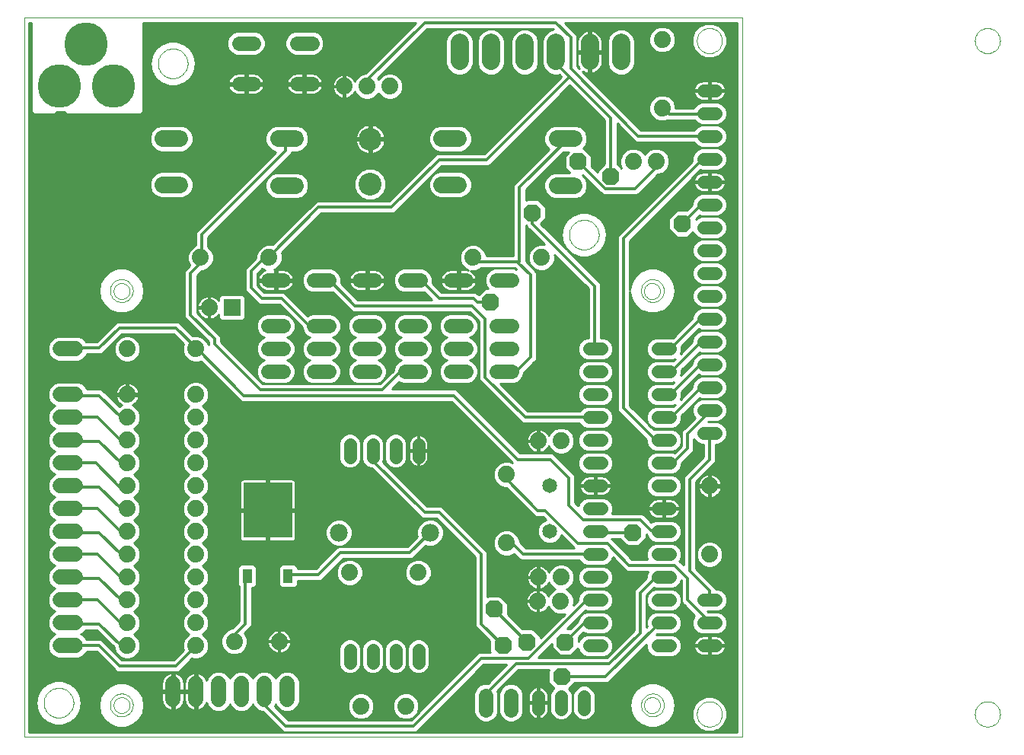
<source format=gbl>
G75*
G70*
%OFA0B0*%
%FSLAX24Y24*%
%IPPOS*%
%LPD*%
%AMOC8*
5,1,8,0,0,1.08239X$1,22.5*
%
%ADD10C,0.0000*%
%ADD11C,0.0800*%
%ADD12C,0.0740*%
%ADD13C,0.0740*%
%ADD14C,0.0560*%
%ADD15C,0.0650*%
%ADD16C,0.0640*%
%ADD17C,0.0680*%
%ADD18C,0.0555*%
%ADD19C,0.1000*%
%ADD20C,0.1900*%
%ADD21R,0.0740X0.0740*%
%ADD22R,0.2126X0.2441*%
%ADD23R,0.0394X0.0630*%
%ADD24C,0.0780*%
%ADD25C,0.0120*%
%ADD26OC8,0.0760*%
%ADD27C,0.0100*%
D10*
X002006Y001159D02*
X002006Y032655D01*
X033426Y032655D01*
X033426Y001159D01*
X002006Y001159D01*
X002856Y002659D02*
X002858Y002709D01*
X002864Y002759D01*
X002874Y002809D01*
X002887Y002857D01*
X002904Y002905D01*
X002925Y002951D01*
X002949Y002995D01*
X002977Y003037D01*
X003008Y003077D01*
X003042Y003114D01*
X003079Y003149D01*
X003118Y003180D01*
X003159Y003209D01*
X003203Y003234D01*
X003249Y003256D01*
X003296Y003274D01*
X003344Y003288D01*
X003393Y003299D01*
X003443Y003306D01*
X003493Y003309D01*
X003544Y003308D01*
X003594Y003303D01*
X003644Y003294D01*
X003692Y003282D01*
X003740Y003265D01*
X003786Y003245D01*
X003831Y003222D01*
X003874Y003195D01*
X003914Y003165D01*
X003952Y003132D01*
X003987Y003096D01*
X004020Y003057D01*
X004049Y003016D01*
X004075Y002973D01*
X004098Y002928D01*
X004117Y002881D01*
X004132Y002833D01*
X004144Y002784D01*
X004152Y002734D01*
X004156Y002684D01*
X004156Y002634D01*
X004152Y002584D01*
X004144Y002534D01*
X004132Y002485D01*
X004117Y002437D01*
X004098Y002390D01*
X004075Y002345D01*
X004049Y002302D01*
X004020Y002261D01*
X003987Y002222D01*
X003952Y002186D01*
X003914Y002153D01*
X003874Y002123D01*
X003831Y002096D01*
X003786Y002073D01*
X003740Y002053D01*
X003692Y002036D01*
X003644Y002024D01*
X003594Y002015D01*
X003544Y002010D01*
X003493Y002009D01*
X003443Y002012D01*
X003393Y002019D01*
X003344Y002030D01*
X003296Y002044D01*
X003249Y002062D01*
X003203Y002084D01*
X003159Y002109D01*
X003118Y002138D01*
X003079Y002169D01*
X003042Y002204D01*
X003008Y002241D01*
X002977Y002281D01*
X002949Y002323D01*
X002925Y002367D01*
X002904Y002413D01*
X002887Y002461D01*
X002874Y002509D01*
X002864Y002559D01*
X002858Y002609D01*
X002856Y002659D01*
X005756Y002559D02*
X005758Y002603D01*
X005764Y002647D01*
X005774Y002690D01*
X005787Y002732D01*
X005804Y002773D01*
X005825Y002812D01*
X005849Y002849D01*
X005876Y002884D01*
X005906Y002916D01*
X005939Y002946D01*
X005975Y002972D01*
X006012Y002996D01*
X006052Y003015D01*
X006093Y003032D01*
X006136Y003044D01*
X006179Y003053D01*
X006223Y003058D01*
X006267Y003059D01*
X006311Y003056D01*
X006355Y003049D01*
X006398Y003038D01*
X006440Y003024D01*
X006480Y003006D01*
X006519Y002984D01*
X006555Y002960D01*
X006589Y002932D01*
X006621Y002901D01*
X006650Y002867D01*
X006676Y002831D01*
X006698Y002793D01*
X006717Y002753D01*
X006732Y002711D01*
X006744Y002669D01*
X006752Y002625D01*
X006756Y002581D01*
X006756Y002537D01*
X006752Y002493D01*
X006744Y002449D01*
X006732Y002407D01*
X006717Y002365D01*
X006698Y002325D01*
X006676Y002287D01*
X006650Y002251D01*
X006621Y002217D01*
X006589Y002186D01*
X006555Y002158D01*
X006519Y002134D01*
X006480Y002112D01*
X006440Y002094D01*
X006398Y002080D01*
X006355Y002069D01*
X006311Y002062D01*
X006267Y002059D01*
X006223Y002060D01*
X006179Y002065D01*
X006136Y002074D01*
X006093Y002086D01*
X006052Y002103D01*
X006012Y002122D01*
X005975Y002146D01*
X005939Y002172D01*
X005906Y002202D01*
X005876Y002234D01*
X005849Y002269D01*
X005825Y002306D01*
X005804Y002345D01*
X005787Y002386D01*
X005774Y002428D01*
X005764Y002471D01*
X005758Y002515D01*
X005756Y002559D01*
X005916Y002553D02*
X005918Y002590D01*
X005924Y002627D01*
X005934Y002663D01*
X005947Y002698D01*
X005964Y002731D01*
X005985Y002762D01*
X006009Y002790D01*
X006036Y002816D01*
X006065Y002839D01*
X006096Y002859D01*
X006130Y002875D01*
X006165Y002888D01*
X006201Y002897D01*
X006238Y002902D01*
X006275Y002903D01*
X006312Y002900D01*
X006349Y002893D01*
X006385Y002882D01*
X006419Y002868D01*
X006452Y002850D01*
X006482Y002828D01*
X006510Y002804D01*
X006535Y002776D01*
X006558Y002746D01*
X006577Y002714D01*
X006592Y002680D01*
X006604Y002645D01*
X006612Y002609D01*
X006616Y002572D01*
X006616Y002534D01*
X006612Y002497D01*
X006604Y002461D01*
X006592Y002426D01*
X006577Y002392D01*
X006558Y002360D01*
X006535Y002330D01*
X006510Y002302D01*
X006482Y002278D01*
X006452Y002256D01*
X006419Y002238D01*
X006385Y002224D01*
X006349Y002213D01*
X006312Y002206D01*
X006275Y002203D01*
X006238Y002204D01*
X006201Y002209D01*
X006165Y002218D01*
X006130Y002231D01*
X006096Y002247D01*
X006065Y002267D01*
X006036Y002290D01*
X006009Y002316D01*
X005985Y002344D01*
X005964Y002375D01*
X005947Y002408D01*
X005934Y002443D01*
X005924Y002479D01*
X005918Y002516D01*
X005916Y002553D01*
X029138Y002553D02*
X029140Y002590D01*
X029146Y002627D01*
X029156Y002663D01*
X029169Y002698D01*
X029186Y002731D01*
X029207Y002762D01*
X029231Y002790D01*
X029258Y002816D01*
X029287Y002839D01*
X029318Y002859D01*
X029352Y002875D01*
X029387Y002888D01*
X029423Y002897D01*
X029460Y002902D01*
X029497Y002903D01*
X029534Y002900D01*
X029571Y002893D01*
X029607Y002882D01*
X029641Y002868D01*
X029674Y002850D01*
X029704Y002828D01*
X029732Y002804D01*
X029757Y002776D01*
X029780Y002746D01*
X029799Y002714D01*
X029814Y002680D01*
X029826Y002645D01*
X029834Y002609D01*
X029838Y002572D01*
X029838Y002534D01*
X029834Y002497D01*
X029826Y002461D01*
X029814Y002426D01*
X029799Y002392D01*
X029780Y002360D01*
X029757Y002330D01*
X029732Y002302D01*
X029704Y002278D01*
X029674Y002256D01*
X029641Y002238D01*
X029607Y002224D01*
X029571Y002213D01*
X029534Y002206D01*
X029497Y002203D01*
X029460Y002204D01*
X029423Y002209D01*
X029387Y002218D01*
X029352Y002231D01*
X029318Y002247D01*
X029287Y002267D01*
X029258Y002290D01*
X029231Y002316D01*
X029207Y002344D01*
X029186Y002375D01*
X029169Y002408D01*
X029156Y002443D01*
X029146Y002479D01*
X029140Y002516D01*
X029138Y002553D01*
X029006Y002559D02*
X029008Y002603D01*
X029014Y002647D01*
X029024Y002690D01*
X029037Y002732D01*
X029054Y002773D01*
X029075Y002812D01*
X029099Y002849D01*
X029126Y002884D01*
X029156Y002916D01*
X029189Y002946D01*
X029225Y002972D01*
X029262Y002996D01*
X029302Y003015D01*
X029343Y003032D01*
X029386Y003044D01*
X029429Y003053D01*
X029473Y003058D01*
X029517Y003059D01*
X029561Y003056D01*
X029605Y003049D01*
X029648Y003038D01*
X029690Y003024D01*
X029730Y003006D01*
X029769Y002984D01*
X029805Y002960D01*
X029839Y002932D01*
X029871Y002901D01*
X029900Y002867D01*
X029926Y002831D01*
X029948Y002793D01*
X029967Y002753D01*
X029982Y002711D01*
X029994Y002669D01*
X030002Y002625D01*
X030006Y002581D01*
X030006Y002537D01*
X030002Y002493D01*
X029994Y002449D01*
X029982Y002407D01*
X029967Y002365D01*
X029948Y002325D01*
X029926Y002287D01*
X029900Y002251D01*
X029871Y002217D01*
X029839Y002186D01*
X029805Y002158D01*
X029769Y002134D01*
X029730Y002112D01*
X029690Y002094D01*
X029648Y002080D01*
X029605Y002069D01*
X029561Y002062D01*
X029517Y002059D01*
X029473Y002060D01*
X029429Y002065D01*
X029386Y002074D01*
X029343Y002086D01*
X029302Y002103D01*
X029262Y002122D01*
X029225Y002146D01*
X029189Y002172D01*
X029156Y002202D01*
X029126Y002234D01*
X029099Y002269D01*
X029075Y002306D01*
X029054Y002345D01*
X029037Y002386D01*
X029024Y002428D01*
X029014Y002471D01*
X029008Y002515D01*
X029006Y002559D01*
X031447Y002163D02*
X031449Y002210D01*
X031455Y002256D01*
X031465Y002302D01*
X031478Y002347D01*
X031496Y002390D01*
X031517Y002432D01*
X031541Y002472D01*
X031569Y002509D01*
X031600Y002544D01*
X031634Y002577D01*
X031670Y002606D01*
X031709Y002632D01*
X031750Y002655D01*
X031793Y002674D01*
X031837Y002690D01*
X031882Y002702D01*
X031928Y002710D01*
X031975Y002714D01*
X032021Y002714D01*
X032068Y002710D01*
X032114Y002702D01*
X032159Y002690D01*
X032203Y002674D01*
X032246Y002655D01*
X032287Y002632D01*
X032326Y002606D01*
X032362Y002577D01*
X032396Y002544D01*
X032427Y002509D01*
X032455Y002472D01*
X032479Y002432D01*
X032500Y002390D01*
X032518Y002347D01*
X032531Y002302D01*
X032541Y002256D01*
X032547Y002210D01*
X032549Y002163D01*
X032547Y002116D01*
X032541Y002070D01*
X032531Y002024D01*
X032518Y001979D01*
X032500Y001936D01*
X032479Y001894D01*
X032455Y001854D01*
X032427Y001817D01*
X032396Y001782D01*
X032362Y001749D01*
X032326Y001720D01*
X032287Y001694D01*
X032246Y001671D01*
X032203Y001652D01*
X032159Y001636D01*
X032114Y001624D01*
X032068Y001616D01*
X032021Y001612D01*
X031975Y001612D01*
X031928Y001616D01*
X031882Y001624D01*
X031837Y001636D01*
X031793Y001652D01*
X031750Y001671D01*
X031709Y001694D01*
X031670Y001720D01*
X031634Y001749D01*
X031600Y001782D01*
X031569Y001817D01*
X031541Y001854D01*
X031517Y001894D01*
X031496Y001936D01*
X031478Y001979D01*
X031465Y002024D01*
X031455Y002070D01*
X031449Y002116D01*
X031447Y002163D01*
X043620Y002163D02*
X043622Y002210D01*
X043628Y002256D01*
X043638Y002302D01*
X043651Y002347D01*
X043669Y002390D01*
X043690Y002432D01*
X043714Y002472D01*
X043742Y002509D01*
X043773Y002544D01*
X043807Y002577D01*
X043843Y002606D01*
X043882Y002632D01*
X043923Y002655D01*
X043966Y002674D01*
X044010Y002690D01*
X044055Y002702D01*
X044101Y002710D01*
X044148Y002714D01*
X044194Y002714D01*
X044241Y002710D01*
X044287Y002702D01*
X044332Y002690D01*
X044376Y002674D01*
X044419Y002655D01*
X044460Y002632D01*
X044499Y002606D01*
X044535Y002577D01*
X044569Y002544D01*
X044600Y002509D01*
X044628Y002472D01*
X044652Y002432D01*
X044673Y002390D01*
X044691Y002347D01*
X044704Y002302D01*
X044714Y002256D01*
X044720Y002210D01*
X044722Y002163D01*
X044720Y002116D01*
X044714Y002070D01*
X044704Y002024D01*
X044691Y001979D01*
X044673Y001936D01*
X044652Y001894D01*
X044628Y001854D01*
X044600Y001817D01*
X044569Y001782D01*
X044535Y001749D01*
X044499Y001720D01*
X044460Y001694D01*
X044419Y001671D01*
X044376Y001652D01*
X044332Y001636D01*
X044287Y001624D01*
X044241Y001616D01*
X044194Y001612D01*
X044148Y001612D01*
X044101Y001616D01*
X044055Y001624D01*
X044010Y001636D01*
X043966Y001652D01*
X043923Y001671D01*
X043882Y001694D01*
X043843Y001720D01*
X043807Y001749D01*
X043773Y001782D01*
X043742Y001817D01*
X043714Y001854D01*
X043690Y001894D01*
X043669Y001936D01*
X043651Y001979D01*
X043638Y002024D01*
X043628Y002070D01*
X043622Y002116D01*
X043620Y002163D01*
X029138Y020687D02*
X029140Y020724D01*
X029146Y020761D01*
X029156Y020797D01*
X029169Y020832D01*
X029186Y020865D01*
X029207Y020896D01*
X029231Y020924D01*
X029258Y020950D01*
X029287Y020973D01*
X029318Y020993D01*
X029352Y021009D01*
X029387Y021022D01*
X029423Y021031D01*
X029460Y021036D01*
X029497Y021037D01*
X029534Y021034D01*
X029571Y021027D01*
X029607Y021016D01*
X029641Y021002D01*
X029674Y020984D01*
X029704Y020962D01*
X029732Y020938D01*
X029757Y020910D01*
X029780Y020880D01*
X029799Y020848D01*
X029814Y020814D01*
X029826Y020779D01*
X029834Y020743D01*
X029838Y020706D01*
X029838Y020668D01*
X029834Y020631D01*
X029826Y020595D01*
X029814Y020560D01*
X029799Y020526D01*
X029780Y020494D01*
X029757Y020464D01*
X029732Y020436D01*
X029704Y020412D01*
X029674Y020390D01*
X029641Y020372D01*
X029607Y020358D01*
X029571Y020347D01*
X029534Y020340D01*
X029497Y020337D01*
X029460Y020338D01*
X029423Y020343D01*
X029387Y020352D01*
X029352Y020365D01*
X029318Y020381D01*
X029287Y020401D01*
X029258Y020424D01*
X029231Y020450D01*
X029207Y020478D01*
X029186Y020509D01*
X029169Y020542D01*
X029156Y020577D01*
X029146Y020613D01*
X029140Y020650D01*
X029138Y020687D01*
X029006Y020709D02*
X029008Y020753D01*
X029014Y020797D01*
X029024Y020840D01*
X029037Y020882D01*
X029054Y020923D01*
X029075Y020962D01*
X029099Y020999D01*
X029126Y021034D01*
X029156Y021066D01*
X029189Y021096D01*
X029225Y021122D01*
X029262Y021146D01*
X029302Y021165D01*
X029343Y021182D01*
X029386Y021194D01*
X029429Y021203D01*
X029473Y021208D01*
X029517Y021209D01*
X029561Y021206D01*
X029605Y021199D01*
X029648Y021188D01*
X029690Y021174D01*
X029730Y021156D01*
X029769Y021134D01*
X029805Y021110D01*
X029839Y021082D01*
X029871Y021051D01*
X029900Y021017D01*
X029926Y020981D01*
X029948Y020943D01*
X029967Y020903D01*
X029982Y020861D01*
X029994Y020819D01*
X030002Y020775D01*
X030006Y020731D01*
X030006Y020687D01*
X030002Y020643D01*
X029994Y020599D01*
X029982Y020557D01*
X029967Y020515D01*
X029948Y020475D01*
X029926Y020437D01*
X029900Y020401D01*
X029871Y020367D01*
X029839Y020336D01*
X029805Y020308D01*
X029769Y020284D01*
X029730Y020262D01*
X029690Y020244D01*
X029648Y020230D01*
X029605Y020219D01*
X029561Y020212D01*
X029517Y020209D01*
X029473Y020210D01*
X029429Y020215D01*
X029386Y020224D01*
X029343Y020236D01*
X029302Y020253D01*
X029262Y020272D01*
X029225Y020296D01*
X029189Y020322D01*
X029156Y020352D01*
X029126Y020384D01*
X029099Y020419D01*
X029075Y020456D01*
X029054Y020495D01*
X029037Y020536D01*
X029024Y020578D01*
X029014Y020621D01*
X029008Y020665D01*
X029006Y020709D01*
X025856Y023159D02*
X025858Y023209D01*
X025864Y023259D01*
X025874Y023309D01*
X025887Y023357D01*
X025904Y023405D01*
X025925Y023451D01*
X025949Y023495D01*
X025977Y023537D01*
X026008Y023577D01*
X026042Y023614D01*
X026079Y023649D01*
X026118Y023680D01*
X026159Y023709D01*
X026203Y023734D01*
X026249Y023756D01*
X026296Y023774D01*
X026344Y023788D01*
X026393Y023799D01*
X026443Y023806D01*
X026493Y023809D01*
X026544Y023808D01*
X026594Y023803D01*
X026644Y023794D01*
X026692Y023782D01*
X026740Y023765D01*
X026786Y023745D01*
X026831Y023722D01*
X026874Y023695D01*
X026914Y023665D01*
X026952Y023632D01*
X026987Y023596D01*
X027020Y023557D01*
X027049Y023516D01*
X027075Y023473D01*
X027098Y023428D01*
X027117Y023381D01*
X027132Y023333D01*
X027144Y023284D01*
X027152Y023234D01*
X027156Y023184D01*
X027156Y023134D01*
X027152Y023084D01*
X027144Y023034D01*
X027132Y022985D01*
X027117Y022937D01*
X027098Y022890D01*
X027075Y022845D01*
X027049Y022802D01*
X027020Y022761D01*
X026987Y022722D01*
X026952Y022686D01*
X026914Y022653D01*
X026874Y022623D01*
X026831Y022596D01*
X026786Y022573D01*
X026740Y022553D01*
X026692Y022536D01*
X026644Y022524D01*
X026594Y022515D01*
X026544Y022510D01*
X026493Y022509D01*
X026443Y022512D01*
X026393Y022519D01*
X026344Y022530D01*
X026296Y022544D01*
X026249Y022562D01*
X026203Y022584D01*
X026159Y022609D01*
X026118Y022638D01*
X026079Y022669D01*
X026042Y022704D01*
X026008Y022741D01*
X025977Y022781D01*
X025949Y022823D01*
X025925Y022867D01*
X025904Y022913D01*
X025887Y022961D01*
X025874Y023009D01*
X025864Y023059D01*
X025858Y023109D01*
X025856Y023159D01*
X031447Y031659D02*
X031449Y031706D01*
X031455Y031752D01*
X031465Y031798D01*
X031478Y031843D01*
X031496Y031886D01*
X031517Y031928D01*
X031541Y031968D01*
X031569Y032005D01*
X031600Y032040D01*
X031634Y032073D01*
X031670Y032102D01*
X031709Y032128D01*
X031750Y032151D01*
X031793Y032170D01*
X031837Y032186D01*
X031882Y032198D01*
X031928Y032206D01*
X031975Y032210D01*
X032021Y032210D01*
X032068Y032206D01*
X032114Y032198D01*
X032159Y032186D01*
X032203Y032170D01*
X032246Y032151D01*
X032287Y032128D01*
X032326Y032102D01*
X032362Y032073D01*
X032396Y032040D01*
X032427Y032005D01*
X032455Y031968D01*
X032479Y031928D01*
X032500Y031886D01*
X032518Y031843D01*
X032531Y031798D01*
X032541Y031752D01*
X032547Y031706D01*
X032549Y031659D01*
X032547Y031612D01*
X032541Y031566D01*
X032531Y031520D01*
X032518Y031475D01*
X032500Y031432D01*
X032479Y031390D01*
X032455Y031350D01*
X032427Y031313D01*
X032396Y031278D01*
X032362Y031245D01*
X032326Y031216D01*
X032287Y031190D01*
X032246Y031167D01*
X032203Y031148D01*
X032159Y031132D01*
X032114Y031120D01*
X032068Y031112D01*
X032021Y031108D01*
X031975Y031108D01*
X031928Y031112D01*
X031882Y031120D01*
X031837Y031132D01*
X031793Y031148D01*
X031750Y031167D01*
X031709Y031190D01*
X031670Y031216D01*
X031634Y031245D01*
X031600Y031278D01*
X031569Y031313D01*
X031541Y031350D01*
X031517Y031390D01*
X031496Y031432D01*
X031478Y031475D01*
X031465Y031520D01*
X031455Y031566D01*
X031449Y031612D01*
X031447Y031659D01*
X043620Y031659D02*
X043622Y031706D01*
X043628Y031752D01*
X043638Y031798D01*
X043651Y031843D01*
X043669Y031886D01*
X043690Y031928D01*
X043714Y031968D01*
X043742Y032005D01*
X043773Y032040D01*
X043807Y032073D01*
X043843Y032102D01*
X043882Y032128D01*
X043923Y032151D01*
X043966Y032170D01*
X044010Y032186D01*
X044055Y032198D01*
X044101Y032206D01*
X044148Y032210D01*
X044194Y032210D01*
X044241Y032206D01*
X044287Y032198D01*
X044332Y032186D01*
X044376Y032170D01*
X044419Y032151D01*
X044460Y032128D01*
X044499Y032102D01*
X044535Y032073D01*
X044569Y032040D01*
X044600Y032005D01*
X044628Y031968D01*
X044652Y031928D01*
X044673Y031886D01*
X044691Y031843D01*
X044704Y031798D01*
X044714Y031752D01*
X044720Y031706D01*
X044722Y031659D01*
X044720Y031612D01*
X044714Y031566D01*
X044704Y031520D01*
X044691Y031475D01*
X044673Y031432D01*
X044652Y031390D01*
X044628Y031350D01*
X044600Y031313D01*
X044569Y031278D01*
X044535Y031245D01*
X044499Y031216D01*
X044460Y031190D01*
X044419Y031167D01*
X044376Y031148D01*
X044332Y031132D01*
X044287Y031120D01*
X044241Y031112D01*
X044194Y031108D01*
X044148Y031108D01*
X044101Y031112D01*
X044055Y031120D01*
X044010Y031132D01*
X043966Y031148D01*
X043923Y031167D01*
X043882Y031190D01*
X043843Y031216D01*
X043807Y031245D01*
X043773Y031278D01*
X043742Y031313D01*
X043714Y031350D01*
X043690Y031390D01*
X043669Y031432D01*
X043651Y031475D01*
X043638Y031520D01*
X043628Y031566D01*
X043622Y031612D01*
X043620Y031659D01*
X007856Y030659D02*
X007858Y030709D01*
X007864Y030759D01*
X007874Y030809D01*
X007887Y030857D01*
X007904Y030905D01*
X007925Y030951D01*
X007949Y030995D01*
X007977Y031037D01*
X008008Y031077D01*
X008042Y031114D01*
X008079Y031149D01*
X008118Y031180D01*
X008159Y031209D01*
X008203Y031234D01*
X008249Y031256D01*
X008296Y031274D01*
X008344Y031288D01*
X008393Y031299D01*
X008443Y031306D01*
X008493Y031309D01*
X008544Y031308D01*
X008594Y031303D01*
X008644Y031294D01*
X008692Y031282D01*
X008740Y031265D01*
X008786Y031245D01*
X008831Y031222D01*
X008874Y031195D01*
X008914Y031165D01*
X008952Y031132D01*
X008987Y031096D01*
X009020Y031057D01*
X009049Y031016D01*
X009075Y030973D01*
X009098Y030928D01*
X009117Y030881D01*
X009132Y030833D01*
X009144Y030784D01*
X009152Y030734D01*
X009156Y030684D01*
X009156Y030634D01*
X009152Y030584D01*
X009144Y030534D01*
X009132Y030485D01*
X009117Y030437D01*
X009098Y030390D01*
X009075Y030345D01*
X009049Y030302D01*
X009020Y030261D01*
X008987Y030222D01*
X008952Y030186D01*
X008914Y030153D01*
X008874Y030123D01*
X008831Y030096D01*
X008786Y030073D01*
X008740Y030053D01*
X008692Y030036D01*
X008644Y030024D01*
X008594Y030015D01*
X008544Y030010D01*
X008493Y030009D01*
X008443Y030012D01*
X008393Y030019D01*
X008344Y030030D01*
X008296Y030044D01*
X008249Y030062D01*
X008203Y030084D01*
X008159Y030109D01*
X008118Y030138D01*
X008079Y030169D01*
X008042Y030204D01*
X008008Y030241D01*
X007977Y030281D01*
X007949Y030323D01*
X007925Y030367D01*
X007904Y030413D01*
X007887Y030461D01*
X007874Y030509D01*
X007864Y030559D01*
X007858Y030609D01*
X007856Y030659D01*
X005756Y020709D02*
X005758Y020753D01*
X005764Y020797D01*
X005774Y020840D01*
X005787Y020882D01*
X005804Y020923D01*
X005825Y020962D01*
X005849Y020999D01*
X005876Y021034D01*
X005906Y021066D01*
X005939Y021096D01*
X005975Y021122D01*
X006012Y021146D01*
X006052Y021165D01*
X006093Y021182D01*
X006136Y021194D01*
X006179Y021203D01*
X006223Y021208D01*
X006267Y021209D01*
X006311Y021206D01*
X006355Y021199D01*
X006398Y021188D01*
X006440Y021174D01*
X006480Y021156D01*
X006519Y021134D01*
X006555Y021110D01*
X006589Y021082D01*
X006621Y021051D01*
X006650Y021017D01*
X006676Y020981D01*
X006698Y020943D01*
X006717Y020903D01*
X006732Y020861D01*
X006744Y020819D01*
X006752Y020775D01*
X006756Y020731D01*
X006756Y020687D01*
X006752Y020643D01*
X006744Y020599D01*
X006732Y020557D01*
X006717Y020515D01*
X006698Y020475D01*
X006676Y020437D01*
X006650Y020401D01*
X006621Y020367D01*
X006589Y020336D01*
X006555Y020308D01*
X006519Y020284D01*
X006480Y020262D01*
X006440Y020244D01*
X006398Y020230D01*
X006355Y020219D01*
X006311Y020212D01*
X006267Y020209D01*
X006223Y020210D01*
X006179Y020215D01*
X006136Y020224D01*
X006093Y020236D01*
X006052Y020253D01*
X006012Y020272D01*
X005975Y020296D01*
X005939Y020322D01*
X005906Y020352D01*
X005876Y020384D01*
X005849Y020419D01*
X005825Y020456D01*
X005804Y020495D01*
X005787Y020536D01*
X005774Y020578D01*
X005764Y020621D01*
X005758Y020665D01*
X005756Y020709D01*
X005916Y020687D02*
X005918Y020724D01*
X005924Y020761D01*
X005934Y020797D01*
X005947Y020832D01*
X005964Y020865D01*
X005985Y020896D01*
X006009Y020924D01*
X006036Y020950D01*
X006065Y020973D01*
X006096Y020993D01*
X006130Y021009D01*
X006165Y021022D01*
X006201Y021031D01*
X006238Y021036D01*
X006275Y021037D01*
X006312Y021034D01*
X006349Y021027D01*
X006385Y021016D01*
X006419Y021002D01*
X006452Y020984D01*
X006482Y020962D01*
X006510Y020938D01*
X006535Y020910D01*
X006558Y020880D01*
X006577Y020848D01*
X006592Y020814D01*
X006604Y020779D01*
X006612Y020743D01*
X006616Y020706D01*
X006616Y020668D01*
X006612Y020631D01*
X006604Y020595D01*
X006592Y020560D01*
X006577Y020526D01*
X006558Y020494D01*
X006535Y020464D01*
X006510Y020436D01*
X006482Y020412D01*
X006452Y020390D01*
X006419Y020372D01*
X006385Y020358D01*
X006349Y020347D01*
X006312Y020340D01*
X006275Y020337D01*
X006238Y020338D01*
X006201Y020343D01*
X006165Y020352D01*
X006130Y020365D01*
X006096Y020381D01*
X006065Y020401D01*
X006036Y020424D01*
X006009Y020450D01*
X005985Y020478D01*
X005964Y020509D01*
X005947Y020542D01*
X005934Y020577D01*
X005924Y020613D01*
X005918Y020650D01*
X005916Y020687D01*
D11*
X021056Y030759D02*
X021056Y031559D01*
X022434Y031559D02*
X022434Y030759D01*
X023906Y030759D02*
X023906Y031559D01*
X025284Y031559D02*
X025284Y030759D01*
X026756Y030759D02*
X026756Y031559D01*
X028134Y031559D02*
X028134Y030759D01*
D12*
X029931Y031702D03*
X029931Y028702D03*
X029663Y026370D03*
X028663Y026370D03*
X024643Y022159D03*
X021643Y022159D03*
X012718Y022159D03*
X009718Y022159D03*
X010092Y019970D03*
X009506Y018159D03*
X009506Y016159D03*
X009506Y015159D03*
X009506Y014159D03*
X009506Y013159D03*
X009506Y012159D03*
X009506Y011159D03*
X009506Y010159D03*
X009506Y009159D03*
X009506Y008159D03*
X009506Y007159D03*
X009506Y006159D03*
X009506Y005159D03*
X011193Y005344D03*
X013162Y005344D03*
X016738Y002512D03*
X018707Y002512D03*
X024487Y007109D03*
X025487Y007109D03*
X025506Y008158D03*
X024506Y008158D03*
X023112Y009659D03*
X019243Y008363D03*
X016243Y008363D03*
X023112Y012659D03*
X024506Y014131D03*
X025506Y014131D03*
X032006Y012159D03*
X032006Y009159D03*
X006506Y009159D03*
X006506Y008159D03*
X006506Y007159D03*
X006506Y006159D03*
X006506Y005159D03*
X006506Y010159D03*
X006506Y011159D03*
X006506Y012159D03*
X006506Y013159D03*
X006506Y014159D03*
X006506Y015159D03*
X006506Y016159D03*
X006506Y018159D03*
X016006Y029659D03*
X017006Y029659D03*
X018006Y029659D03*
D13*
X020280Y027364D02*
X021020Y027364D01*
X021020Y025348D02*
X020280Y025348D01*
X025332Y025308D02*
X026072Y025308D01*
X026072Y027364D02*
X025332Y027364D01*
X013866Y027364D02*
X013126Y027364D01*
X013126Y025308D02*
X013866Y025308D01*
X008814Y025348D02*
X008074Y025348D01*
X008074Y027364D02*
X008814Y027364D01*
D14*
X026726Y018159D02*
X027286Y018159D01*
X027286Y017159D02*
X026726Y017159D01*
X026726Y016159D02*
X027286Y016159D01*
X027286Y015159D02*
X026726Y015159D01*
X026726Y014159D02*
X027286Y014159D01*
X027286Y013159D02*
X026726Y013159D01*
X026726Y012159D02*
X027286Y012159D01*
X027286Y011159D02*
X026726Y011159D01*
X026726Y010159D02*
X027286Y010159D01*
X027286Y009159D02*
X026726Y009159D01*
X026726Y008159D02*
X027286Y008159D01*
X027286Y007159D02*
X026726Y007159D01*
X026726Y006159D02*
X027286Y006159D01*
X027286Y005159D02*
X026726Y005159D01*
X026506Y002939D02*
X026506Y002379D01*
X025506Y002379D02*
X025506Y002939D01*
X024506Y002939D02*
X024506Y002379D01*
X029726Y005159D02*
X030286Y005159D01*
X030286Y006159D02*
X029726Y006159D01*
X029726Y007159D02*
X030286Y007159D01*
X030286Y008159D02*
X029726Y008159D01*
X029726Y009159D02*
X030286Y009159D01*
X030286Y010159D02*
X029726Y010159D01*
X029726Y011159D02*
X030286Y011159D01*
X030286Y012159D02*
X029726Y012159D01*
X029726Y013159D02*
X030286Y013159D01*
X030286Y014159D02*
X029726Y014159D01*
X029726Y015159D02*
X030286Y015159D01*
X030286Y016159D02*
X029726Y016159D01*
X029726Y017159D02*
X030286Y017159D01*
X030286Y018159D02*
X029726Y018159D01*
X031726Y007159D02*
X032286Y007159D01*
X032286Y006159D02*
X031726Y006159D01*
X031726Y005159D02*
X032286Y005159D01*
D15*
X025006Y010159D03*
X025006Y012159D03*
D16*
X023326Y017159D02*
X022686Y017159D01*
X022686Y018159D02*
X023326Y018159D01*
X023326Y019159D02*
X022686Y019159D01*
X021326Y019159D02*
X020686Y019159D01*
X020686Y018159D02*
X021326Y018159D01*
X021326Y017159D02*
X020686Y017159D01*
X019326Y017159D02*
X018686Y017159D01*
X018686Y018159D02*
X019326Y018159D01*
X019326Y019159D02*
X018686Y019159D01*
X017326Y019159D02*
X016686Y019159D01*
X016686Y018159D02*
X017326Y018159D01*
X017326Y017159D02*
X016686Y017159D01*
X015326Y017159D02*
X014686Y017159D01*
X014686Y018159D02*
X015326Y018159D01*
X015326Y019159D02*
X014686Y019159D01*
X013326Y019159D02*
X012686Y019159D01*
X012686Y018159D02*
X013326Y018159D01*
X013326Y017159D02*
X012686Y017159D01*
X012686Y021159D02*
X013326Y021159D01*
X014686Y021159D02*
X015326Y021159D01*
X016686Y021159D02*
X017326Y021159D01*
X018686Y021159D02*
X019326Y021159D01*
X020686Y021159D02*
X021326Y021159D01*
X022686Y021159D02*
X023326Y021159D01*
X014589Y029760D02*
X013949Y029760D01*
X012029Y029760D02*
X011389Y029760D01*
X011389Y031540D02*
X012029Y031540D01*
X013949Y031540D02*
X014589Y031540D01*
X022206Y002979D02*
X022206Y002339D01*
X023306Y002339D02*
X023306Y002979D01*
D17*
X013506Y002819D02*
X013506Y003499D01*
X012506Y003499D02*
X012506Y002819D01*
X011506Y002819D02*
X011506Y003499D01*
X010506Y003499D02*
X010506Y002819D01*
X009506Y002819D02*
X009506Y003499D01*
X008506Y003499D02*
X008506Y002819D01*
X004253Y005159D02*
X003573Y005159D01*
X003573Y006159D02*
X004253Y006159D01*
X004253Y007159D02*
X003573Y007159D01*
X003573Y008159D02*
X004253Y008159D01*
X004253Y009159D02*
X003573Y009159D01*
X003573Y010159D02*
X004253Y010159D01*
X004253Y011159D02*
X003573Y011159D01*
X003573Y012159D02*
X004253Y012159D01*
X004253Y013159D02*
X003573Y013159D01*
X003573Y014159D02*
X004253Y014159D01*
X004253Y015159D02*
X003573Y015159D01*
X003573Y016159D02*
X004253Y016159D01*
X004253Y018159D02*
X003573Y018159D01*
D18*
X016256Y013974D02*
X016256Y013419D01*
X017256Y013419D02*
X017256Y013974D01*
X018256Y013974D02*
X018256Y013419D01*
X019256Y013419D02*
X019256Y013974D01*
X019256Y004974D02*
X019256Y004419D01*
X018256Y004419D02*
X018256Y004974D01*
X017256Y004974D02*
X017256Y004419D01*
X016256Y004419D02*
X016256Y004974D01*
X031728Y014470D02*
X032283Y014470D01*
X032283Y015470D02*
X031728Y015470D01*
X031728Y016470D02*
X032283Y016470D01*
X032283Y017470D02*
X031728Y017470D01*
X031728Y018470D02*
X032283Y018470D01*
X032283Y019470D02*
X031728Y019470D01*
X031728Y020470D02*
X032283Y020470D01*
X032283Y021470D02*
X031728Y021470D01*
X031728Y022470D02*
X032283Y022470D01*
X032283Y023470D02*
X031728Y023470D01*
X031728Y024470D02*
X032283Y024470D01*
X032283Y025470D02*
X031728Y025470D01*
X031728Y026470D02*
X032283Y026470D01*
X032283Y027470D02*
X031728Y027470D01*
X031728Y028470D02*
X032283Y028470D01*
X032283Y029470D02*
X031728Y029470D01*
D19*
X017141Y027340D03*
X017141Y025372D03*
D20*
X005899Y029659D03*
X003537Y029659D03*
X004718Y031509D03*
D21*
X011092Y019970D03*
D22*
X012656Y011093D03*
D23*
X013553Y008219D03*
X011758Y008219D03*
D24*
X015778Y010109D03*
X019778Y010109D03*
D25*
X019766Y010119D01*
X018886Y009239D01*
X015846Y009239D01*
X014886Y008279D01*
X013606Y008279D01*
X013553Y008219D01*
X011758Y008219D02*
X011686Y008199D01*
X011686Y006119D01*
X011206Y005639D01*
X011206Y005399D01*
X011193Y005344D01*
X009526Y005159D02*
X009506Y005159D01*
X009526Y005159D02*
X008646Y004279D01*
X006166Y004279D01*
X005286Y005159D01*
X003913Y005159D01*
X003926Y006119D02*
X003913Y006159D01*
X003926Y006119D02*
X005286Y006119D01*
X006246Y005159D01*
X006506Y005159D01*
X006506Y006159D02*
X006486Y006199D01*
X006166Y006199D01*
X005206Y007159D01*
X003913Y007159D01*
X003926Y008119D02*
X003913Y008159D01*
X003926Y008119D02*
X005286Y008119D01*
X006246Y007159D01*
X006506Y007159D01*
X006506Y008159D02*
X006486Y008199D01*
X006166Y008199D01*
X005206Y009159D01*
X003913Y009159D01*
X003926Y010119D02*
X003913Y010159D01*
X003926Y010119D02*
X005286Y010119D01*
X006246Y009159D01*
X006506Y009159D01*
X006506Y010159D02*
X006486Y010199D01*
X006166Y010199D01*
X005206Y011159D01*
X003913Y011159D01*
X003926Y012119D02*
X003913Y012159D01*
X003926Y012119D02*
X005286Y012119D01*
X006246Y011159D01*
X006506Y011159D01*
X006486Y012119D02*
X006166Y012119D01*
X005126Y013159D01*
X003913Y013159D01*
X003926Y014119D02*
X003913Y014159D01*
X003926Y014119D02*
X005286Y014119D01*
X006246Y013159D01*
X006506Y013159D01*
X006506Y012159D02*
X006486Y012119D01*
X006506Y014159D02*
X006486Y014199D01*
X006166Y014199D01*
X005206Y015159D01*
X003913Y015159D01*
X003926Y016119D02*
X003913Y016159D01*
X003926Y016119D02*
X005286Y016119D01*
X006246Y015159D01*
X006506Y015159D01*
X005286Y018199D02*
X003926Y018199D01*
X003913Y018159D01*
X005286Y018199D02*
X006166Y019079D01*
X008646Y019079D01*
X009526Y018199D01*
X009506Y018159D01*
X009526Y018199D02*
X011606Y016119D01*
X020806Y016119D01*
X023606Y013319D01*
X025046Y013319D01*
X025846Y012519D01*
X025846Y011319D01*
X026486Y010679D01*
X028966Y010679D01*
X029446Y010199D01*
X030006Y010199D01*
X030006Y010159D01*
X028646Y010119D02*
X027046Y010119D01*
X027006Y010159D01*
X027526Y009639D02*
X026246Y009639D01*
X024806Y011079D01*
X024486Y011079D01*
X023126Y012439D01*
X023126Y012599D01*
X023112Y012659D01*
X020166Y010999D02*
X022006Y009159D01*
X022006Y006119D01*
X022966Y005159D01*
X023526Y004359D02*
X027606Y004359D01*
X028966Y005719D01*
X028966Y007479D01*
X029606Y008119D01*
X030006Y008119D01*
X030006Y008159D01*
X030486Y008679D02*
X028486Y008679D01*
X027526Y009639D01*
X027006Y009159D02*
X023846Y009159D01*
X023366Y009639D01*
X023126Y009639D01*
X023112Y009659D01*
X020166Y010999D02*
X019526Y010999D01*
X017286Y013239D01*
X017286Y013639D01*
X017256Y013696D01*
X017686Y016359D02*
X012326Y016359D01*
X010326Y018359D01*
X010326Y018599D01*
X009286Y019639D01*
X009286Y021479D01*
X009686Y021879D01*
X009686Y022119D01*
X009718Y022159D01*
X009766Y022199D01*
X009766Y023159D01*
X013446Y026839D01*
X013446Y027319D01*
X013496Y027364D01*
X017006Y029659D02*
X017046Y029719D01*
X017046Y029959D01*
X019526Y032439D01*
X025286Y032439D01*
X025926Y031799D01*
X025926Y030439D01*
X028886Y027479D01*
X032006Y027479D01*
X032006Y027470D01*
X032006Y028439D02*
X032006Y028470D01*
X032006Y028439D02*
X030246Y028439D01*
X030006Y028679D01*
X029931Y028702D01*
X027686Y028279D02*
X025886Y030079D01*
X022246Y026439D01*
X020166Y026439D01*
X018086Y024359D01*
X014886Y024359D01*
X012726Y022199D01*
X012718Y022159D01*
X012646Y022119D01*
X012486Y022119D01*
X011926Y021559D01*
X011926Y020839D01*
X012406Y020359D01*
X013286Y020359D01*
X014486Y019159D01*
X015006Y019159D01*
X016486Y020039D02*
X015366Y021159D01*
X015006Y021159D01*
X016486Y020039D02*
X021606Y020039D01*
X022166Y019479D01*
X022166Y016919D01*
X023926Y015159D01*
X027006Y015159D01*
X028246Y015559D02*
X029606Y014199D01*
X030006Y014199D01*
X030006Y014159D01*
X030006Y013159D02*
X030406Y013159D01*
X031046Y013799D01*
X031046Y014439D01*
X032006Y015399D01*
X032006Y015470D01*
X032006Y016439D02*
X031606Y016439D01*
X030326Y015159D01*
X030006Y015159D01*
X030006Y016159D02*
X030006Y016199D01*
X030326Y016199D01*
X031526Y017399D01*
X032006Y017399D01*
X032006Y017470D01*
X032006Y018439D02*
X031606Y018439D01*
X030326Y017159D01*
X030006Y017159D01*
X030006Y018159D02*
X030006Y018199D01*
X030326Y018199D01*
X031526Y019399D01*
X032006Y019399D01*
X032006Y019470D01*
X032006Y018470D02*
X032006Y018439D01*
X032006Y016470D02*
X032006Y016439D01*
X032006Y014470D02*
X032006Y013319D01*
X031126Y012439D01*
X031126Y008439D01*
X032006Y007559D01*
X032006Y007159D01*
X031046Y007159D02*
X032006Y006199D01*
X032006Y006159D01*
X031046Y007159D02*
X031046Y008119D01*
X030486Y008679D01*
X030006Y006159D02*
X030006Y006119D01*
X029766Y006119D01*
X027446Y003799D01*
X025526Y003799D01*
X024086Y004599D02*
X022006Y004599D01*
X019046Y001639D01*
X013446Y001639D01*
X012566Y002519D01*
X012566Y003159D01*
X012506Y003159D01*
X022206Y002659D02*
X022246Y002679D01*
X022246Y003079D01*
X023526Y004359D01*
X024086Y004599D02*
X026646Y007159D01*
X027006Y007159D01*
X027006Y006159D02*
X026966Y006119D01*
X026486Y006119D01*
X025686Y005319D01*
X024006Y005319D02*
X022566Y006759D01*
X028246Y015559D02*
X028246Y022999D01*
X031686Y026439D01*
X032006Y026439D01*
X032006Y026470D01*
X032006Y024470D02*
X032006Y024439D01*
X031606Y024439D01*
X030806Y023639D01*
X028726Y025159D02*
X027446Y025159D01*
X026246Y026359D01*
X025766Y027319D02*
X025702Y027364D01*
X025766Y027319D02*
X023686Y025239D01*
X023686Y021959D01*
X023646Y021919D01*
X024166Y021399D01*
X024166Y017799D01*
X023526Y017159D01*
X023006Y017159D01*
X022406Y020199D02*
X021846Y020199D01*
X021686Y020359D01*
X020166Y020359D01*
X019366Y021159D01*
X019006Y021159D01*
X021643Y022159D02*
X021686Y022119D01*
X021846Y021959D01*
X023606Y021959D01*
X023646Y021919D01*
X024246Y023639D02*
X024246Y024119D01*
X024246Y023639D02*
X026966Y020919D01*
X026966Y018199D01*
X027006Y018159D01*
X019006Y017159D02*
X018486Y017159D01*
X017686Y016359D01*
X028726Y025159D02*
X029606Y026039D01*
X029606Y026359D01*
X029663Y026370D01*
X027686Y025719D02*
X027686Y028279D01*
X025886Y030079D02*
X025286Y030679D01*
X025286Y031159D01*
X025284Y031159D01*
D26*
X026246Y026359D03*
X027686Y025719D03*
X030806Y023639D03*
X024246Y024119D03*
X022406Y020199D03*
X028646Y010119D03*
X022566Y006759D03*
X022966Y005159D03*
X024006Y005319D03*
X025686Y005319D03*
X025526Y003799D03*
X003606Y028199D03*
D27*
X002419Y028449D02*
X007093Y028449D01*
X007216Y028572D01*
X007216Y032445D01*
X019150Y032445D01*
X016943Y030239D01*
X016890Y030239D01*
X016677Y030150D01*
X016514Y029987D01*
X016473Y029887D01*
X016450Y029931D01*
X016402Y029997D01*
X016344Y030055D01*
X016278Y030103D01*
X016205Y030141D01*
X016127Y030166D01*
X016047Y030179D01*
X016034Y030179D01*
X016034Y029688D01*
X015977Y029688D01*
X015977Y030179D01*
X015965Y030179D01*
X015884Y030166D01*
X015806Y030141D01*
X015733Y030103D01*
X015667Y030055D01*
X015609Y029997D01*
X015561Y029931D01*
X015524Y029858D01*
X015498Y029780D01*
X015486Y029700D01*
X015486Y029687D01*
X015977Y029687D01*
X015977Y029630D01*
X016034Y029630D01*
X016034Y029139D01*
X016047Y029139D01*
X016127Y029151D01*
X016205Y029177D01*
X016278Y029214D01*
X016344Y029262D01*
X016402Y029320D01*
X016450Y029386D01*
X016473Y029430D01*
X016514Y029330D01*
X016677Y029167D01*
X016890Y029079D01*
X017121Y029079D01*
X017334Y029167D01*
X017497Y029330D01*
X017506Y029350D01*
X017514Y029330D01*
X017677Y029167D01*
X017890Y029079D01*
X018121Y029079D01*
X018334Y029167D01*
X018497Y029330D01*
X018586Y029543D01*
X018586Y029774D01*
X018497Y029987D01*
X018334Y030150D01*
X018121Y030239D01*
X017890Y030239D01*
X017677Y030150D01*
X017514Y029987D01*
X017506Y029967D01*
X017497Y029987D01*
X017476Y030008D01*
X019637Y032169D01*
X025174Y032169D01*
X025162Y032169D01*
X024938Y032076D01*
X024766Y031905D01*
X024423Y031905D01*
X024251Y032076D01*
X024027Y032169D01*
X023784Y032169D01*
X023560Y032076D01*
X023389Y031905D01*
X022951Y031905D01*
X022779Y032076D01*
X022555Y032169D01*
X022312Y032169D01*
X022088Y032076D01*
X021916Y031905D01*
X021573Y031905D01*
X021401Y032076D01*
X021177Y032169D01*
X020934Y032169D01*
X020710Y032076D01*
X020539Y031905D01*
X019373Y031905D01*
X019471Y032003D02*
X020637Y032003D01*
X020539Y031905D02*
X020446Y031680D01*
X020446Y030638D01*
X020539Y030414D01*
X020710Y030242D01*
X020934Y030149D01*
X021177Y030149D01*
X021401Y030242D01*
X021573Y030414D01*
X021666Y030638D01*
X021666Y031680D01*
X021573Y031905D01*
X021614Y031806D02*
X021876Y031806D01*
X021916Y031905D02*
X021824Y031680D01*
X021824Y030638D01*
X021916Y030414D01*
X022088Y030242D01*
X022312Y030149D01*
X022555Y030149D01*
X022779Y030242D01*
X022951Y030414D01*
X023044Y030638D01*
X023044Y031680D01*
X022951Y031905D01*
X022992Y031806D02*
X023348Y031806D01*
X023389Y031905D02*
X023296Y031680D01*
X023296Y030638D01*
X023389Y030414D01*
X023560Y030242D01*
X023784Y030149D01*
X024027Y030149D01*
X024251Y030242D01*
X024423Y030414D01*
X024516Y030638D01*
X024516Y031680D01*
X024423Y031905D01*
X024464Y031806D02*
X024726Y031806D01*
X024766Y031905D02*
X024674Y031680D01*
X024674Y030638D01*
X024766Y030414D01*
X024938Y030242D01*
X025162Y030149D01*
X025405Y030149D01*
X025425Y030158D01*
X025504Y030079D01*
X022134Y026709D01*
X020112Y026709D01*
X020013Y026668D01*
X019937Y026592D01*
X017974Y024629D01*
X014832Y024629D01*
X014733Y024588D01*
X014657Y024512D01*
X012869Y022724D01*
X012834Y022739D01*
X012603Y022739D01*
X012390Y022651D01*
X012227Y022488D01*
X012138Y022274D01*
X012138Y022153D01*
X011697Y021712D01*
X011656Y021613D01*
X011656Y021505D01*
X011656Y020785D01*
X011697Y020686D01*
X011773Y020610D01*
X012253Y020130D01*
X012352Y020089D01*
X012459Y020089D01*
X013174Y020089D01*
X014156Y019107D01*
X014156Y019054D01*
X014236Y018859D01*
X014385Y018710D01*
X014508Y018659D01*
X014385Y018608D01*
X014236Y018459D01*
X014156Y018264D01*
X014156Y018054D01*
X014236Y017859D01*
X014385Y017710D01*
X014508Y017659D01*
X014385Y017608D01*
X014236Y017459D01*
X014156Y017264D01*
X014156Y017054D01*
X014236Y016859D01*
X014385Y016710D01*
X014580Y016629D01*
X015431Y016629D01*
X015626Y016710D01*
X015775Y016859D01*
X015856Y017054D01*
X015856Y017264D01*
X015775Y017459D01*
X015626Y017608D01*
X015503Y017659D01*
X015626Y017710D01*
X015775Y017859D01*
X015856Y018054D01*
X015856Y018264D01*
X015775Y018459D01*
X015626Y018608D01*
X015503Y018659D01*
X015626Y018710D01*
X015775Y018859D01*
X015856Y019054D01*
X015856Y019264D01*
X015775Y019459D01*
X015626Y019608D01*
X015431Y019689D01*
X014580Y019689D01*
X014409Y019618D01*
X013515Y020512D01*
X013439Y020588D01*
X013339Y020629D01*
X012517Y020629D01*
X012196Y020951D01*
X012196Y021447D01*
X012408Y021660D01*
X012539Y021606D01*
X012505Y021595D01*
X012439Y021561D01*
X012379Y021518D01*
X012327Y021465D01*
X012284Y021405D01*
X012250Y021339D01*
X012227Y021269D01*
X012218Y021209D01*
X012955Y021209D01*
X012955Y021109D01*
X012218Y021109D01*
X012227Y021049D01*
X012250Y020979D01*
X012284Y020913D01*
X012327Y020853D01*
X012379Y020801D01*
X012439Y020757D01*
X012505Y020724D01*
X012576Y020701D01*
X012649Y020689D01*
X012956Y020689D01*
X012956Y021109D01*
X013056Y021109D01*
X013056Y021209D01*
X013794Y021209D01*
X013784Y021269D01*
X013761Y021339D01*
X013728Y021405D01*
X013684Y021465D01*
X013632Y021518D01*
X013572Y021561D01*
X013506Y021595D01*
X013436Y021617D01*
X013363Y021629D01*
X013056Y021629D01*
X013056Y021209D01*
X012956Y021209D01*
X012956Y021629D01*
X012954Y021629D01*
X013047Y021667D01*
X013210Y021831D01*
X013298Y022044D01*
X013298Y022274D01*
X013264Y022356D01*
X014997Y024089D01*
X018032Y024089D01*
X018139Y024089D01*
X018239Y024130D01*
X020277Y026169D01*
X022192Y026169D01*
X022299Y026169D01*
X022399Y026210D01*
X025886Y029697D01*
X027416Y028167D01*
X027416Y026283D01*
X027096Y025963D01*
X027096Y025891D01*
X026836Y026151D01*
X026836Y026603D01*
X026490Y026949D01*
X026477Y026949D01*
X026563Y027035D01*
X026652Y027249D01*
X026652Y027479D01*
X026563Y027693D01*
X026400Y027856D01*
X026187Y027944D01*
X025216Y027944D01*
X025003Y027856D01*
X024840Y027693D01*
X024752Y027479D01*
X024752Y027249D01*
X024840Y027035D01*
X024970Y026905D01*
X023457Y025392D01*
X023416Y025293D01*
X023416Y025185D01*
X023416Y022229D01*
X022223Y022229D01*
X022223Y022274D01*
X022135Y022488D01*
X021972Y022651D01*
X021759Y022739D01*
X021528Y022739D01*
X021315Y022651D01*
X021152Y022488D01*
X021063Y022274D01*
X021063Y022044D01*
X021152Y021831D01*
X021315Y021667D01*
X021435Y021617D01*
X021363Y021629D01*
X021056Y021629D01*
X021056Y021209D01*
X021794Y021209D01*
X021784Y021269D01*
X021761Y021339D01*
X021728Y021405D01*
X021684Y021465D01*
X021632Y021518D01*
X021572Y021561D01*
X021536Y021579D01*
X021759Y021579D01*
X021972Y021667D01*
X021994Y021689D01*
X023494Y021689D01*
X023538Y021645D01*
X023431Y021689D01*
X022580Y021689D01*
X022385Y021608D01*
X022236Y021459D01*
X021689Y021459D01*
X021751Y021360D02*
X022195Y021360D01*
X022156Y021264D02*
X022156Y021054D01*
X022236Y020859D01*
X022306Y020789D01*
X022161Y020789D01*
X021899Y020527D01*
X021839Y020588D01*
X021739Y020629D01*
X020277Y020629D01*
X019855Y021052D01*
X019856Y021054D01*
X019856Y021264D01*
X019775Y021459D01*
X020323Y021459D01*
X020327Y021465D02*
X020284Y021405D01*
X020250Y021339D01*
X020227Y021269D01*
X020218Y021209D01*
X020955Y021209D01*
X020955Y021109D01*
X020218Y021109D01*
X020227Y021049D01*
X020250Y020979D01*
X020284Y020913D01*
X020327Y020853D01*
X020379Y020801D01*
X020439Y020757D01*
X020505Y020724D01*
X020576Y020701D01*
X020649Y020689D01*
X020956Y020689D01*
X020956Y021109D01*
X021056Y021109D01*
X021056Y021209D01*
X020956Y021209D01*
X020956Y021629D01*
X020649Y021629D01*
X020576Y021617D01*
X020505Y021595D01*
X020439Y021561D01*
X020379Y021518D01*
X020327Y021465D01*
X020261Y021360D02*
X019816Y021360D01*
X019856Y021262D02*
X020226Y021262D01*
X020225Y021065D02*
X019856Y021065D01*
X019856Y021163D02*
X020955Y021163D01*
X020956Y021065D02*
X021056Y021065D01*
X021056Y021109D02*
X021056Y020689D01*
X021363Y020689D01*
X021436Y020701D01*
X021506Y020724D01*
X021572Y020757D01*
X021632Y020801D01*
X021684Y020853D01*
X021728Y020913D01*
X021761Y020979D01*
X021784Y021049D01*
X021794Y021109D01*
X021056Y021109D01*
X021056Y021163D02*
X022156Y021163D01*
X022156Y021065D02*
X021787Y021065D01*
X021755Y020966D02*
X022192Y020966D01*
X022233Y020868D02*
X021695Y020868D01*
X021589Y020769D02*
X022141Y020769D01*
X022043Y020671D02*
X020236Y020671D01*
X020137Y020769D02*
X020423Y020769D01*
X020316Y020868D02*
X020039Y020868D01*
X019940Y020966D02*
X020256Y020966D01*
X020956Y020966D02*
X021056Y020966D01*
X021056Y020868D02*
X020956Y020868D01*
X020956Y020769D02*
X021056Y020769D01*
X021056Y021262D02*
X020956Y021262D01*
X020956Y021360D02*
X021056Y021360D01*
X021056Y021459D02*
X020956Y021459D01*
X020956Y021558D02*
X021056Y021558D01*
X021228Y021755D02*
X013134Y021755D01*
X013219Y021853D02*
X021142Y021853D01*
X021102Y021952D02*
X013260Y021952D01*
X013298Y022050D02*
X021063Y022050D01*
X021063Y022149D02*
X013298Y022149D01*
X013298Y022247D02*
X021063Y022247D01*
X021093Y022346D02*
X013269Y022346D01*
X013353Y022444D02*
X021134Y022444D01*
X021207Y022543D02*
X013451Y022543D01*
X013550Y022641D02*
X021306Y022641D01*
X021981Y022641D02*
X023416Y022641D01*
X023416Y022543D02*
X022080Y022543D01*
X022153Y022444D02*
X023416Y022444D01*
X023416Y022346D02*
X022194Y022346D01*
X022223Y022247D02*
X023416Y022247D01*
X023416Y022740D02*
X013648Y022740D01*
X013747Y022839D02*
X023416Y022839D01*
X023416Y022937D02*
X013846Y022937D01*
X013944Y023036D02*
X023416Y023036D01*
X023416Y023134D02*
X014043Y023134D01*
X014141Y023233D02*
X023416Y023233D01*
X023416Y023331D02*
X014240Y023331D01*
X014338Y023430D02*
X023416Y023430D01*
X023416Y023528D02*
X014437Y023528D01*
X014535Y023627D02*
X023416Y023627D01*
X023416Y023725D02*
X014634Y023725D01*
X014732Y023824D02*
X023416Y023824D01*
X023416Y023923D02*
X014831Y023923D01*
X014929Y024021D02*
X023416Y024021D01*
X023416Y024120D02*
X018213Y024120D01*
X018327Y024218D02*
X023416Y024218D01*
X023416Y024317D02*
X018425Y024317D01*
X018524Y024415D02*
X023416Y024415D01*
X023416Y024514D02*
X018622Y024514D01*
X018721Y024612D02*
X023416Y024612D01*
X023416Y024711D02*
X018819Y024711D01*
X018918Y024809D02*
X020064Y024809D01*
X020164Y024768D02*
X019951Y024856D01*
X019788Y025019D01*
X019700Y025232D01*
X019700Y025463D01*
X019788Y025676D01*
X019951Y025839D01*
X020164Y025928D01*
X021135Y025928D01*
X021348Y025839D01*
X021511Y025676D01*
X021600Y025463D01*
X021600Y025232D01*
X021511Y025019D01*
X021348Y024856D01*
X021135Y024768D01*
X020164Y024768D01*
X019899Y024908D02*
X019016Y024908D01*
X019115Y025007D02*
X019801Y025007D01*
X019752Y025105D02*
X019214Y025105D01*
X019312Y025204D02*
X019712Y025204D01*
X019700Y025302D02*
X019411Y025302D01*
X019509Y025401D02*
X019700Y025401D01*
X019715Y025499D02*
X019608Y025499D01*
X019706Y025598D02*
X019755Y025598D01*
X019805Y025696D02*
X019808Y025696D01*
X019903Y025795D02*
X019907Y025795D01*
X020002Y025893D02*
X020081Y025893D01*
X020100Y025992D02*
X024057Y025992D01*
X024155Y026091D02*
X020199Y026091D01*
X019731Y026386D02*
X013375Y026386D01*
X013473Y026485D02*
X019830Y026485D01*
X019928Y026583D02*
X013572Y026583D01*
X013670Y026682D02*
X020046Y026682D01*
X019937Y026592D02*
X019937Y026592D01*
X019951Y026872D02*
X020164Y026784D01*
X021135Y026784D01*
X021348Y026872D01*
X021511Y027035D01*
X021600Y027249D01*
X021600Y027479D01*
X021511Y027693D01*
X021348Y027856D01*
X021135Y027944D01*
X020164Y027944D01*
X019951Y027856D01*
X019788Y027693D01*
X019700Y027479D01*
X019700Y027249D01*
X019788Y027035D01*
X019951Y026872D01*
X019945Y026879D02*
X017599Y026879D01*
X017571Y026850D02*
X017631Y026911D01*
X017683Y026978D01*
X017726Y027052D01*
X017758Y027131D01*
X017780Y027213D01*
X017791Y027292D01*
X017190Y027292D01*
X017190Y027389D01*
X017093Y027389D01*
X017093Y027989D01*
X017014Y027979D01*
X016932Y027957D01*
X016853Y027924D01*
X016780Y027882D01*
X016712Y027830D01*
X016652Y027770D01*
X016600Y027702D01*
X016557Y027628D01*
X016525Y027550D01*
X016503Y027467D01*
X016492Y027389D01*
X017093Y027389D01*
X017093Y027292D01*
X016492Y027292D01*
X016503Y027213D01*
X016525Y027131D01*
X016557Y027052D01*
X016600Y026978D01*
X016652Y026911D01*
X016712Y026850D01*
X016780Y026799D01*
X016853Y026756D01*
X016932Y026723D01*
X017014Y026701D01*
X017093Y026691D01*
X017093Y027291D01*
X017190Y027291D01*
X017190Y026691D01*
X017269Y026701D01*
X017351Y026723D01*
X017430Y026756D01*
X017503Y026799D01*
X017571Y026850D01*
X017472Y026780D02*
X022205Y026780D01*
X022304Y026879D02*
X021355Y026879D01*
X021453Y026977D02*
X022402Y026977D01*
X022501Y027076D02*
X021528Y027076D01*
X021569Y027174D02*
X022599Y027174D01*
X022698Y027273D02*
X021600Y027273D01*
X021600Y027372D02*
X022796Y027372D01*
X022895Y027470D02*
X021600Y027470D01*
X021563Y027569D02*
X022994Y027569D01*
X023092Y027667D02*
X021522Y027667D01*
X021438Y027766D02*
X023191Y027766D01*
X023289Y027864D02*
X021327Y027864D01*
X019972Y027864D02*
X017526Y027864D01*
X017503Y027882D02*
X017430Y027924D01*
X017351Y027957D01*
X017269Y027979D01*
X017190Y027989D01*
X017190Y027389D01*
X017791Y027389D01*
X017780Y027467D01*
X017758Y027550D01*
X017726Y027628D01*
X017683Y027702D01*
X017631Y027770D01*
X017571Y027830D01*
X017503Y027882D01*
X017634Y027766D02*
X019861Y027766D01*
X019778Y027667D02*
X017703Y027667D01*
X017750Y027569D02*
X019737Y027569D01*
X019700Y027470D02*
X017780Y027470D01*
X017788Y027273D02*
X019700Y027273D01*
X019700Y027372D02*
X017190Y027372D01*
X017093Y027372D02*
X014446Y027372D01*
X014446Y027470D02*
X016503Y027470D01*
X016533Y027569D02*
X014409Y027569D01*
X014446Y027479D02*
X014358Y027693D01*
X014195Y027856D01*
X013982Y027944D01*
X013011Y027944D01*
X012798Y027856D01*
X012635Y027693D01*
X012546Y027479D01*
X012546Y027249D01*
X012635Y027035D01*
X012798Y026872D01*
X013009Y026785D01*
X009613Y023388D01*
X009537Y023312D01*
X009496Y023213D01*
X009496Y022695D01*
X009390Y022651D01*
X009227Y022488D01*
X009138Y022274D01*
X009138Y022044D01*
X009227Y021831D01*
X009241Y021816D01*
X009057Y021632D01*
X009016Y021533D01*
X009016Y021425D01*
X009016Y019585D01*
X009057Y019486D01*
X009133Y019410D01*
X010056Y018487D01*
X010056Y018347D01*
X009997Y018488D01*
X009834Y018651D01*
X009621Y018739D01*
X009390Y018739D01*
X009374Y018732D01*
X008799Y019308D01*
X008699Y019349D01*
X008592Y019349D01*
X006112Y019349D01*
X006013Y019308D01*
X005937Y019232D01*
X005174Y018469D01*
X004720Y018469D01*
X004719Y018471D01*
X004565Y018625D01*
X004363Y018709D01*
X003464Y018709D01*
X003262Y018625D01*
X003107Y018471D01*
X003023Y018268D01*
X003023Y018050D01*
X003107Y017847D01*
X003262Y017693D01*
X003464Y017609D01*
X004363Y017609D01*
X004565Y017693D01*
X004719Y017847D01*
X004753Y017929D01*
X005232Y017929D01*
X005339Y017929D01*
X005439Y017970D01*
X006277Y018809D01*
X008534Y018809D01*
X008968Y018375D01*
X008926Y018274D01*
X008926Y018044D01*
X009014Y017831D01*
X009177Y017667D01*
X009390Y017579D01*
X009621Y017579D01*
X009722Y017621D01*
X011453Y015890D01*
X011552Y015849D01*
X011659Y015849D01*
X020694Y015849D01*
X023358Y013185D01*
X023227Y013239D01*
X022997Y013239D01*
X022783Y013151D01*
X022620Y012988D01*
X022532Y012774D01*
X022532Y012544D01*
X022620Y012331D01*
X022783Y012167D01*
X022997Y012079D01*
X023104Y012079D01*
X024333Y010850D01*
X024432Y010809D01*
X024539Y010809D01*
X024694Y010809D01*
X024835Y010668D01*
X024703Y010613D01*
X024552Y010462D01*
X024471Y010265D01*
X024471Y010053D01*
X024552Y009856D01*
X024703Y009706D01*
X024899Y009624D01*
X025112Y009624D01*
X025309Y009706D01*
X025459Y009856D01*
X025514Y009989D01*
X026074Y009429D01*
X023957Y009429D01*
X023692Y009695D01*
X023692Y009774D01*
X023604Y009988D01*
X023440Y010151D01*
X023227Y010239D01*
X022997Y010239D01*
X022783Y010151D01*
X022620Y009988D01*
X022532Y009774D01*
X022532Y009544D01*
X022620Y009331D01*
X022783Y009167D01*
X022997Y009079D01*
X023227Y009079D01*
X023440Y009167D01*
X023448Y009175D01*
X023617Y009006D01*
X023693Y008930D01*
X023792Y008889D01*
X026307Y008889D01*
X026310Y008881D01*
X026448Y008744D01*
X026628Y008669D01*
X027383Y008669D01*
X027563Y008744D01*
X027701Y008881D01*
X027760Y009023D01*
X028333Y008450D01*
X028432Y008409D01*
X028539Y008409D01*
X029299Y008409D01*
X029236Y008256D01*
X029236Y008131D01*
X028737Y007632D01*
X028696Y007533D01*
X028696Y007425D01*
X028696Y005831D01*
X027494Y004629D01*
X024497Y004629D01*
X025096Y005227D01*
X025096Y005075D01*
X025441Y004729D01*
X025930Y004729D01*
X026244Y005043D01*
X026310Y004881D01*
X026448Y004744D01*
X026628Y004669D01*
X027383Y004669D01*
X027563Y004744D01*
X027701Y004881D01*
X027776Y005062D01*
X027776Y005256D01*
X027701Y005437D01*
X027563Y005574D01*
X027383Y005649D01*
X026628Y005649D01*
X026448Y005574D01*
X026310Y005437D01*
X026276Y005353D01*
X026276Y005527D01*
X026479Y005731D01*
X026628Y005669D01*
X027383Y005669D01*
X027563Y005744D01*
X027701Y005881D01*
X027776Y006062D01*
X027776Y006256D01*
X027701Y006437D01*
X027563Y006574D01*
X027383Y006649D01*
X026628Y006649D01*
X026448Y006574D01*
X026310Y006437D01*
X026236Y006256D01*
X026236Y006251D01*
X025894Y005909D01*
X025777Y005909D01*
X026564Y006696D01*
X026628Y006669D01*
X027383Y006669D01*
X027563Y006744D01*
X027701Y006881D01*
X027776Y007062D01*
X027776Y007256D01*
X027701Y007437D01*
X027563Y007574D01*
X027383Y007649D01*
X026628Y007649D01*
X026448Y007574D01*
X026310Y007437D01*
X026236Y007256D01*
X026236Y007131D01*
X026044Y006939D01*
X026067Y006994D01*
X026067Y007224D01*
X025978Y007438D01*
X025815Y007601D01*
X025746Y007630D01*
X025834Y007666D01*
X025997Y007829D01*
X026086Y008042D01*
X026086Y008273D01*
X025997Y008486D01*
X025834Y008650D01*
X025621Y008738D01*
X025390Y008738D01*
X025177Y008650D01*
X025014Y008486D01*
X024973Y008387D01*
X024950Y008430D01*
X024902Y008497D01*
X024844Y008554D01*
X024778Y008603D01*
X024705Y008640D01*
X024627Y008665D01*
X024547Y008678D01*
X024525Y008678D01*
X024525Y008177D01*
X024487Y008177D01*
X024487Y008678D01*
X024465Y008678D01*
X024384Y008665D01*
X024306Y008640D01*
X024233Y008603D01*
X024167Y008554D01*
X024109Y008497D01*
X024061Y008430D01*
X024024Y008357D01*
X023998Y008280D01*
X023986Y008199D01*
X023986Y008177D01*
X024486Y008177D01*
X024486Y008139D01*
X023986Y008139D01*
X023986Y008117D01*
X023998Y008036D01*
X024024Y007958D01*
X024061Y007885D01*
X024109Y007819D01*
X024167Y007761D01*
X024233Y007713D01*
X024306Y007676D01*
X024384Y007651D01*
X024465Y007638D01*
X024487Y007638D01*
X024487Y008139D01*
X024525Y008139D01*
X024525Y007638D01*
X024547Y007638D01*
X024627Y007651D01*
X024705Y007676D01*
X024778Y007713D01*
X024844Y007761D01*
X024902Y007819D01*
X024950Y007885D01*
X024973Y007929D01*
X025014Y007829D01*
X025177Y007666D01*
X025247Y007637D01*
X025158Y007601D01*
X024995Y007438D01*
X024954Y007338D01*
X024931Y007382D01*
X024883Y007448D01*
X024826Y007506D01*
X024759Y007554D01*
X024686Y007591D01*
X024609Y007616D01*
X024528Y007629D01*
X024506Y007629D01*
X024506Y007128D01*
X024468Y007128D01*
X024468Y007629D01*
X024446Y007629D01*
X024365Y007616D01*
X024287Y007591D01*
X024214Y007554D01*
X024148Y007506D01*
X024090Y007448D01*
X024042Y007382D01*
X024005Y007309D01*
X023980Y007231D01*
X023967Y007150D01*
X023967Y007128D01*
X024468Y007128D01*
X024468Y007090D01*
X024506Y007090D01*
X024506Y006589D01*
X024528Y006589D01*
X024609Y006602D01*
X024686Y006627D01*
X024759Y006664D01*
X024826Y006712D01*
X024883Y006770D01*
X024931Y006836D01*
X024954Y006880D01*
X024995Y006781D01*
X025158Y006617D01*
X025371Y006529D01*
X025602Y006529D01*
X025656Y006552D01*
X024596Y005491D01*
X024596Y005563D01*
X024250Y005909D01*
X023797Y005909D01*
X023156Y006551D01*
X023156Y007003D01*
X022810Y007349D01*
X022321Y007349D01*
X022276Y007303D01*
X022276Y009213D01*
X022235Y009312D01*
X022159Y009388D01*
X020319Y011228D01*
X020219Y011269D01*
X020112Y011269D01*
X019637Y011269D01*
X017697Y013210D01*
X017743Y013322D01*
X017743Y014071D01*
X017669Y014250D01*
X017532Y014387D01*
X017353Y014461D01*
X017159Y014461D01*
X016980Y014387D01*
X016842Y014250D01*
X016768Y014071D01*
X016768Y013322D01*
X016842Y013143D01*
X016980Y013006D01*
X017159Y012931D01*
X017211Y012931D01*
X019297Y010846D01*
X019373Y010770D01*
X019472Y010729D01*
X020054Y010729D01*
X021736Y009047D01*
X021736Y006173D01*
X021736Y006065D01*
X021777Y005966D01*
X022376Y005367D01*
X022376Y004915D01*
X022421Y004869D01*
X022059Y004869D01*
X021952Y004869D01*
X021853Y004828D01*
X018934Y001909D01*
X013557Y001909D01*
X012965Y002501D01*
X012972Y002507D01*
X013006Y002589D01*
X013039Y002507D01*
X013194Y002353D01*
X013396Y002269D01*
X013615Y002269D01*
X013817Y002353D01*
X013972Y002507D01*
X014056Y002710D01*
X014056Y003608D01*
X013972Y003811D01*
X013817Y003965D01*
X013615Y004049D01*
X013396Y004049D01*
X013194Y003965D01*
X013039Y003811D01*
X013006Y003729D01*
X012972Y003811D01*
X012817Y003965D01*
X012615Y004049D01*
X012396Y004049D01*
X012194Y003965D01*
X012039Y003811D01*
X012006Y003729D01*
X011972Y003811D01*
X011817Y003965D01*
X011615Y004049D01*
X011396Y004049D01*
X011194Y003965D01*
X011039Y003811D01*
X011006Y003729D01*
X010972Y003811D01*
X010817Y003965D01*
X010615Y004049D01*
X010396Y004049D01*
X010194Y003965D01*
X010039Y003811D01*
X009972Y003649D01*
X009960Y003687D01*
X009925Y003756D01*
X009879Y003818D01*
X009825Y003873D01*
X009762Y003918D01*
X010147Y003918D01*
X010049Y003820D02*
X009878Y003820D01*
X009942Y003721D02*
X010002Y003721D01*
X009762Y003918D02*
X009694Y003953D01*
X009620Y003977D01*
X009556Y003987D01*
X009556Y003209D01*
X009456Y003209D01*
X009456Y003987D01*
X009391Y003977D01*
X009318Y003953D01*
X009249Y003918D01*
X009186Y003873D01*
X009132Y003818D01*
X009087Y003756D01*
X009052Y003687D01*
X009028Y003614D01*
X009016Y003538D01*
X009016Y003209D01*
X009455Y003209D01*
X009455Y003109D01*
X009016Y003109D01*
X009016Y002780D01*
X009028Y002704D01*
X009052Y002631D01*
X009087Y002562D01*
X009132Y002500D01*
X009186Y002445D01*
X009249Y002400D01*
X009318Y002365D01*
X009391Y002341D01*
X009456Y002331D01*
X009456Y003109D01*
X009556Y003109D01*
X009556Y002331D01*
X009620Y002341D01*
X009694Y002365D01*
X009762Y002400D01*
X009825Y002445D01*
X009879Y002500D01*
X009925Y002562D01*
X009960Y002631D01*
X009972Y002670D01*
X010039Y002507D01*
X010194Y002353D01*
X010396Y002269D01*
X010615Y002269D01*
X010817Y002353D01*
X010972Y002507D01*
X011006Y002589D01*
X011039Y002507D01*
X011194Y002353D01*
X011396Y002269D01*
X011615Y002269D01*
X011817Y002353D01*
X011972Y002507D01*
X012006Y002589D01*
X012039Y002507D01*
X012194Y002353D01*
X012396Y002269D01*
X012434Y002269D01*
X013293Y001410D01*
X013392Y001369D01*
X013499Y001369D01*
X019099Y001369D01*
X019199Y001410D01*
X019275Y001486D01*
X022117Y004329D01*
X023114Y004329D01*
X022294Y003509D01*
X022100Y003509D01*
X021905Y003428D01*
X021756Y003279D01*
X021676Y003084D01*
X021676Y002234D01*
X021756Y002039D01*
X021905Y001890D01*
X022100Y001809D01*
X022311Y001809D01*
X022506Y001890D01*
X022655Y002039D01*
X022736Y002234D01*
X022736Y003084D01*
X022706Y003157D01*
X023637Y004089D01*
X024981Y004089D01*
X024936Y004043D01*
X024936Y003555D01*
X025182Y003308D01*
X025090Y003217D01*
X025016Y003036D01*
X025016Y002282D01*
X025090Y002101D01*
X025228Y001964D01*
X025408Y001889D01*
X025603Y001889D01*
X025783Y001964D01*
X025921Y002101D01*
X025996Y002282D01*
X025996Y003036D01*
X025921Y003217D01*
X025849Y003288D01*
X026090Y003529D01*
X027392Y003529D01*
X027499Y003529D01*
X027599Y003570D01*
X029236Y005207D01*
X029236Y005062D01*
X029310Y004881D01*
X029448Y004744D01*
X029628Y004669D01*
X030383Y004669D01*
X030563Y004744D01*
X030701Y004881D01*
X030776Y005062D01*
X030776Y005256D01*
X030701Y005437D01*
X030563Y005574D01*
X030383Y005649D01*
X029677Y005649D01*
X029697Y005669D01*
X030383Y005669D01*
X030563Y005744D01*
X030701Y005881D01*
X030776Y006062D01*
X030776Y006256D01*
X030701Y006437D01*
X030563Y006574D01*
X030383Y006649D01*
X029628Y006649D01*
X029448Y006574D01*
X029310Y006437D01*
X029236Y006256D01*
X029236Y006062D01*
X029262Y005997D01*
X029236Y005971D01*
X029236Y007367D01*
X029282Y007367D01*
X029236Y007367D02*
X029564Y007696D01*
X029628Y007669D01*
X030383Y007669D01*
X030563Y007744D01*
X030701Y007881D01*
X030760Y008023D01*
X030776Y008007D01*
X030776Y007105D01*
X030817Y007006D01*
X030893Y006930D01*
X031348Y006475D01*
X031310Y006437D01*
X031236Y006256D01*
X031236Y006062D01*
X031310Y005881D01*
X031448Y005744D01*
X031628Y005669D01*
X032383Y005669D01*
X032563Y005744D01*
X032701Y005881D01*
X032776Y006062D01*
X032776Y006256D01*
X032701Y006437D01*
X032563Y006574D01*
X032383Y006649D01*
X031937Y006649D01*
X031917Y006669D01*
X032383Y006669D01*
X032563Y006744D01*
X032701Y006881D01*
X032776Y007062D01*
X032776Y007256D01*
X032701Y007437D01*
X032563Y007574D01*
X032383Y007649D01*
X032261Y007649D01*
X032235Y007712D01*
X031396Y008551D01*
X031396Y012327D01*
X032235Y013166D01*
X032276Y013265D01*
X032276Y013373D01*
X032276Y013983D01*
X032380Y013983D01*
X032559Y014057D01*
X032696Y014194D01*
X032771Y014373D01*
X032771Y014567D01*
X032696Y014746D01*
X032559Y014883D01*
X032380Y014958D01*
X031946Y014958D01*
X031971Y014983D01*
X032380Y014983D01*
X032559Y015057D01*
X032696Y015194D01*
X032771Y015373D01*
X032771Y015567D01*
X032696Y015746D01*
X032559Y015883D01*
X032380Y015958D01*
X031631Y015958D01*
X031452Y015883D01*
X031315Y015746D01*
X031241Y015567D01*
X031241Y015373D01*
X031315Y015194D01*
X031367Y015142D01*
X030893Y014668D01*
X030817Y014592D01*
X030776Y014493D01*
X030776Y013911D01*
X030476Y013611D01*
X030383Y013649D01*
X029628Y013649D01*
X029448Y013574D01*
X029310Y013437D01*
X029236Y013256D01*
X029236Y013062D01*
X029310Y012881D01*
X029448Y012744D01*
X029628Y012669D01*
X030383Y012669D01*
X030563Y012744D01*
X030701Y012881D01*
X030776Y013062D01*
X030776Y013147D01*
X031275Y013646D01*
X031316Y013745D01*
X031316Y013853D01*
X031316Y014193D01*
X031452Y014057D01*
X031631Y013983D01*
X031736Y013983D01*
X031736Y013431D01*
X030973Y012668D01*
X030897Y012592D01*
X030856Y012493D01*
X030856Y008691D01*
X030715Y008832D01*
X030683Y008863D01*
X030701Y008881D01*
X030776Y009062D01*
X030776Y009256D01*
X030701Y009437D01*
X030856Y009437D01*
X030856Y009535D02*
X030602Y009535D01*
X030563Y009574D02*
X030701Y009437D01*
X030742Y009338D02*
X030856Y009338D01*
X030856Y009240D02*
X030776Y009240D01*
X030776Y009141D02*
X030856Y009141D01*
X030856Y009043D02*
X030768Y009043D01*
X030727Y008944D02*
X030856Y008944D01*
X030856Y008845D02*
X030701Y008845D01*
X030800Y008747D02*
X030856Y008747D01*
X031396Y008747D02*
X031598Y008747D01*
X031677Y008667D02*
X031514Y008831D01*
X031426Y009044D01*
X031426Y009274D01*
X031514Y009488D01*
X031677Y009651D01*
X031890Y009739D01*
X032121Y009739D01*
X032334Y009651D01*
X032497Y009488D01*
X032586Y009274D01*
X032586Y009044D01*
X032497Y008831D01*
X032334Y008667D01*
X032121Y008579D01*
X031890Y008579D01*
X031677Y008667D01*
X031723Y008648D02*
X031396Y008648D01*
X031397Y008550D02*
X033216Y008550D01*
X033216Y008648D02*
X032288Y008648D01*
X032414Y008747D02*
X033216Y008747D01*
X033216Y008845D02*
X032504Y008845D01*
X032544Y008944D02*
X033216Y008944D01*
X033216Y009043D02*
X032585Y009043D01*
X032586Y009141D02*
X033216Y009141D01*
X033216Y009240D02*
X032586Y009240D01*
X032559Y009338D02*
X033216Y009338D01*
X033216Y009437D02*
X032518Y009437D01*
X032450Y009535D02*
X033216Y009535D01*
X033216Y009634D02*
X032351Y009634D01*
X032137Y009732D02*
X033216Y009732D01*
X033216Y009831D02*
X031396Y009831D01*
X031396Y009929D02*
X033216Y009929D01*
X033216Y010028D02*
X031396Y010028D01*
X031396Y010126D02*
X033216Y010126D01*
X033216Y010225D02*
X031396Y010225D01*
X031396Y010324D02*
X033216Y010324D01*
X033216Y010422D02*
X031396Y010422D01*
X031396Y010521D02*
X033216Y010521D01*
X033216Y010619D02*
X031396Y010619D01*
X031396Y010718D02*
X033216Y010718D01*
X033216Y010816D02*
X031396Y010816D01*
X031396Y010915D02*
X033216Y010915D01*
X033216Y011013D02*
X031396Y011013D01*
X031396Y011112D02*
X033216Y011112D01*
X033216Y011210D02*
X031396Y011210D01*
X031396Y011309D02*
X033216Y011309D01*
X033216Y011408D02*
X031396Y011408D01*
X031396Y011506D02*
X033216Y011506D01*
X033216Y011605D02*
X031396Y011605D01*
X031396Y011703D02*
X031755Y011703D01*
X031733Y011714D02*
X031806Y011677D01*
X031884Y011652D01*
X031965Y011639D01*
X031967Y011639D01*
X031967Y012120D01*
X032044Y012120D01*
X032044Y011639D01*
X032047Y011639D01*
X032127Y011652D01*
X032205Y011677D01*
X032278Y011714D01*
X032344Y011762D01*
X032402Y011820D01*
X032450Y011886D01*
X032488Y011959D01*
X032513Y012037D01*
X032526Y012118D01*
X032526Y012120D01*
X032044Y012120D01*
X032044Y012198D01*
X031967Y012198D01*
X031967Y012679D01*
X031965Y012679D01*
X031884Y012666D01*
X031806Y012641D01*
X031733Y012604D01*
X031667Y012556D01*
X031609Y012498D01*
X031561Y012432D01*
X031524Y012359D01*
X031498Y012281D01*
X031486Y012200D01*
X031486Y012198D01*
X031967Y012198D01*
X031967Y012120D01*
X031486Y012120D01*
X031486Y012118D01*
X031498Y012037D01*
X031524Y011959D01*
X031561Y011886D01*
X031609Y011820D01*
X031667Y011762D01*
X031733Y011714D01*
X031628Y011802D02*
X031396Y011802D01*
X031396Y011900D02*
X031554Y011900D01*
X031511Y011999D02*
X031396Y011999D01*
X031396Y012097D02*
X031489Y012097D01*
X031396Y012196D02*
X031967Y012196D01*
X032044Y012198D02*
X032044Y012679D01*
X032047Y012679D01*
X032127Y012666D01*
X032205Y012641D01*
X032278Y012604D01*
X032344Y012556D01*
X032402Y012498D01*
X032450Y012432D01*
X032488Y012359D01*
X032513Y012281D01*
X032526Y012200D01*
X032526Y012198D01*
X032044Y012198D01*
X032044Y012196D02*
X033216Y012196D01*
X033216Y012294D02*
X032508Y012294D01*
X032470Y012393D02*
X033216Y012393D01*
X033216Y012492D02*
X032407Y012492D01*
X032297Y012590D02*
X033216Y012590D01*
X033216Y012689D02*
X031757Y012689D01*
X031714Y012590D02*
X031659Y012590D01*
X031604Y012492D02*
X031560Y012492D01*
X031541Y012393D02*
X031461Y012393D01*
X031503Y012294D02*
X031396Y012294D01*
X030856Y012294D02*
X030760Y012294D01*
X030776Y012256D02*
X030701Y012437D01*
X030563Y012574D01*
X030383Y012649D01*
X029628Y012649D01*
X029448Y012574D01*
X029310Y012437D01*
X029236Y012256D01*
X029236Y012062D01*
X029310Y011881D01*
X029448Y011744D01*
X029628Y011669D01*
X030383Y011669D01*
X030563Y011744D01*
X030701Y011881D01*
X030776Y012062D01*
X030776Y012256D01*
X030776Y012196D02*
X030856Y012196D01*
X030856Y012097D02*
X030776Y012097D01*
X030750Y011999D02*
X030856Y011999D01*
X030856Y011900D02*
X030709Y011900D01*
X030621Y011802D02*
X030856Y011802D01*
X030856Y011703D02*
X030466Y011703D01*
X030451Y011558D02*
X030386Y011578D01*
X030320Y011589D01*
X030036Y011589D01*
X030036Y011189D01*
X030716Y011189D01*
X030716Y011193D01*
X030705Y011260D01*
X030684Y011324D01*
X030653Y011384D01*
X030614Y011439D01*
X030566Y011487D01*
X030511Y011527D01*
X030451Y011558D01*
X030540Y011506D02*
X030856Y011506D01*
X030856Y011408D02*
X030637Y011408D01*
X030689Y011309D02*
X030856Y011309D01*
X030856Y011210D02*
X030713Y011210D01*
X030716Y011129D02*
X030036Y011129D01*
X030036Y011189D01*
X029976Y011189D01*
X029976Y011589D01*
X029692Y011589D01*
X029625Y011578D01*
X029561Y011558D01*
X029500Y011527D01*
X029446Y011487D01*
X029398Y011439D01*
X029358Y011384D01*
X029327Y011324D01*
X029306Y011260D01*
X029296Y011193D01*
X029296Y011189D01*
X029975Y011189D01*
X029975Y011129D01*
X029296Y011129D01*
X029296Y011125D01*
X029306Y011058D01*
X029327Y010994D01*
X029358Y010934D01*
X029398Y010879D01*
X029446Y010831D01*
X029500Y010791D01*
X029561Y010761D01*
X029625Y010740D01*
X029692Y010729D01*
X029976Y010729D01*
X029976Y011129D01*
X030036Y011129D01*
X030036Y010729D01*
X030320Y010729D01*
X030386Y010740D01*
X030451Y010761D01*
X030511Y010791D01*
X030566Y010831D01*
X030614Y010879D01*
X030653Y010934D01*
X030684Y010994D01*
X030705Y011058D01*
X030716Y011125D01*
X030716Y011129D01*
X030714Y011112D02*
X030856Y011112D01*
X030856Y011013D02*
X030690Y011013D01*
X030640Y010915D02*
X030856Y010915D01*
X030856Y010816D02*
X030545Y010816D01*
X030455Y010619D02*
X030856Y010619D01*
X030856Y010521D02*
X030617Y010521D01*
X030563Y010574D02*
X030701Y010437D01*
X030776Y010256D01*
X030776Y010062D01*
X030701Y009881D01*
X030563Y009744D01*
X030383Y009669D01*
X029628Y009669D01*
X029448Y009744D01*
X029310Y009881D01*
X029260Y010003D01*
X029236Y010027D01*
X029236Y009875D01*
X028890Y009529D01*
X028401Y009529D01*
X028081Y009849D01*
X027697Y009849D01*
X027755Y009792D01*
X028597Y008949D01*
X029282Y008949D01*
X029236Y009062D01*
X029236Y009256D01*
X029310Y009437D01*
X028110Y009437D01*
X028011Y009535D02*
X028395Y009535D01*
X028297Y009634D02*
X027913Y009634D01*
X027814Y009732D02*
X028198Y009732D01*
X028099Y009831D02*
X027716Y009831D01*
X028208Y009338D02*
X029270Y009338D01*
X029236Y009240D02*
X028307Y009240D01*
X028405Y009141D02*
X029236Y009141D01*
X029244Y009043D02*
X028504Y009043D01*
X028036Y008747D02*
X027566Y008747D01*
X027665Y008845D02*
X027937Y008845D01*
X027839Y008944D02*
X027727Y008944D01*
X027563Y008574D02*
X027383Y008649D01*
X026628Y008649D01*
X026448Y008574D01*
X026310Y008437D01*
X026236Y008256D01*
X026236Y008062D01*
X026310Y007881D01*
X026448Y007744D01*
X026628Y007669D01*
X027383Y007669D01*
X027563Y007744D01*
X027701Y007881D01*
X027776Y008062D01*
X027776Y008256D01*
X027701Y008437D01*
X027563Y008574D01*
X027588Y008550D02*
X028233Y008550D01*
X028135Y008648D02*
X027385Y008648D01*
X027686Y008451D02*
X028332Y008451D01*
X027774Y008057D02*
X029162Y008057D01*
X029236Y008156D02*
X027776Y008156D01*
X027776Y008254D02*
X029236Y008254D01*
X029276Y008353D02*
X027736Y008353D01*
X027733Y007959D02*
X029063Y007959D01*
X028965Y007860D02*
X027680Y007860D01*
X027581Y007761D02*
X028866Y007761D01*
X028768Y007663D02*
X025826Y007663D01*
X025852Y007564D02*
X026438Y007564D01*
X026339Y007466D02*
X025950Y007466D01*
X026008Y007367D02*
X026282Y007367D01*
X026241Y007269D02*
X026048Y007269D01*
X026067Y007170D02*
X026236Y007170D01*
X026176Y007072D02*
X026067Y007072D01*
X026058Y006973D02*
X026078Y006973D01*
X026447Y006579D02*
X026459Y006579D01*
X026546Y006677D02*
X026608Y006677D01*
X026354Y006480D02*
X026349Y006480D01*
X026288Y006382D02*
X026250Y006382D01*
X026247Y006283D02*
X026152Y006283D01*
X026170Y006185D02*
X026053Y006185D01*
X026071Y006086D02*
X025955Y006086D01*
X025973Y005988D02*
X025856Y005988D01*
X025388Y006283D02*
X023423Y006283D01*
X023522Y006185D02*
X025290Y006185D01*
X025191Y006086D02*
X023620Y006086D01*
X023719Y005988D02*
X025093Y005988D01*
X024994Y005889D02*
X024270Y005889D01*
X024368Y005791D02*
X024895Y005791D01*
X024797Y005692D02*
X024467Y005692D01*
X024566Y005594D02*
X024698Y005594D01*
X024600Y005495D02*
X024596Y005495D01*
X024969Y005101D02*
X025096Y005101D01*
X025096Y005199D02*
X025068Y005199D01*
X025168Y005002D02*
X024871Y005002D01*
X024772Y004904D02*
X025267Y004904D01*
X025365Y004805D02*
X024674Y004805D01*
X024575Y004707D02*
X026537Y004707D01*
X026387Y004805D02*
X026006Y004805D01*
X026105Y004904D02*
X026301Y004904D01*
X026260Y005002D02*
X026203Y005002D01*
X026276Y005396D02*
X026294Y005396D01*
X026276Y005495D02*
X026369Y005495D01*
X026342Y005594D02*
X026494Y005594D01*
X026440Y005692D02*
X026573Y005692D01*
X027439Y005692D02*
X028557Y005692D01*
X028655Y005791D02*
X027610Y005791D01*
X027704Y005889D02*
X028696Y005889D01*
X028696Y005988D02*
X027745Y005988D01*
X027776Y006086D02*
X028696Y006086D01*
X028696Y006185D02*
X027776Y006185D01*
X027765Y006283D02*
X028696Y006283D01*
X028696Y006382D02*
X027724Y006382D01*
X027657Y006480D02*
X028696Y006480D01*
X028696Y006579D02*
X027552Y006579D01*
X027403Y006677D02*
X028696Y006677D01*
X028696Y006776D02*
X027596Y006776D01*
X027694Y006875D02*
X028696Y006875D01*
X028696Y006973D02*
X027739Y006973D01*
X027776Y007072D02*
X028696Y007072D01*
X028696Y007170D02*
X027776Y007170D01*
X027771Y007269D02*
X028696Y007269D01*
X028696Y007367D02*
X027730Y007367D01*
X027672Y007466D02*
X028696Y007466D01*
X028709Y007564D02*
X027573Y007564D01*
X026430Y007761D02*
X025929Y007761D01*
X026010Y007860D02*
X026332Y007860D01*
X026278Y007959D02*
X026051Y007959D01*
X026086Y008057D02*
X026238Y008057D01*
X026236Y008156D02*
X026086Y008156D01*
X026086Y008254D02*
X026236Y008254D01*
X026276Y008353D02*
X026053Y008353D01*
X026012Y008451D02*
X026325Y008451D01*
X026423Y008550D02*
X025934Y008550D01*
X025835Y008648D02*
X026627Y008648D01*
X026445Y008747D02*
X022276Y008747D01*
X022276Y008845D02*
X026346Y008845D01*
X026066Y009437D02*
X023950Y009437D01*
X023851Y009535D02*
X025968Y009535D01*
X025869Y009634D02*
X025136Y009634D01*
X025336Y009732D02*
X025771Y009732D01*
X025672Y009831D02*
X025434Y009831D01*
X025490Y009929D02*
X025574Y009929D01*
X024876Y009634D02*
X023753Y009634D01*
X023692Y009732D02*
X024676Y009732D01*
X024577Y009831D02*
X023669Y009831D01*
X023628Y009929D02*
X024522Y009929D01*
X024481Y010028D02*
X023563Y010028D01*
X023465Y010126D02*
X024471Y010126D01*
X024471Y010225D02*
X023261Y010225D01*
X022963Y010225D02*
X021321Y010225D01*
X021223Y010324D02*
X024495Y010324D01*
X024536Y010422D02*
X021124Y010422D01*
X021026Y010521D02*
X024611Y010521D01*
X024719Y010619D02*
X020927Y010619D01*
X020829Y010718D02*
X024785Y010718D01*
X024414Y010816D02*
X020730Y010816D01*
X020632Y010915D02*
X024268Y010915D01*
X024169Y011013D02*
X020533Y011013D01*
X020435Y011112D02*
X024071Y011112D01*
X023972Y011210D02*
X020336Y011210D01*
X020065Y010718D02*
X013869Y010718D01*
X013869Y010816D02*
X019327Y010816D01*
X019228Y010915D02*
X013869Y010915D01*
X013869Y011013D02*
X019129Y011013D01*
X019031Y011112D02*
X012706Y011112D01*
X012706Y011143D02*
X013869Y011143D01*
X013869Y012334D01*
X013858Y012372D01*
X013839Y012406D01*
X013811Y012434D01*
X013777Y012454D01*
X013738Y012464D01*
X012706Y012464D01*
X012706Y011143D01*
X012706Y011043D01*
X013869Y011043D01*
X013869Y009853D01*
X013858Y009815D01*
X013839Y009781D01*
X013811Y009753D01*
X013777Y009733D01*
X013738Y009723D01*
X012706Y009723D01*
X012706Y011043D01*
X012606Y011043D01*
X012606Y009723D01*
X011573Y009723D01*
X011535Y009733D01*
X011501Y009753D01*
X011473Y009781D01*
X011453Y009815D01*
X011443Y009853D01*
X011443Y011043D01*
X012606Y011043D01*
X012606Y011143D01*
X011443Y011143D01*
X011443Y012334D01*
X011453Y012372D01*
X011473Y012406D01*
X011501Y012434D01*
X011535Y012454D01*
X011573Y012464D01*
X012606Y012464D01*
X012606Y011143D01*
X012706Y011143D01*
X012706Y011210D02*
X012606Y011210D01*
X012606Y011112D02*
X010086Y011112D01*
X010086Y011044D02*
X010086Y011274D01*
X009997Y011488D01*
X009834Y011651D01*
X009814Y011659D01*
X009834Y011667D01*
X009997Y011831D01*
X010086Y012044D01*
X010086Y012274D01*
X009997Y012488D01*
X009834Y012651D01*
X009814Y012659D01*
X009834Y012667D01*
X009997Y012831D01*
X010086Y013044D01*
X010086Y013274D01*
X009997Y013488D01*
X009834Y013651D01*
X009814Y013659D01*
X009834Y013667D01*
X009997Y013831D01*
X010086Y014044D01*
X010086Y014274D01*
X009997Y014488D01*
X009834Y014651D01*
X009814Y014659D01*
X009834Y014667D01*
X009997Y014831D01*
X010086Y015044D01*
X010086Y015274D01*
X009997Y015488D01*
X009834Y015651D01*
X009814Y015659D01*
X009834Y015667D01*
X009997Y015831D01*
X010086Y016044D01*
X010086Y016274D01*
X009997Y016488D01*
X009834Y016651D01*
X009621Y016739D01*
X009390Y016739D01*
X009177Y016651D01*
X009014Y016488D01*
X008926Y016274D01*
X008926Y016044D01*
X009014Y015831D01*
X009177Y015667D01*
X009197Y015659D01*
X009177Y015651D01*
X009014Y015488D01*
X008926Y015274D01*
X008926Y015044D01*
X009014Y014831D01*
X009177Y014667D01*
X009197Y014659D01*
X009177Y014651D01*
X009014Y014488D01*
X008926Y014274D01*
X008926Y014044D01*
X009014Y013831D01*
X009177Y013667D01*
X009197Y013659D01*
X009177Y013651D01*
X009014Y013488D01*
X008926Y013274D01*
X008926Y013044D01*
X009014Y012831D01*
X009177Y012667D01*
X009197Y012659D01*
X009177Y012651D01*
X009014Y012488D01*
X008926Y012274D01*
X008926Y012044D01*
X009014Y011831D01*
X009177Y011667D01*
X009197Y011659D01*
X009177Y011651D01*
X009014Y011488D01*
X008926Y011274D01*
X008926Y011044D01*
X009014Y010831D01*
X009177Y010667D01*
X009197Y010659D01*
X009177Y010651D01*
X009014Y010488D01*
X008926Y010274D01*
X008926Y010044D01*
X009014Y009831D01*
X006997Y009831D01*
X007086Y010044D01*
X007086Y010274D01*
X006997Y010488D01*
X006834Y010651D01*
X006814Y010659D01*
X006834Y010667D01*
X006997Y010831D01*
X007086Y011044D01*
X007086Y011274D01*
X006997Y011488D01*
X006834Y011651D01*
X006814Y011659D01*
X006834Y011667D01*
X006997Y011831D01*
X007086Y012044D01*
X007086Y012274D01*
X006997Y012488D01*
X006834Y012651D01*
X006814Y012659D01*
X006834Y012667D01*
X006997Y012831D01*
X007086Y013044D01*
X007086Y013274D01*
X006997Y013488D01*
X006834Y013651D01*
X006814Y013659D01*
X006834Y013667D01*
X006997Y013831D01*
X007086Y014044D01*
X007086Y014274D01*
X006997Y014488D01*
X006834Y014651D01*
X006814Y014659D01*
X006834Y014667D01*
X006997Y014831D01*
X007086Y015044D01*
X007086Y015274D01*
X006997Y015488D01*
X006834Y015651D01*
X006734Y015692D01*
X006778Y015714D01*
X006844Y015762D01*
X006902Y015820D01*
X006950Y015886D01*
X006988Y015959D01*
X007013Y016037D01*
X007026Y016118D01*
X007026Y016120D01*
X006544Y016120D01*
X006544Y016198D01*
X006467Y016198D01*
X006467Y016679D01*
X006465Y016679D01*
X006384Y016666D01*
X006306Y016641D01*
X006233Y016604D01*
X006167Y016556D01*
X006109Y016498D01*
X006061Y016432D01*
X006024Y016359D01*
X005998Y016281D01*
X005986Y016200D01*
X005986Y016198D01*
X006467Y016198D01*
X006467Y016120D01*
X005986Y016120D01*
X005986Y016118D01*
X005998Y016037D01*
X006024Y015959D01*
X006061Y015886D01*
X006109Y015820D01*
X006167Y015762D01*
X006233Y015714D01*
X006277Y015692D01*
X006177Y015651D01*
X006156Y015630D01*
X005439Y016348D01*
X005339Y016389D01*
X005232Y016389D01*
X004753Y016389D01*
X004719Y016471D01*
X004565Y016625D01*
X004363Y016709D01*
X003464Y016709D01*
X003262Y016625D01*
X003107Y016471D01*
X003023Y016268D01*
X003023Y016050D01*
X003107Y015847D01*
X003262Y015693D01*
X003343Y015659D01*
X003262Y015625D01*
X003107Y015471D01*
X003023Y015268D01*
X003023Y015050D01*
X003107Y014847D01*
X003262Y014693D01*
X003343Y014659D01*
X003262Y014625D01*
X003107Y014471D01*
X003023Y014268D01*
X003023Y014050D01*
X003107Y013847D01*
X003262Y013693D01*
X003343Y013659D01*
X003262Y013625D01*
X003107Y013471D01*
X003023Y013268D01*
X003023Y013050D01*
X003107Y012847D01*
X003262Y012693D01*
X003343Y012659D01*
X003262Y012625D01*
X003107Y012471D01*
X003023Y012268D01*
X003023Y012050D01*
X003107Y011847D01*
X003262Y011693D01*
X003343Y011659D01*
X003262Y011625D01*
X003107Y011471D01*
X003023Y011268D01*
X003023Y011050D01*
X003107Y010847D01*
X003262Y010693D01*
X003343Y010659D01*
X003262Y010625D01*
X003107Y010471D01*
X003023Y010268D01*
X003023Y010050D01*
X003107Y009847D01*
X003262Y009693D01*
X003343Y009659D01*
X003262Y009625D01*
X003107Y009471D01*
X003023Y009268D01*
X003023Y009050D01*
X003107Y008847D01*
X003262Y008693D01*
X003343Y008659D01*
X003262Y008625D01*
X003107Y008471D01*
X003023Y008268D01*
X003023Y008050D01*
X003107Y007847D01*
X003262Y007693D01*
X003343Y007659D01*
X003262Y007625D01*
X003107Y007471D01*
X003023Y007268D01*
X003023Y007050D01*
X003107Y006847D01*
X003262Y006693D01*
X003343Y006659D01*
X003262Y006625D01*
X003107Y006471D01*
X003023Y006268D01*
X003023Y006050D01*
X003107Y005847D01*
X003262Y005693D01*
X003343Y005659D01*
X003262Y005625D01*
X003107Y005471D01*
X003023Y005268D01*
X003023Y005050D01*
X003107Y004847D01*
X003262Y004693D01*
X003464Y004609D01*
X004363Y004609D01*
X004565Y004693D01*
X004719Y004847D01*
X004737Y004889D01*
X005174Y004889D01*
X005937Y004126D01*
X006013Y004050D01*
X006112Y004009D01*
X008592Y004009D01*
X008699Y004009D01*
X008799Y004050D01*
X009346Y004597D01*
X009390Y004579D01*
X009621Y004579D01*
X009834Y004667D01*
X009997Y004831D01*
X010086Y005044D01*
X010086Y005274D01*
X009997Y005488D01*
X009834Y005651D01*
X009814Y005659D01*
X009834Y005667D01*
X009997Y005831D01*
X010086Y006044D01*
X010086Y006274D01*
X009997Y006488D01*
X009834Y006651D01*
X009814Y006659D01*
X009834Y006667D01*
X009997Y006831D01*
X010086Y007044D01*
X010086Y007274D01*
X009997Y007488D01*
X009834Y007651D01*
X009814Y007659D01*
X009834Y007667D01*
X009997Y007831D01*
X010086Y008044D01*
X010086Y008274D01*
X009997Y008488D01*
X009834Y008651D01*
X009814Y008659D01*
X009834Y008667D01*
X009997Y008831D01*
X010086Y009044D01*
X010086Y009274D01*
X009997Y009488D01*
X009834Y009651D01*
X009814Y009659D01*
X009834Y009667D01*
X009997Y009831D01*
X011449Y009831D01*
X011443Y009929D02*
X010038Y009929D01*
X009997Y009831D02*
X010086Y010044D01*
X010086Y010274D01*
X009997Y010488D01*
X009834Y010651D01*
X009814Y010659D01*
X009834Y010667D01*
X009997Y010831D01*
X010086Y011044D01*
X010073Y011013D02*
X011443Y011013D01*
X011443Y010915D02*
X010032Y010915D01*
X009983Y010816D02*
X011443Y010816D01*
X011443Y010718D02*
X009885Y010718D01*
X009866Y010619D02*
X011443Y010619D01*
X011443Y010521D02*
X009964Y010521D01*
X010024Y010422D02*
X011443Y010422D01*
X011443Y010324D02*
X010065Y010324D01*
X010086Y010225D02*
X011443Y010225D01*
X011443Y010126D02*
X010086Y010126D01*
X010079Y010028D02*
X011443Y010028D01*
X011538Y009732D02*
X009899Y009732D01*
X009851Y009634D02*
X015405Y009634D01*
X015438Y009600D02*
X015659Y009509D01*
X015897Y009509D01*
X016118Y009600D01*
X016287Y009769D01*
X016378Y009990D01*
X016378Y010228D01*
X016287Y010449D01*
X016118Y010618D01*
X015897Y010709D01*
X015659Y010709D01*
X015438Y010618D01*
X015269Y010449D01*
X015178Y010228D01*
X015178Y009990D01*
X015269Y009769D01*
X015438Y009600D01*
X015596Y009535D02*
X009950Y009535D01*
X010018Y009437D02*
X015661Y009437D01*
X015693Y009468D02*
X015617Y009392D01*
X014774Y008549D01*
X013960Y008549D01*
X013960Y008621D01*
X013837Y008744D01*
X013269Y008744D01*
X013146Y008621D01*
X013146Y007817D01*
X013269Y007694D01*
X013837Y007694D01*
X013960Y007817D01*
X013960Y008009D01*
X014832Y008009D01*
X014939Y008009D01*
X015039Y008050D01*
X015957Y008969D01*
X018832Y008969D01*
X018939Y008969D01*
X019039Y009010D01*
X019573Y009545D01*
X019659Y009509D01*
X019897Y009509D01*
X020118Y009600D01*
X020287Y009769D01*
X020378Y009990D01*
X020378Y010228D01*
X020287Y010449D01*
X020118Y010618D01*
X019897Y010709D01*
X019659Y010709D01*
X019438Y010618D01*
X019269Y010449D01*
X019178Y010228D01*
X019178Y009990D01*
X019201Y009936D01*
X018774Y009509D01*
X015792Y009509D01*
X015693Y009468D01*
X015563Y009338D02*
X010059Y009338D01*
X010086Y009240D02*
X015464Y009240D01*
X015366Y009141D02*
X010086Y009141D01*
X010085Y009043D02*
X015267Y009043D01*
X015169Y008944D02*
X010044Y008944D01*
X010004Y008845D02*
X015070Y008845D01*
X014972Y008747D02*
X009914Y008747D01*
X009837Y008648D02*
X011378Y008648D01*
X011351Y008621D02*
X011351Y007817D01*
X011416Y007753D01*
X011416Y006231D01*
X011109Y005924D01*
X011078Y005924D01*
X010865Y005836D01*
X010701Y005673D01*
X010613Y005460D01*
X010613Y005229D01*
X010701Y005016D01*
X010865Y004853D01*
X011078Y004764D01*
X011308Y004764D01*
X011522Y004853D01*
X011685Y005016D01*
X011773Y005229D01*
X011773Y005460D01*
X011685Y005673D01*
X011653Y005705D01*
X011915Y005966D01*
X011956Y006065D01*
X011956Y006173D01*
X011956Y007694D01*
X012042Y007694D01*
X012165Y007817D01*
X012165Y008621D01*
X012042Y008744D01*
X011474Y008744D01*
X011351Y008621D01*
X011351Y008550D02*
X009935Y008550D01*
X010012Y008451D02*
X011351Y008451D01*
X011351Y008353D02*
X010053Y008353D01*
X010086Y008254D02*
X011351Y008254D01*
X011351Y008156D02*
X010086Y008156D01*
X010086Y008057D02*
X011351Y008057D01*
X011351Y007959D02*
X010050Y007959D01*
X010010Y007860D02*
X011351Y007860D01*
X011407Y007761D02*
X009928Y007761D01*
X009823Y007663D02*
X011416Y007663D01*
X011416Y007564D02*
X009921Y007564D01*
X010006Y007466D02*
X011416Y007466D01*
X011416Y007367D02*
X010047Y007367D01*
X010086Y007269D02*
X011416Y007269D01*
X011416Y007170D02*
X010086Y007170D01*
X010086Y007072D02*
X011416Y007072D01*
X011416Y006973D02*
X010056Y006973D01*
X010016Y006875D02*
X011416Y006875D01*
X011416Y006776D02*
X009943Y006776D01*
X009844Y006677D02*
X011416Y006677D01*
X011416Y006579D02*
X009906Y006579D01*
X010000Y006480D02*
X011416Y006480D01*
X011416Y006382D02*
X010041Y006382D01*
X010082Y006283D02*
X011416Y006283D01*
X011370Y006185D02*
X010086Y006185D01*
X010086Y006086D02*
X011271Y006086D01*
X011173Y005988D02*
X010062Y005988D01*
X010022Y005889D02*
X010992Y005889D01*
X010819Y005791D02*
X009957Y005791D01*
X009859Y005692D02*
X010720Y005692D01*
X010668Y005594D02*
X009891Y005594D01*
X009990Y005495D02*
X010628Y005495D01*
X010613Y005396D02*
X010035Y005396D01*
X010076Y005298D02*
X010613Y005298D01*
X010625Y005199D02*
X010086Y005199D01*
X010086Y005101D02*
X010666Y005101D01*
X010715Y005002D02*
X010068Y005002D01*
X010028Y004904D02*
X010814Y004904D01*
X010979Y004805D02*
X009972Y004805D01*
X009873Y004707D02*
X015768Y004707D01*
X015768Y004805D02*
X011407Y004805D01*
X011572Y004904D02*
X012884Y004904D01*
X012889Y004900D02*
X012962Y004863D01*
X013040Y004837D01*
X013121Y004824D01*
X013143Y004824D01*
X013143Y005325D01*
X013180Y005325D01*
X013180Y004824D01*
X013202Y004824D01*
X013283Y004837D01*
X013361Y004863D01*
X013434Y004900D01*
X013500Y004948D01*
X013558Y005006D01*
X013606Y005072D01*
X013643Y005145D01*
X013669Y005223D01*
X013682Y005304D01*
X013682Y005326D01*
X013181Y005326D01*
X013181Y005363D01*
X013682Y005363D01*
X013682Y005385D01*
X013669Y005466D01*
X013643Y005544D01*
X013606Y005617D01*
X013558Y005683D01*
X013500Y005741D01*
X013434Y005789D01*
X013361Y005826D01*
X013283Y005852D01*
X013202Y005864D01*
X013180Y005864D01*
X013180Y005364D01*
X013143Y005364D01*
X013143Y005864D01*
X013121Y005864D01*
X013040Y005852D01*
X012962Y005826D01*
X012889Y005789D01*
X012823Y005741D01*
X012765Y005683D01*
X012717Y005617D01*
X012680Y005544D01*
X012654Y005466D01*
X012642Y005385D01*
X012642Y005363D01*
X013142Y005363D01*
X013142Y005326D01*
X012642Y005326D01*
X012642Y005304D01*
X012654Y005223D01*
X012680Y005145D01*
X012717Y005072D01*
X012765Y005006D01*
X012823Y004948D01*
X012889Y004900D01*
X012768Y005002D02*
X011671Y005002D01*
X011720Y005101D02*
X012702Y005101D01*
X012662Y005199D02*
X011761Y005199D01*
X011773Y005298D02*
X012642Y005298D01*
X012643Y005396D02*
X011773Y005396D01*
X011759Y005495D02*
X012664Y005495D01*
X012705Y005594D02*
X011718Y005594D01*
X011666Y005692D02*
X012774Y005692D01*
X012892Y005791D02*
X011739Y005791D01*
X011838Y005889D02*
X021854Y005889D01*
X021768Y005988D02*
X011923Y005988D01*
X011956Y006086D02*
X021736Y006086D01*
X021736Y006185D02*
X011956Y006185D01*
X011956Y006283D02*
X021736Y006283D01*
X021736Y006382D02*
X011956Y006382D01*
X011956Y006480D02*
X021736Y006480D01*
X021736Y006579D02*
X011956Y006579D01*
X011956Y006677D02*
X021736Y006677D01*
X021736Y006776D02*
X011956Y006776D01*
X011956Y006875D02*
X021736Y006875D01*
X021736Y006973D02*
X011956Y006973D01*
X011956Y007072D02*
X021736Y007072D01*
X021736Y007170D02*
X011956Y007170D01*
X011956Y007269D02*
X021736Y007269D01*
X021736Y007367D02*
X011956Y007367D01*
X011956Y007466D02*
X021736Y007466D01*
X021736Y007564D02*
X011956Y007564D01*
X011956Y007663D02*
X021736Y007663D01*
X021736Y007761D02*
X013904Y007761D01*
X013960Y007860D02*
X015941Y007860D01*
X015915Y007871D02*
X016128Y007783D01*
X016358Y007783D01*
X016572Y007871D01*
X016735Y008034D01*
X016823Y008247D01*
X016823Y008478D01*
X016735Y008691D01*
X016572Y008854D01*
X016358Y008943D01*
X016128Y008943D01*
X015915Y008854D01*
X015751Y008691D01*
X015663Y008478D01*
X015663Y008247D01*
X015751Y008034D01*
X015915Y007871D01*
X015827Y007959D02*
X013960Y007959D01*
X013960Y008550D02*
X014775Y008550D01*
X014873Y008648D02*
X013933Y008648D01*
X013174Y008648D02*
X012138Y008648D01*
X012165Y008550D02*
X013146Y008550D01*
X013146Y008451D02*
X012165Y008451D01*
X012165Y008353D02*
X013146Y008353D01*
X013146Y008254D02*
X012165Y008254D01*
X012165Y008156D02*
X013146Y008156D01*
X013146Y008057D02*
X012165Y008057D01*
X012165Y007959D02*
X013146Y007959D01*
X013146Y007860D02*
X012165Y007860D01*
X012109Y007761D02*
X013202Y007761D01*
X015046Y008057D02*
X015742Y008057D01*
X015701Y008156D02*
X015144Y008156D01*
X015243Y008254D02*
X015663Y008254D01*
X015663Y008353D02*
X015341Y008353D01*
X015440Y008451D02*
X015663Y008451D01*
X015693Y008550D02*
X015538Y008550D01*
X015637Y008648D02*
X015734Y008648D01*
X015735Y008747D02*
X015807Y008747D01*
X015834Y008845D02*
X015906Y008845D01*
X015932Y008944D02*
X021736Y008944D01*
X021736Y009043D02*
X019071Y009043D01*
X019128Y008943D02*
X018915Y008854D01*
X018751Y008691D01*
X018663Y008478D01*
X018663Y008247D01*
X018751Y008034D01*
X018915Y007871D01*
X019128Y007783D01*
X019358Y007783D01*
X019572Y007871D01*
X019735Y008034D01*
X019823Y008247D01*
X019823Y008478D01*
X019735Y008691D01*
X019572Y008854D01*
X019358Y008943D01*
X019128Y008943D01*
X019169Y009141D02*
X021642Y009141D01*
X021543Y009240D02*
X019268Y009240D01*
X019367Y009338D02*
X021445Y009338D01*
X021346Y009437D02*
X019465Y009437D01*
X019564Y009535D02*
X019596Y009535D01*
X019961Y009535D02*
X021248Y009535D01*
X021149Y009634D02*
X020151Y009634D01*
X020250Y009732D02*
X021051Y009732D01*
X020952Y009831D02*
X020312Y009831D01*
X020353Y009929D02*
X020853Y009929D01*
X020755Y010028D02*
X020378Y010028D01*
X020378Y010126D02*
X020656Y010126D01*
X020558Y010225D02*
X020378Y010225D01*
X020339Y010324D02*
X020459Y010324D01*
X020361Y010422D02*
X020298Y010422D01*
X020262Y010521D02*
X020215Y010521D01*
X020164Y010619D02*
X020114Y010619D01*
X019442Y010619D02*
X016114Y010619D01*
X016215Y010521D02*
X019341Y010521D01*
X019258Y010422D02*
X016298Y010422D01*
X016339Y010324D02*
X019218Y010324D01*
X019178Y010225D02*
X016378Y010225D01*
X016378Y010126D02*
X019178Y010126D01*
X019178Y010028D02*
X016378Y010028D01*
X016353Y009929D02*
X019194Y009929D01*
X019096Y009831D02*
X016312Y009831D01*
X016250Y009732D02*
X018997Y009732D01*
X018899Y009634D02*
X016151Y009634D01*
X015961Y009535D02*
X018800Y009535D01*
X018906Y008845D02*
X016580Y008845D01*
X016679Y008747D02*
X018807Y008747D01*
X018734Y008648D02*
X016752Y008648D01*
X016793Y008550D02*
X018693Y008550D01*
X018663Y008451D02*
X016823Y008451D01*
X016823Y008353D02*
X018663Y008353D01*
X018663Y008254D02*
X016823Y008254D01*
X016785Y008156D02*
X018701Y008156D01*
X018742Y008057D02*
X016744Y008057D01*
X016659Y007959D02*
X018827Y007959D01*
X018941Y007860D02*
X016545Y007860D01*
X015306Y009732D02*
X013774Y009732D01*
X013863Y009831D02*
X015244Y009831D01*
X015203Y009929D02*
X013869Y009929D01*
X013869Y010028D02*
X015178Y010028D01*
X015178Y010126D02*
X013869Y010126D01*
X013869Y010225D02*
X015178Y010225D01*
X015218Y010324D02*
X013869Y010324D01*
X013869Y010422D02*
X015258Y010422D01*
X015341Y010521D02*
X013869Y010521D01*
X013869Y010619D02*
X015442Y010619D01*
X013869Y011210D02*
X018932Y011210D01*
X018834Y011309D02*
X013869Y011309D01*
X013869Y011408D02*
X018735Y011408D01*
X018637Y011506D02*
X013869Y011506D01*
X013869Y011605D02*
X018538Y011605D01*
X018440Y011703D02*
X013869Y011703D01*
X013869Y011802D02*
X018341Y011802D01*
X018243Y011900D02*
X013869Y011900D01*
X013869Y011999D02*
X018144Y011999D01*
X018046Y012097D02*
X013869Y012097D01*
X013869Y012196D02*
X017947Y012196D01*
X017848Y012294D02*
X013869Y012294D01*
X013846Y012393D02*
X017750Y012393D01*
X017651Y012492D02*
X009993Y012492D01*
X010037Y012393D02*
X011465Y012393D01*
X011443Y012294D02*
X010077Y012294D01*
X010086Y012196D02*
X011443Y012196D01*
X011443Y012097D02*
X010086Y012097D01*
X010067Y011999D02*
X011443Y011999D01*
X011443Y011900D02*
X010026Y011900D01*
X009969Y011802D02*
X011443Y011802D01*
X011443Y011703D02*
X009870Y011703D01*
X009880Y011605D02*
X011443Y011605D01*
X011443Y011506D02*
X009979Y011506D01*
X010030Y011408D02*
X011443Y011408D01*
X011443Y011309D02*
X010071Y011309D01*
X010086Y011210D02*
X011443Y011210D01*
X012606Y011309D02*
X012706Y011309D01*
X012706Y011408D02*
X012606Y011408D01*
X012606Y011506D02*
X012706Y011506D01*
X012706Y011605D02*
X012606Y011605D01*
X012606Y011703D02*
X012706Y011703D01*
X012706Y011802D02*
X012606Y011802D01*
X012606Y011900D02*
X012706Y011900D01*
X012706Y011999D02*
X012606Y011999D01*
X012606Y012097D02*
X012706Y012097D01*
X012706Y012196D02*
X012606Y012196D01*
X012606Y012294D02*
X012706Y012294D01*
X012706Y012393D02*
X012606Y012393D01*
X012606Y011013D02*
X012706Y011013D01*
X012706Y010915D02*
X012606Y010915D01*
X012606Y010816D02*
X012706Y010816D01*
X012706Y010718D02*
X012606Y010718D01*
X012606Y010619D02*
X012706Y010619D01*
X012706Y010521D02*
X012606Y010521D01*
X012606Y010422D02*
X012706Y010422D01*
X012706Y010324D02*
X012606Y010324D01*
X012606Y010225D02*
X012706Y010225D01*
X012706Y010126D02*
X012606Y010126D01*
X012606Y010028D02*
X012706Y010028D01*
X012706Y009929D02*
X012606Y009929D01*
X012606Y009831D02*
X012706Y009831D01*
X012706Y009732D02*
X012606Y009732D01*
X009197Y009659D02*
X009177Y009651D01*
X009014Y009488D01*
X008926Y009274D01*
X008926Y009044D01*
X009014Y008831D01*
X009177Y008667D01*
X009197Y008659D01*
X009177Y008651D01*
X009014Y008488D01*
X008926Y008274D01*
X008926Y008044D01*
X009014Y007831D01*
X009177Y007667D01*
X009197Y007659D01*
X009177Y007651D01*
X009014Y007488D01*
X008926Y007274D01*
X008926Y007044D01*
X009014Y006831D01*
X009177Y006667D01*
X009197Y006659D01*
X009177Y006651D01*
X009014Y006488D01*
X008926Y006274D01*
X008926Y006044D01*
X009014Y005831D01*
X009177Y005667D01*
X009197Y005659D01*
X009177Y005651D01*
X009014Y005488D01*
X008926Y005274D01*
X008926Y005044D01*
X008956Y004971D01*
X008534Y004549D01*
X006277Y004549D01*
X005515Y005312D01*
X005439Y005388D01*
X005339Y005429D01*
X004737Y005429D01*
X004719Y005471D01*
X004565Y005625D01*
X004483Y005659D01*
X004565Y005693D01*
X004719Y005847D01*
X004720Y005849D01*
X005174Y005849D01*
X005926Y005097D01*
X005926Y005044D01*
X006014Y004831D01*
X006177Y004667D01*
X006390Y004579D01*
X006621Y004579D01*
X006834Y004667D01*
X006997Y004831D01*
X007086Y005044D01*
X007086Y005274D01*
X006997Y005488D01*
X006834Y005651D01*
X006814Y005659D01*
X006834Y005667D01*
X006997Y005831D01*
X007086Y006044D01*
X007086Y006274D01*
X006997Y006488D01*
X006834Y006651D01*
X006814Y006659D01*
X006834Y006667D01*
X006997Y006831D01*
X007086Y007044D01*
X007086Y007274D01*
X006997Y007488D01*
X006834Y007651D01*
X006814Y007659D01*
X006834Y007667D01*
X006997Y007831D01*
X007086Y008044D01*
X007086Y008274D01*
X006997Y008488D01*
X006834Y008651D01*
X006814Y008659D01*
X006834Y008667D01*
X006997Y008831D01*
X007086Y009044D01*
X007086Y009274D01*
X006997Y009488D01*
X006834Y009651D01*
X006814Y009659D01*
X006834Y009667D01*
X006997Y009831D01*
X007038Y009929D02*
X008973Y009929D01*
X009014Y009831D02*
X009177Y009667D01*
X009197Y009659D01*
X009160Y009634D02*
X006851Y009634D01*
X006899Y009732D02*
X009112Y009732D01*
X009062Y009535D02*
X006950Y009535D01*
X007018Y009437D02*
X008993Y009437D01*
X008952Y009338D02*
X007059Y009338D01*
X007086Y009240D02*
X008926Y009240D01*
X008926Y009141D02*
X007086Y009141D01*
X007085Y009043D02*
X008926Y009043D01*
X008967Y008944D02*
X007044Y008944D01*
X007004Y008845D02*
X009008Y008845D01*
X009098Y008747D02*
X006914Y008747D01*
X006837Y008648D02*
X009175Y008648D01*
X009076Y008550D02*
X006935Y008550D01*
X007012Y008451D02*
X008999Y008451D01*
X008958Y008353D02*
X007053Y008353D01*
X007086Y008254D02*
X008926Y008254D01*
X008926Y008156D02*
X007086Y008156D01*
X007086Y008057D02*
X008926Y008057D01*
X008961Y007959D02*
X007050Y007959D01*
X007010Y007860D02*
X009002Y007860D01*
X009083Y007761D02*
X006928Y007761D01*
X006823Y007663D02*
X009188Y007663D01*
X009091Y007564D02*
X006921Y007564D01*
X007006Y007466D02*
X009005Y007466D01*
X008964Y007367D02*
X007047Y007367D01*
X007086Y007269D02*
X008926Y007269D01*
X008926Y007170D02*
X007086Y007170D01*
X007086Y007072D02*
X008926Y007072D01*
X008955Y006973D02*
X007056Y006973D01*
X007016Y006875D02*
X008996Y006875D01*
X009068Y006776D02*
X006943Y006776D01*
X006844Y006677D02*
X009167Y006677D01*
X009105Y006579D02*
X006906Y006579D01*
X007000Y006480D02*
X009011Y006480D01*
X008970Y006382D02*
X007041Y006382D01*
X007082Y006283D02*
X008929Y006283D01*
X008926Y006185D02*
X007086Y006185D01*
X007086Y006086D02*
X008926Y006086D01*
X008949Y005988D02*
X007062Y005988D01*
X007022Y005889D02*
X008990Y005889D01*
X009054Y005791D02*
X006957Y005791D01*
X006859Y005692D02*
X009152Y005692D01*
X009120Y005594D02*
X006891Y005594D01*
X006990Y005495D02*
X009021Y005495D01*
X008976Y005396D02*
X007035Y005396D01*
X007076Y005298D02*
X008935Y005298D01*
X008926Y005199D02*
X007086Y005199D01*
X007086Y005101D02*
X008926Y005101D01*
X008943Y005002D02*
X007068Y005002D01*
X007028Y004904D02*
X008889Y004904D01*
X008790Y004805D02*
X006972Y004805D01*
X006873Y004707D02*
X008691Y004707D01*
X008593Y004608D02*
X006691Y004608D01*
X006320Y004608D02*
X006218Y004608D01*
X006138Y004707D02*
X006120Y004707D01*
X006039Y004805D02*
X006021Y004805D01*
X005984Y004904D02*
X005923Y004904D01*
X005943Y005002D02*
X005824Y005002D01*
X005726Y005101D02*
X005922Y005101D01*
X005824Y005199D02*
X005627Y005199D01*
X005529Y005298D02*
X005725Y005298D01*
X005626Y005396D02*
X005418Y005396D01*
X005515Y005312D02*
X005515Y005312D01*
X005528Y005495D02*
X004695Y005495D01*
X004596Y005594D02*
X005429Y005594D01*
X005331Y005692D02*
X004563Y005692D01*
X004662Y005791D02*
X005232Y005791D01*
X005258Y004805D02*
X004677Y004805D01*
X004579Y004707D02*
X005356Y004707D01*
X005455Y004608D02*
X002216Y004608D01*
X002216Y004510D02*
X005553Y004510D01*
X005652Y004411D02*
X002216Y004411D01*
X002216Y004312D02*
X005750Y004312D01*
X005849Y004214D02*
X002216Y004214D01*
X002216Y004115D02*
X005948Y004115D01*
X005937Y004126D02*
X005937Y004126D01*
X006093Y004017D02*
X002216Y004017D01*
X002216Y003918D02*
X008249Y003918D01*
X008186Y003873D01*
X008132Y003818D01*
X008087Y003756D01*
X008052Y003687D01*
X008028Y003614D01*
X008016Y003538D01*
X008016Y003209D01*
X008455Y003209D01*
X008455Y003109D01*
X008016Y003109D01*
X008016Y002780D01*
X008028Y002704D01*
X008052Y002631D01*
X008087Y002562D01*
X008132Y002500D01*
X008186Y002445D01*
X008249Y002400D01*
X008318Y002365D01*
X008391Y002341D01*
X008456Y002331D01*
X008456Y003109D01*
X008556Y003109D01*
X008556Y003209D01*
X008996Y003209D01*
X008996Y003538D01*
X008984Y003614D01*
X008960Y003687D01*
X008925Y003756D01*
X008879Y003818D01*
X008825Y003873D01*
X008762Y003918D01*
X009249Y003918D01*
X009133Y003820D02*
X008878Y003820D01*
X008942Y003721D02*
X009069Y003721D01*
X009031Y003623D02*
X008981Y003623D01*
X008996Y003524D02*
X009016Y003524D01*
X009016Y003426D02*
X008996Y003426D01*
X008996Y003327D02*
X009016Y003327D01*
X009016Y003228D02*
X008996Y003228D01*
X008996Y003109D02*
X008556Y003109D01*
X008556Y002331D01*
X008620Y002341D01*
X008694Y002365D01*
X008762Y002400D01*
X008825Y002445D01*
X008879Y002500D01*
X008925Y002562D01*
X008960Y002631D01*
X008984Y002704D01*
X008996Y002780D01*
X008996Y003109D01*
X008996Y003031D02*
X009016Y003031D01*
X009016Y002933D02*
X008996Y002933D01*
X008996Y002834D02*
X009016Y002834D01*
X009023Y002736D02*
X008989Y002736D01*
X008962Y002637D02*
X009050Y002637D01*
X009104Y002539D02*
X008908Y002539D01*
X008818Y002440D02*
X009194Y002440D01*
X009389Y002342D02*
X008622Y002342D01*
X008556Y002342D02*
X008456Y002342D01*
X008389Y002342D02*
X007212Y002342D01*
X007230Y002440D02*
X008194Y002440D01*
X008104Y002539D02*
X007247Y002539D01*
X007251Y002559D02*
X007251Y002559D01*
X007191Y002899D01*
X007191Y002899D01*
X007018Y003199D01*
X006753Y003421D01*
X006428Y003539D01*
X006305Y003539D01*
X006256Y003539D01*
X006255Y003539D01*
X006206Y003539D01*
X006083Y003539D01*
X006083Y003539D01*
X005758Y003421D01*
X005493Y003199D01*
X005493Y003199D01*
X005493Y003199D01*
X005321Y002899D01*
X005261Y002559D01*
X005321Y002219D01*
X005493Y001919D01*
X005758Y001697D01*
X006083Y001579D01*
X006206Y001579D01*
X006206Y001579D01*
X006256Y001579D01*
X006273Y001579D01*
X006305Y001579D01*
X006428Y001579D01*
X006428Y001579D01*
X006753Y001697D01*
X007018Y001919D01*
X007018Y001919D01*
X007018Y001919D01*
X007191Y002219D01*
X007251Y002559D01*
X007237Y002637D02*
X008050Y002637D01*
X008023Y002736D02*
X007220Y002736D01*
X007202Y002834D02*
X008016Y002834D01*
X008016Y002933D02*
X007171Y002933D01*
X007114Y003031D02*
X008016Y003031D01*
X008016Y003228D02*
X006982Y003228D01*
X007018Y003199D02*
X007018Y003199D01*
X007058Y003130D02*
X008455Y003130D01*
X008456Y003209D02*
X008456Y003987D01*
X008391Y003977D01*
X008318Y003953D01*
X008249Y003918D01*
X008133Y003820D02*
X002216Y003820D01*
X002216Y003721D02*
X008069Y003721D01*
X008031Y003623D02*
X003723Y003623D01*
X003678Y003639D02*
X003678Y003639D01*
X003555Y003639D01*
X003506Y003639D01*
X003504Y003639D01*
X003456Y003639D01*
X003333Y003639D01*
X003333Y003639D01*
X003008Y003521D01*
X002743Y003299D01*
X002743Y003299D01*
X002743Y003299D01*
X002571Y002999D01*
X002511Y002659D01*
X002571Y002319D01*
X002743Y002019D01*
X003008Y001797D01*
X003008Y001797D01*
X003333Y001679D01*
X003456Y001679D01*
X003456Y001679D01*
X003506Y001679D01*
X003520Y001679D01*
X003555Y001679D01*
X003678Y001679D01*
X004003Y001797D01*
X004268Y002019D01*
X004441Y002319D01*
X004501Y002659D01*
X004441Y002999D01*
X004441Y002999D01*
X004268Y003299D01*
X004003Y003521D01*
X003678Y003639D01*
X003555Y003639D02*
X003555Y003639D01*
X003456Y003639D02*
X003456Y003639D01*
X003288Y003623D02*
X002216Y003623D01*
X002216Y003524D02*
X003017Y003524D01*
X003008Y003521D02*
X003008Y003521D01*
X002895Y003426D02*
X002216Y003426D01*
X002216Y003327D02*
X002777Y003327D01*
X002703Y003228D02*
X002216Y003228D01*
X002216Y003130D02*
X002646Y003130D01*
X002589Y003031D02*
X002216Y003031D01*
X002216Y002933D02*
X002559Y002933D01*
X002571Y002999D02*
X002571Y002999D01*
X002541Y002834D02*
X002216Y002834D01*
X002216Y002736D02*
X002524Y002736D01*
X002511Y002659D02*
X002511Y002659D01*
X002514Y002637D02*
X002216Y002637D01*
X002216Y002539D02*
X002532Y002539D01*
X002549Y002440D02*
X002216Y002440D01*
X002216Y002342D02*
X002567Y002342D01*
X002571Y002319D02*
X002571Y002319D01*
X002614Y002243D02*
X002216Y002243D01*
X002216Y002144D02*
X002671Y002144D01*
X002728Y002046D02*
X002216Y002046D01*
X002216Y001947D02*
X002829Y001947D01*
X002743Y002019D02*
X002743Y002019D01*
X002947Y001849D02*
X002216Y001849D01*
X002216Y001750D02*
X003137Y001750D01*
X003333Y001679D02*
X003333Y001679D01*
X003555Y001679D02*
X003555Y001679D01*
X003678Y001679D02*
X003678Y001679D01*
X003874Y001750D02*
X005695Y001750D01*
X005758Y001697D02*
X005758Y001697D01*
X005883Y001652D02*
X002216Y001652D01*
X002216Y001553D02*
X013150Y001553D01*
X013248Y001455D02*
X002216Y001455D01*
X002216Y001369D02*
X002216Y032445D01*
X002296Y032445D01*
X002296Y028572D01*
X002419Y028449D01*
X002412Y028456D02*
X002216Y028456D01*
X002216Y028554D02*
X002314Y028554D01*
X002296Y028653D02*
X002216Y028653D01*
X002216Y028751D02*
X002296Y028751D01*
X002296Y028850D02*
X002216Y028850D01*
X002216Y028948D02*
X002296Y028948D01*
X002296Y029047D02*
X002216Y029047D01*
X002216Y029145D02*
X002296Y029145D01*
X002296Y029244D02*
X002216Y029244D01*
X002216Y029342D02*
X002296Y029342D01*
X002296Y029441D02*
X002216Y029441D01*
X002216Y029540D02*
X002296Y029540D01*
X002296Y029638D02*
X002216Y029638D01*
X002216Y029737D02*
X002296Y029737D01*
X002296Y029835D02*
X002216Y029835D01*
X002216Y029934D02*
X002296Y029934D01*
X002296Y030032D02*
X002216Y030032D01*
X002216Y030131D02*
X002296Y030131D01*
X002296Y030229D02*
X002216Y030229D01*
X002216Y030328D02*
X002296Y030328D01*
X002296Y030426D02*
X002216Y030426D01*
X002216Y030525D02*
X002296Y030525D01*
X002296Y030624D02*
X002216Y030624D01*
X002216Y030722D02*
X002296Y030722D01*
X002296Y030821D02*
X002216Y030821D01*
X002216Y030919D02*
X002296Y030919D01*
X002296Y031018D02*
X002216Y031018D01*
X002216Y031116D02*
X002296Y031116D01*
X002296Y031215D02*
X002216Y031215D01*
X002216Y031313D02*
X002296Y031313D01*
X002296Y031412D02*
X002216Y031412D01*
X002216Y031510D02*
X002296Y031510D01*
X002296Y031609D02*
X002216Y031609D01*
X002216Y031707D02*
X002296Y031707D01*
X002296Y031806D02*
X002216Y031806D01*
X002216Y031905D02*
X002296Y031905D01*
X002296Y032003D02*
X002216Y032003D01*
X002216Y032102D02*
X002296Y032102D01*
X002296Y032200D02*
X002216Y032200D01*
X002216Y032299D02*
X002296Y032299D01*
X002296Y032397D02*
X002216Y032397D01*
X007216Y032397D02*
X019102Y032397D01*
X019004Y032299D02*
X007216Y032299D01*
X007216Y032200D02*
X018905Y032200D01*
X018806Y032102D02*
X007216Y032102D01*
X007216Y032003D02*
X011123Y032003D01*
X011089Y031989D02*
X010939Y031840D01*
X010859Y031645D01*
X010859Y031434D01*
X010939Y031239D01*
X011089Y031090D01*
X011283Y031010D01*
X012134Y031010D01*
X012329Y031090D01*
X012478Y031239D01*
X012559Y031434D01*
X012559Y031645D01*
X012478Y031840D01*
X012329Y031989D01*
X012134Y032070D01*
X011283Y032070D01*
X011089Y031989D01*
X011004Y031905D02*
X007216Y031905D01*
X007216Y031806D02*
X010925Y031806D01*
X010885Y031707D02*
X007216Y031707D01*
X007216Y031609D02*
X008250Y031609D01*
X008333Y031639D02*
X008008Y031521D01*
X007743Y031299D01*
X007743Y031299D01*
X007743Y031299D01*
X007571Y030999D01*
X007511Y030659D01*
X007571Y030319D01*
X007743Y030019D01*
X008008Y029797D01*
X008008Y029797D01*
X008333Y029679D01*
X008456Y029679D01*
X008456Y029679D01*
X008506Y029679D01*
X008522Y029679D01*
X008555Y029679D01*
X008678Y029679D01*
X008678Y029679D01*
X009003Y029797D01*
X009268Y030019D01*
X009268Y030019D01*
X009268Y030019D01*
X009441Y030319D01*
X009501Y030659D01*
X009441Y030999D01*
X009441Y030999D01*
X009268Y031299D01*
X009003Y031521D01*
X008678Y031639D01*
X008555Y031639D01*
X008506Y031639D01*
X008456Y031639D01*
X008456Y031639D01*
X008333Y031639D01*
X008555Y031639D02*
X008555Y031639D01*
X008678Y031639D02*
X008678Y031639D01*
X008761Y031609D02*
X010859Y031609D01*
X010859Y031510D02*
X009016Y031510D01*
X009003Y031521D02*
X009003Y031521D01*
X009133Y031412D02*
X010868Y031412D01*
X010909Y031313D02*
X009250Y031313D01*
X009268Y031299D02*
X009268Y031299D01*
X009316Y031215D02*
X010964Y031215D01*
X011063Y031116D02*
X009373Y031116D01*
X009430Y031018D02*
X011264Y031018D01*
X011352Y030230D02*
X011279Y030218D01*
X011208Y030195D01*
X011142Y030162D01*
X011083Y030118D01*
X011030Y030066D01*
X010987Y030006D01*
X010953Y029940D01*
X010930Y029870D01*
X010921Y029810D01*
X011659Y029810D01*
X011659Y030230D01*
X011352Y030230D01*
X011350Y030229D02*
X009389Y030229D01*
X009441Y030319D02*
X009441Y030319D01*
X009442Y030328D02*
X017033Y030328D01*
X017131Y030426D02*
X009460Y030426D01*
X009477Y030525D02*
X017230Y030525D01*
X017328Y030624D02*
X009494Y030624D01*
X009501Y030659D02*
X009501Y030659D01*
X009490Y030722D02*
X017427Y030722D01*
X017525Y030821D02*
X009472Y030821D01*
X009455Y030919D02*
X017624Y030919D01*
X017723Y031018D02*
X014714Y031018D01*
X014694Y031010D02*
X014889Y031090D01*
X015038Y031239D01*
X015119Y031434D01*
X015119Y031645D01*
X015038Y031840D01*
X014889Y031989D01*
X014694Y032070D01*
X013843Y032070D01*
X013649Y031989D01*
X013499Y031840D01*
X013419Y031645D01*
X013419Y031434D01*
X013499Y031239D01*
X013649Y031090D01*
X013843Y031010D01*
X014694Y031010D01*
X014915Y031116D02*
X017821Y031116D01*
X017920Y031215D02*
X015013Y031215D01*
X015069Y031313D02*
X018018Y031313D01*
X018117Y031412D02*
X015109Y031412D01*
X015119Y031510D02*
X018215Y031510D01*
X018314Y031609D02*
X015119Y031609D01*
X015093Y031707D02*
X018412Y031707D01*
X018511Y031806D02*
X015052Y031806D01*
X014973Y031905D02*
X018609Y031905D01*
X018708Y032003D02*
X014855Y032003D01*
X013683Y032003D02*
X012295Y032003D01*
X012413Y031905D02*
X013564Y031905D01*
X013485Y031806D02*
X012492Y031806D01*
X012533Y031707D02*
X013445Y031707D01*
X013419Y031609D02*
X012559Y031609D01*
X012559Y031510D02*
X013419Y031510D01*
X013428Y031412D02*
X012549Y031412D01*
X012509Y031313D02*
X013469Y031313D01*
X013524Y031215D02*
X012453Y031215D01*
X012355Y031116D02*
X013623Y031116D01*
X013824Y031018D02*
X012154Y031018D01*
X012066Y030230D02*
X011759Y030230D01*
X011759Y029810D01*
X011659Y029810D01*
X011659Y029710D01*
X010921Y029710D01*
X010930Y029650D01*
X010953Y029579D01*
X010987Y029513D01*
X011030Y029453D01*
X011083Y029401D01*
X011142Y029358D01*
X011208Y029324D01*
X011279Y029301D01*
X011352Y029290D01*
X011659Y029290D01*
X011659Y029709D01*
X011759Y029709D01*
X011759Y029290D01*
X012066Y029290D01*
X012139Y029301D01*
X012209Y029324D01*
X012275Y029358D01*
X012335Y029401D01*
X012387Y029453D01*
X012431Y029513D01*
X012464Y029579D01*
X012487Y029650D01*
X012497Y029710D01*
X011759Y029710D01*
X011759Y029810D01*
X012497Y029810D01*
X012487Y029870D01*
X012464Y029940D01*
X012431Y030006D01*
X012387Y030066D01*
X012335Y030118D01*
X012275Y030162D01*
X012209Y030195D01*
X012139Y030218D01*
X012066Y030230D01*
X012067Y030229D02*
X013910Y030229D01*
X013912Y030230D02*
X013839Y030218D01*
X013768Y030195D01*
X013702Y030162D01*
X013643Y030118D01*
X013590Y030066D01*
X013547Y030006D01*
X013513Y029940D01*
X013490Y029870D01*
X013481Y029810D01*
X014219Y029810D01*
X014219Y030230D01*
X013912Y030230D01*
X013660Y030131D02*
X012317Y030131D01*
X012412Y030032D02*
X013566Y030032D01*
X013511Y029934D02*
X012466Y029934D01*
X012493Y029835D02*
X013485Y029835D01*
X013481Y029710D02*
X013490Y029650D01*
X013513Y029579D01*
X013547Y029513D01*
X013590Y029453D01*
X013643Y029401D01*
X013702Y029358D01*
X013768Y029324D01*
X013839Y029301D01*
X013912Y029290D01*
X014219Y029290D01*
X014219Y029709D01*
X014319Y029709D01*
X014319Y029290D01*
X014626Y029290D01*
X014699Y029301D01*
X014769Y029324D01*
X014835Y029358D01*
X014895Y029401D01*
X014947Y029453D01*
X014991Y029513D01*
X015024Y029579D01*
X015047Y029650D01*
X015057Y029710D01*
X014319Y029710D01*
X014319Y029810D01*
X014219Y029810D01*
X014219Y029710D01*
X013481Y029710D01*
X013494Y029638D02*
X012483Y029638D01*
X012444Y029540D02*
X013533Y029540D01*
X013603Y029441D02*
X012375Y029441D01*
X012245Y029342D02*
X013732Y029342D01*
X014219Y029342D02*
X014319Y029342D01*
X014319Y029441D02*
X014219Y029441D01*
X014219Y029540D02*
X014319Y029540D01*
X014319Y029638D02*
X014219Y029638D01*
X014219Y029737D02*
X011759Y029737D01*
X011759Y029835D02*
X011659Y029835D01*
X011659Y029737D02*
X008836Y029737D01*
X009003Y029797D02*
X009003Y029797D01*
X009048Y029835D02*
X010925Y029835D01*
X010951Y029934D02*
X009166Y029934D01*
X009275Y030032D02*
X011006Y030032D01*
X011100Y030131D02*
X009332Y030131D01*
X008555Y029679D02*
X008555Y029679D01*
X008333Y029679D02*
X008333Y029679D01*
X008175Y029737D02*
X007216Y029737D01*
X007216Y029835D02*
X007963Y029835D01*
X007846Y029934D02*
X007216Y029934D01*
X007216Y030032D02*
X007736Y030032D01*
X007743Y030019D02*
X007743Y030019D01*
X007679Y030131D02*
X007216Y030131D01*
X007216Y030229D02*
X007622Y030229D01*
X007571Y030319D02*
X007571Y030319D01*
X007569Y030328D02*
X007216Y030328D01*
X007216Y030426D02*
X007552Y030426D01*
X007534Y030525D02*
X007216Y030525D01*
X007216Y030624D02*
X007517Y030624D01*
X007511Y030659D02*
X007511Y030659D01*
X007522Y030722D02*
X007216Y030722D01*
X007216Y030821D02*
X007539Y030821D01*
X007556Y030919D02*
X007216Y030919D01*
X007216Y031018D02*
X007581Y031018D01*
X007571Y030999D02*
X007571Y030999D01*
X007638Y031116D02*
X007216Y031116D01*
X007216Y031215D02*
X007695Y031215D01*
X007761Y031313D02*
X007216Y031313D01*
X007216Y031412D02*
X007878Y031412D01*
X007996Y031510D02*
X007216Y031510D01*
X007216Y029638D02*
X010934Y029638D01*
X010973Y029540D02*
X007216Y029540D01*
X007216Y029441D02*
X011043Y029441D01*
X011172Y029342D02*
X007216Y029342D01*
X007216Y029244D02*
X015692Y029244D01*
X015667Y029262D02*
X015733Y029214D01*
X015806Y029177D01*
X015884Y029151D01*
X015965Y029139D01*
X015977Y029139D01*
X015977Y029630D01*
X015486Y029630D01*
X015486Y029618D01*
X015498Y029537D01*
X015524Y029459D01*
X015561Y029386D01*
X015609Y029320D01*
X015667Y029262D01*
X015593Y029342D02*
X014805Y029342D01*
X014935Y029441D02*
X015533Y029441D01*
X015498Y029540D02*
X015004Y029540D01*
X015043Y029638D02*
X015977Y029638D01*
X015977Y029540D02*
X016034Y029540D01*
X016034Y029441D02*
X015977Y029441D01*
X015977Y029342D02*
X016034Y029342D01*
X016034Y029244D02*
X015977Y029244D01*
X015977Y029145D02*
X016034Y029145D01*
X016089Y029145D02*
X016729Y029145D01*
X016600Y029244D02*
X016319Y029244D01*
X016419Y029342D02*
X016509Y029342D01*
X016034Y029737D02*
X015977Y029737D01*
X015977Y029835D02*
X016034Y029835D01*
X016034Y029934D02*
X015977Y029934D01*
X015977Y030032D02*
X016034Y030032D01*
X016034Y030131D02*
X015977Y030131D01*
X015787Y030131D02*
X014877Y030131D01*
X014895Y030118D02*
X014835Y030162D01*
X014769Y030195D01*
X014699Y030218D01*
X014626Y030230D01*
X014319Y030230D01*
X014319Y029810D01*
X015057Y029810D01*
X015047Y029870D01*
X015024Y029940D01*
X014991Y030006D01*
X014947Y030066D01*
X014895Y030118D01*
X014972Y030032D02*
X015644Y030032D01*
X015563Y029934D02*
X015026Y029934D01*
X015053Y029835D02*
X015516Y029835D01*
X015492Y029737D02*
X014319Y029737D01*
X014319Y029835D02*
X014219Y029835D01*
X014219Y029934D02*
X014319Y029934D01*
X014319Y030032D02*
X014219Y030032D01*
X014219Y030131D02*
X014319Y030131D01*
X014319Y030229D02*
X014219Y030229D01*
X014627Y030229D02*
X016868Y030229D01*
X016658Y030131D02*
X016224Y030131D01*
X016367Y030032D02*
X016559Y030032D01*
X016492Y029934D02*
X016449Y029934D01*
X015922Y029145D02*
X007216Y029145D01*
X007216Y029047D02*
X024472Y029047D01*
X024570Y029145D02*
X018282Y029145D01*
X018411Y029244D02*
X024669Y029244D01*
X024767Y029342D02*
X018502Y029342D01*
X018543Y029441D02*
X024866Y029441D01*
X024964Y029540D02*
X018584Y029540D01*
X018586Y029638D02*
X025063Y029638D01*
X025161Y029737D02*
X018586Y029737D01*
X018560Y029835D02*
X025260Y029835D01*
X025359Y029934D02*
X018519Y029934D01*
X018452Y030032D02*
X025457Y030032D01*
X025452Y030131D02*
X018354Y030131D01*
X018143Y030229D02*
X020741Y030229D01*
X020624Y030328D02*
X017796Y030328D01*
X017868Y030229D02*
X017698Y030229D01*
X017658Y030131D02*
X017599Y030131D01*
X017559Y030032D02*
X017501Y030032D01*
X017895Y030426D02*
X020533Y030426D01*
X020492Y030525D02*
X017993Y030525D01*
X018092Y030624D02*
X020452Y030624D01*
X020446Y030722D02*
X018190Y030722D01*
X018289Y030821D02*
X020446Y030821D01*
X020446Y030919D02*
X018388Y030919D01*
X018486Y031018D02*
X020446Y031018D01*
X020446Y031116D02*
X018585Y031116D01*
X018683Y031215D02*
X020446Y031215D01*
X020446Y031313D02*
X018782Y031313D01*
X018880Y031412D02*
X020446Y031412D01*
X020446Y031510D02*
X018979Y031510D01*
X019077Y031609D02*
X020446Y031609D01*
X020457Y031707D02*
X019176Y031707D01*
X019274Y031806D02*
X020498Y031806D01*
X020772Y032102D02*
X019570Y032102D01*
X021340Y032102D02*
X022150Y032102D01*
X022015Y032003D02*
X021474Y032003D01*
X021654Y031707D02*
X021835Y031707D01*
X021824Y031609D02*
X021666Y031609D01*
X021666Y031510D02*
X021824Y031510D01*
X021824Y031412D02*
X021666Y031412D01*
X021666Y031313D02*
X021824Y031313D01*
X021824Y031215D02*
X021666Y031215D01*
X021666Y031116D02*
X021824Y031116D01*
X021824Y031018D02*
X021666Y031018D01*
X021666Y030919D02*
X021824Y030919D01*
X021824Y030821D02*
X021666Y030821D01*
X021666Y030722D02*
X021824Y030722D01*
X021829Y030624D02*
X021660Y030624D01*
X021619Y030525D02*
X021870Y030525D01*
X021911Y030426D02*
X021578Y030426D01*
X021487Y030328D02*
X022002Y030328D01*
X022118Y030229D02*
X021371Y030229D01*
X022749Y030229D02*
X023591Y030229D01*
X023474Y030328D02*
X022865Y030328D01*
X022956Y030426D02*
X023383Y030426D01*
X023342Y030525D02*
X022997Y030525D01*
X023038Y030624D02*
X023302Y030624D01*
X023296Y030722D02*
X023044Y030722D01*
X023044Y030821D02*
X023296Y030821D01*
X023296Y030919D02*
X023044Y030919D01*
X023044Y031018D02*
X023296Y031018D01*
X023296Y031116D02*
X023044Y031116D01*
X023044Y031215D02*
X023296Y031215D01*
X023296Y031313D02*
X023044Y031313D01*
X023044Y031412D02*
X023296Y031412D01*
X023296Y031510D02*
X023044Y031510D01*
X023044Y031609D02*
X023296Y031609D01*
X023307Y031707D02*
X023032Y031707D01*
X022852Y032003D02*
X023487Y032003D01*
X023622Y032102D02*
X022718Y032102D01*
X024190Y032102D02*
X025000Y032102D01*
X024865Y032003D02*
X024324Y032003D01*
X024504Y031707D02*
X024685Y031707D01*
X024674Y031609D02*
X024516Y031609D01*
X024516Y031510D02*
X024674Y031510D01*
X024674Y031412D02*
X024516Y031412D01*
X024516Y031313D02*
X024674Y031313D01*
X024674Y031215D02*
X024516Y031215D01*
X024516Y031116D02*
X024674Y031116D01*
X024674Y031018D02*
X024516Y031018D01*
X024516Y030919D02*
X024674Y030919D01*
X024674Y030821D02*
X024516Y030821D01*
X024516Y030722D02*
X024674Y030722D01*
X024679Y030624D02*
X024510Y030624D01*
X024469Y030525D02*
X024720Y030525D01*
X024761Y030426D02*
X024428Y030426D01*
X024337Y030328D02*
X024852Y030328D01*
X024968Y030229D02*
X024221Y030229D01*
X025334Y029145D02*
X026438Y029145D01*
X026536Y029047D02*
X025235Y029047D01*
X025137Y028948D02*
X026635Y028948D01*
X026733Y028850D02*
X025038Y028850D01*
X024940Y028751D02*
X026832Y028751D01*
X026930Y028653D02*
X024841Y028653D01*
X024742Y028554D02*
X027029Y028554D01*
X027127Y028456D02*
X024644Y028456D01*
X024545Y028357D02*
X027226Y028357D01*
X027324Y028258D02*
X024447Y028258D01*
X024348Y028160D02*
X027416Y028160D01*
X027416Y028061D02*
X024250Y028061D01*
X024151Y027963D02*
X027416Y027963D01*
X027416Y027864D02*
X026380Y027864D01*
X026490Y027766D02*
X027416Y027766D01*
X027416Y027667D02*
X026574Y027667D01*
X026615Y027569D02*
X027416Y027569D01*
X027416Y027470D02*
X026652Y027470D01*
X026652Y027372D02*
X027416Y027372D01*
X027416Y027273D02*
X026652Y027273D01*
X026621Y027174D02*
X027416Y027174D01*
X027416Y027076D02*
X026580Y027076D01*
X026505Y026977D02*
X027416Y026977D01*
X027416Y026879D02*
X026560Y026879D01*
X026659Y026780D02*
X027416Y026780D01*
X027416Y026682D02*
X026757Y026682D01*
X026836Y026583D02*
X027416Y026583D01*
X027416Y026485D02*
X026836Y026485D01*
X026836Y026386D02*
X027416Y026386D01*
X027416Y026288D02*
X026836Y026288D01*
X026836Y026189D02*
X027321Y026189D01*
X027223Y026091D02*
X026896Y026091D01*
X026995Y025992D02*
X027124Y025992D01*
X027096Y025893D02*
X027093Y025893D01*
X026724Y025499D02*
X026621Y025499D01*
X026652Y025424D02*
X026563Y025637D01*
X026431Y025769D01*
X026454Y025769D01*
X027293Y024930D01*
X027392Y024889D01*
X027499Y024889D01*
X028779Y024889D01*
X028879Y024930D01*
X028955Y025006D01*
X029738Y025790D01*
X029779Y025790D01*
X029992Y025878D01*
X030155Y026041D01*
X030243Y026254D01*
X030243Y026485D01*
X030155Y026698D01*
X029992Y026861D01*
X029779Y026950D01*
X029548Y026950D01*
X029335Y026861D01*
X029171Y026698D01*
X029163Y026678D01*
X029155Y026698D01*
X028992Y026861D01*
X028779Y026950D01*
X028548Y026950D01*
X028335Y026861D01*
X028171Y026698D01*
X028083Y026485D01*
X028083Y026254D01*
X028153Y026086D01*
X027956Y026283D01*
X027956Y028027D01*
X028733Y027250D01*
X028832Y027209D01*
X028939Y027209D01*
X031309Y027209D01*
X031315Y027194D01*
X031452Y027057D01*
X031631Y026983D01*
X032380Y026983D01*
X032559Y027057D01*
X032696Y027194D01*
X032771Y027373D01*
X032771Y027567D01*
X032696Y027746D01*
X032559Y027883D01*
X032380Y027958D01*
X031631Y027958D01*
X031452Y027883D01*
X031318Y027749D01*
X028997Y027749D01*
X026432Y030314D01*
X026467Y030289D01*
X026545Y030249D01*
X026627Y030223D01*
X026706Y030210D01*
X026706Y031109D01*
X026806Y031109D01*
X026806Y031209D01*
X027306Y031209D01*
X027306Y031602D01*
X027292Y031688D01*
X027265Y031770D01*
X027226Y031847D01*
X027175Y031917D01*
X027114Y031979D01*
X027044Y032029D01*
X026967Y032069D01*
X026884Y032095D01*
X026806Y032108D01*
X026806Y031209D01*
X026706Y031209D01*
X026706Y032108D01*
X026627Y032095D01*
X026545Y032069D01*
X026467Y032029D01*
X026397Y031979D01*
X026336Y031917D01*
X026285Y031847D01*
X026246Y031770D01*
X026219Y031688D01*
X026206Y031602D01*
X026206Y031209D01*
X026705Y031209D01*
X026705Y031109D01*
X026206Y031109D01*
X026206Y030716D01*
X026219Y030630D01*
X026246Y030548D01*
X026285Y030471D01*
X026311Y030436D01*
X026196Y030551D01*
X026196Y031745D01*
X026196Y031853D01*
X026155Y031952D01*
X025661Y032445D01*
X033216Y032445D01*
X033216Y001369D01*
X002216Y001369D01*
X004065Y001849D02*
X005577Y001849D01*
X005477Y001947D02*
X004182Y001947D01*
X004268Y002019D02*
X004268Y002019D01*
X004283Y002046D02*
X005420Y002046D01*
X005363Y002144D02*
X004340Y002144D01*
X004397Y002243D02*
X005316Y002243D01*
X005321Y002219D02*
X005321Y002219D01*
X005299Y002342D02*
X004445Y002342D01*
X004441Y002319D02*
X004441Y002319D01*
X004462Y002440D02*
X005282Y002440D01*
X005264Y002539D02*
X004479Y002539D01*
X004497Y002637D02*
X005274Y002637D01*
X005261Y002559D02*
X005261Y002559D01*
X005292Y002736D02*
X004487Y002736D01*
X004501Y002659D02*
X004501Y002659D01*
X004470Y002834D02*
X005309Y002834D01*
X005321Y002899D02*
X005321Y002899D01*
X005340Y002933D02*
X004452Y002933D01*
X004422Y003031D02*
X005397Y003031D01*
X005454Y003130D02*
X004365Y003130D01*
X004308Y003228D02*
X005529Y003228D01*
X005646Y003327D02*
X004234Y003327D01*
X004268Y003299D02*
X004268Y003299D01*
X004117Y003426D02*
X005771Y003426D01*
X005758Y003421D02*
X005758Y003421D01*
X006042Y003524D02*
X003994Y003524D01*
X004003Y003521D02*
X004003Y003521D01*
X003248Y004707D02*
X002216Y004707D01*
X002216Y004805D02*
X003149Y004805D01*
X003084Y004904D02*
X002216Y004904D01*
X002216Y005002D02*
X003043Y005002D01*
X003023Y005101D02*
X002216Y005101D01*
X002216Y005199D02*
X003023Y005199D01*
X003035Y005298D02*
X002216Y005298D01*
X002216Y005396D02*
X003076Y005396D01*
X003131Y005495D02*
X002216Y005495D01*
X002216Y005594D02*
X003230Y005594D01*
X003263Y005692D02*
X002216Y005692D01*
X002216Y005791D02*
X003164Y005791D01*
X003090Y005889D02*
X002216Y005889D01*
X002216Y005988D02*
X003049Y005988D01*
X003023Y006086D02*
X002216Y006086D01*
X002216Y006185D02*
X003023Y006185D01*
X003029Y006283D02*
X002216Y006283D01*
X002216Y006382D02*
X003070Y006382D01*
X003117Y006480D02*
X002216Y006480D01*
X002216Y006579D02*
X003215Y006579D01*
X003299Y006677D02*
X002216Y006677D01*
X002216Y006776D02*
X003178Y006776D01*
X003096Y006875D02*
X002216Y006875D01*
X002216Y006973D02*
X003055Y006973D01*
X003023Y007072D02*
X002216Y007072D01*
X002216Y007170D02*
X003023Y007170D01*
X003023Y007269D02*
X002216Y007269D01*
X002216Y007367D02*
X003064Y007367D01*
X003105Y007466D02*
X002216Y007466D01*
X002216Y007564D02*
X003201Y007564D01*
X003334Y007663D02*
X002216Y007663D01*
X002216Y007761D02*
X003193Y007761D01*
X003102Y007860D02*
X002216Y007860D01*
X002216Y007959D02*
X003061Y007959D01*
X003023Y008057D02*
X002216Y008057D01*
X002216Y008156D02*
X003023Y008156D01*
X003023Y008254D02*
X002216Y008254D01*
X002216Y008353D02*
X003058Y008353D01*
X003099Y008451D02*
X002216Y008451D01*
X002216Y008550D02*
X003186Y008550D01*
X003317Y008648D02*
X002216Y008648D01*
X002216Y008747D02*
X003207Y008747D01*
X003109Y008845D02*
X002216Y008845D01*
X002216Y008944D02*
X003067Y008944D01*
X003026Y009043D02*
X002216Y009043D01*
X002216Y009141D02*
X003023Y009141D01*
X003023Y009240D02*
X002216Y009240D01*
X002216Y009338D02*
X003052Y009338D01*
X003093Y009437D02*
X002216Y009437D01*
X002216Y009535D02*
X003172Y009535D01*
X003282Y009634D02*
X002216Y009634D01*
X002216Y009732D02*
X003222Y009732D01*
X003124Y009831D02*
X002216Y009831D01*
X002216Y009929D02*
X003073Y009929D01*
X003032Y010028D02*
X002216Y010028D01*
X002216Y010126D02*
X003023Y010126D01*
X003023Y010225D02*
X002216Y010225D01*
X002216Y010324D02*
X003046Y010324D01*
X003087Y010422D02*
X002216Y010422D01*
X002216Y010521D02*
X003157Y010521D01*
X003256Y010619D02*
X002216Y010619D01*
X002216Y010718D02*
X003237Y010718D01*
X003138Y010816D02*
X002216Y010816D01*
X002216Y010915D02*
X003079Y010915D01*
X003038Y011013D02*
X002216Y011013D01*
X002216Y011112D02*
X003023Y011112D01*
X003023Y011210D02*
X002216Y011210D01*
X002216Y011309D02*
X003040Y011309D01*
X003081Y011408D02*
X002216Y011408D01*
X002216Y011506D02*
X003142Y011506D01*
X003241Y011605D02*
X002216Y011605D01*
X002216Y011703D02*
X003251Y011703D01*
X003153Y011802D02*
X002216Y011802D01*
X002216Y011900D02*
X003085Y011900D01*
X003044Y011999D02*
X002216Y011999D01*
X002216Y012097D02*
X003023Y012097D01*
X003023Y012196D02*
X002216Y012196D01*
X002216Y012294D02*
X003034Y012294D01*
X003075Y012393D02*
X002216Y012393D01*
X002216Y012492D02*
X003128Y012492D01*
X003226Y012590D02*
X002216Y012590D01*
X002216Y012689D02*
X003272Y012689D01*
X003167Y012787D02*
X002216Y012787D01*
X002216Y012886D02*
X003091Y012886D01*
X003050Y012984D02*
X002216Y012984D01*
X002216Y013083D02*
X003023Y013083D01*
X003023Y013181D02*
X002216Y013181D01*
X002216Y013280D02*
X003028Y013280D01*
X003069Y013378D02*
X002216Y013378D01*
X002216Y013477D02*
X003113Y013477D01*
X003212Y013576D02*
X002216Y013576D01*
X002216Y013674D02*
X003307Y013674D01*
X003182Y013773D02*
X002216Y013773D01*
X002216Y013871D02*
X003097Y013871D01*
X003056Y013970D02*
X002216Y013970D01*
X002216Y014068D02*
X003023Y014068D01*
X003023Y014167D02*
X002216Y014167D01*
X002216Y014265D02*
X003023Y014265D01*
X003063Y014364D02*
X002216Y014364D01*
X002216Y014462D02*
X003104Y014462D01*
X003197Y014561D02*
X002216Y014561D01*
X002216Y014659D02*
X003342Y014659D01*
X003196Y014758D02*
X002216Y014758D01*
X002216Y014857D02*
X003103Y014857D01*
X003062Y014955D02*
X002216Y014955D01*
X002216Y015054D02*
X003023Y015054D01*
X003023Y015152D02*
X002216Y015152D01*
X002216Y015251D02*
X003023Y015251D01*
X003057Y015349D02*
X002216Y015349D01*
X002216Y015448D02*
X003097Y015448D01*
X003183Y015546D02*
X002216Y015546D01*
X002216Y015645D02*
X003309Y015645D01*
X003211Y015743D02*
X002216Y015743D01*
X002216Y015842D02*
X003112Y015842D01*
X003068Y015941D02*
X002216Y015941D01*
X002216Y016039D02*
X003027Y016039D01*
X003023Y016138D02*
X002216Y016138D01*
X002216Y016236D02*
X003023Y016236D01*
X003051Y016335D02*
X002216Y016335D01*
X002216Y016433D02*
X003091Y016433D01*
X003168Y016532D02*
X002216Y016532D01*
X002216Y016630D02*
X003274Y016630D01*
X004552Y016630D02*
X006285Y016630D01*
X006143Y016532D02*
X004658Y016532D01*
X004735Y016433D02*
X006062Y016433D01*
X006016Y016335D02*
X005452Y016335D01*
X005550Y016236D02*
X005991Y016236D01*
X005998Y016039D02*
X005747Y016039D01*
X005649Y016138D02*
X006467Y016138D01*
X006544Y016138D02*
X008926Y016138D01*
X008926Y016236D02*
X007020Y016236D01*
X007026Y016200D02*
X007013Y016281D01*
X006988Y016359D01*
X006950Y016432D01*
X006902Y016498D01*
X006844Y016556D01*
X006778Y016604D01*
X006705Y016641D01*
X006627Y016666D01*
X006547Y016679D01*
X006544Y016679D01*
X006544Y016198D01*
X007026Y016198D01*
X007026Y016200D01*
X006995Y016335D02*
X008951Y016335D01*
X008991Y016433D02*
X006949Y016433D01*
X006868Y016532D02*
X009058Y016532D01*
X009157Y016630D02*
X006726Y016630D01*
X006544Y016630D02*
X006467Y016630D01*
X006467Y016532D02*
X006544Y016532D01*
X006544Y016433D02*
X006467Y016433D01*
X006467Y016335D02*
X006544Y016335D01*
X006544Y016236D02*
X006467Y016236D01*
X006033Y015941D02*
X005846Y015941D01*
X005944Y015842D02*
X006093Y015842D01*
X006043Y015743D02*
X006193Y015743D01*
X006171Y015645D02*
X006142Y015645D01*
X006818Y015743D02*
X009101Y015743D01*
X009171Y015645D02*
X006840Y015645D01*
X006939Y015546D02*
X009073Y015546D01*
X008998Y015448D02*
X007014Y015448D01*
X007055Y015349D02*
X008957Y015349D01*
X008926Y015251D02*
X007086Y015251D01*
X007086Y015152D02*
X008926Y015152D01*
X008926Y015054D02*
X007086Y015054D01*
X007049Y014955D02*
X008962Y014955D01*
X009003Y014857D02*
X007008Y014857D01*
X006925Y014758D02*
X009086Y014758D01*
X009196Y014659D02*
X006815Y014659D01*
X006924Y014561D02*
X009087Y014561D01*
X009004Y014462D02*
X007008Y014462D01*
X007049Y014364D02*
X008963Y014364D01*
X008926Y014265D02*
X007086Y014265D01*
X007086Y014167D02*
X008926Y014167D01*
X008926Y014068D02*
X007086Y014068D01*
X007055Y013970D02*
X008956Y013970D01*
X008997Y013871D02*
X007014Y013871D01*
X006939Y013773D02*
X009072Y013773D01*
X009170Y013674D02*
X006841Y013674D01*
X006909Y013576D02*
X009102Y013576D01*
X009010Y013477D02*
X007002Y013477D01*
X007043Y013378D02*
X008969Y013378D01*
X008928Y013280D02*
X007083Y013280D01*
X007086Y013181D02*
X008926Y013181D01*
X008926Y013083D02*
X007086Y013083D01*
X007061Y012984D02*
X008950Y012984D01*
X008991Y012886D02*
X007020Y012886D01*
X006954Y012787D02*
X009057Y012787D01*
X009156Y012689D02*
X006855Y012689D01*
X006895Y012590D02*
X009116Y012590D01*
X009018Y012492D02*
X006993Y012492D01*
X007037Y012393D02*
X008975Y012393D01*
X008934Y012294D02*
X007077Y012294D01*
X007086Y012196D02*
X008926Y012196D01*
X008926Y012097D02*
X007086Y012097D01*
X007067Y011999D02*
X008944Y011999D01*
X008985Y011900D02*
X007026Y011900D01*
X006969Y011802D02*
X009043Y011802D01*
X009141Y011703D02*
X006870Y011703D01*
X006880Y011605D02*
X009131Y011605D01*
X009033Y011506D02*
X006979Y011506D01*
X007030Y011408D02*
X008981Y011408D01*
X008940Y011309D02*
X007071Y011309D01*
X007086Y011210D02*
X008926Y011210D01*
X008926Y011112D02*
X007086Y011112D01*
X007073Y011013D02*
X008938Y011013D01*
X008979Y010915D02*
X007032Y010915D01*
X006983Y010816D02*
X009028Y010816D01*
X009127Y010718D02*
X006885Y010718D01*
X006866Y010619D02*
X009146Y010619D01*
X009047Y010521D02*
X006964Y010521D01*
X007024Y010422D02*
X008987Y010422D01*
X008946Y010324D02*
X007065Y010324D01*
X007086Y010225D02*
X008926Y010225D01*
X008926Y010126D02*
X007086Y010126D01*
X007079Y010028D02*
X008932Y010028D01*
X009895Y012590D02*
X017553Y012590D01*
X017454Y012689D02*
X009855Y012689D01*
X009954Y012787D02*
X017356Y012787D01*
X017257Y012886D02*
X010020Y012886D01*
X010061Y012984D02*
X016031Y012984D01*
X015980Y013006D02*
X016159Y012931D01*
X016353Y012931D01*
X016532Y013006D01*
X016669Y013143D01*
X016743Y013322D01*
X016743Y014071D01*
X016669Y014250D01*
X016532Y014387D01*
X016353Y014461D01*
X016159Y014461D01*
X015980Y014387D01*
X015842Y014250D01*
X015768Y014071D01*
X015768Y013322D01*
X015842Y013143D01*
X015980Y013006D01*
X015902Y013083D02*
X010086Y013083D01*
X010086Y013181D02*
X015826Y013181D01*
X015786Y013280D02*
X010083Y013280D01*
X010043Y013378D02*
X015768Y013378D01*
X015768Y013477D02*
X010002Y013477D01*
X009909Y013576D02*
X015768Y013576D01*
X015768Y013674D02*
X009841Y013674D01*
X009939Y013773D02*
X015768Y013773D01*
X015768Y013871D02*
X010014Y013871D01*
X010055Y013970D02*
X015768Y013970D01*
X015768Y014068D02*
X010086Y014068D01*
X010086Y014167D02*
X015808Y014167D01*
X015858Y014265D02*
X010086Y014265D01*
X010049Y014364D02*
X015956Y014364D01*
X016555Y014364D02*
X016956Y014364D01*
X016858Y014265D02*
X016654Y014265D01*
X016703Y014167D02*
X016808Y014167D01*
X016768Y014068D02*
X016743Y014068D01*
X016743Y013970D02*
X016768Y013970D01*
X016768Y013871D02*
X016743Y013871D01*
X016743Y013773D02*
X016768Y013773D01*
X016768Y013674D02*
X016743Y013674D01*
X016743Y013576D02*
X016768Y013576D01*
X016768Y013477D02*
X016743Y013477D01*
X016743Y013378D02*
X016768Y013378D01*
X016786Y013280D02*
X016726Y013280D01*
X016685Y013181D02*
X016826Y013181D01*
X016902Y013083D02*
X016609Y013083D01*
X016480Y012984D02*
X017031Y012984D01*
X017725Y013181D02*
X017826Y013181D01*
X017842Y013143D02*
X017980Y013006D01*
X018159Y012931D01*
X018353Y012931D01*
X018532Y013006D01*
X018669Y013143D01*
X018743Y013322D01*
X018743Y014071D01*
X018669Y014250D01*
X018532Y014387D01*
X018353Y014461D01*
X018159Y014461D01*
X017980Y014387D01*
X017842Y014250D01*
X017768Y014071D01*
X017768Y013322D01*
X017842Y013143D01*
X017824Y013083D02*
X017902Y013083D01*
X017922Y012984D02*
X018031Y012984D01*
X018021Y012886D02*
X022578Y012886D01*
X022619Y012984D02*
X018480Y012984D01*
X018609Y013083D02*
X018991Y013083D01*
X018977Y013093D02*
X019032Y013053D01*
X019092Y013023D01*
X019156Y013002D01*
X019222Y012991D01*
X019227Y012991D01*
X019227Y013667D01*
X019284Y013667D01*
X019284Y012991D01*
X019289Y012991D01*
X019356Y013002D01*
X019420Y013023D01*
X019480Y013053D01*
X019534Y013093D01*
X019582Y013140D01*
X019621Y013195D01*
X019652Y013255D01*
X019673Y013319D01*
X019683Y013385D01*
X019683Y013668D01*
X019285Y013668D01*
X019285Y013725D01*
X019683Y013725D01*
X019683Y014008D01*
X019673Y014074D01*
X019652Y014138D01*
X019621Y014198D01*
X019582Y014252D01*
X019534Y014300D01*
X019480Y014340D01*
X019420Y014370D01*
X019356Y014391D01*
X019289Y014401D01*
X019284Y014401D01*
X019284Y013725D01*
X019227Y013725D01*
X019227Y013668D01*
X018828Y013668D01*
X018828Y013385D01*
X018839Y013319D01*
X018859Y013255D01*
X018890Y013195D01*
X018930Y013140D01*
X018977Y013093D01*
X018900Y013181D02*
X018685Y013181D01*
X018726Y013280D02*
X018851Y013280D01*
X018829Y013378D02*
X018743Y013378D01*
X018743Y013477D02*
X018828Y013477D01*
X018828Y013576D02*
X018743Y013576D01*
X018743Y013674D02*
X019227Y013674D01*
X019227Y013725D02*
X018828Y013725D01*
X018828Y014008D01*
X018839Y014074D01*
X018859Y014138D01*
X018890Y014198D01*
X018930Y014252D01*
X018977Y014300D01*
X019032Y014340D01*
X019092Y014370D01*
X019156Y014391D01*
X019222Y014401D01*
X019227Y014401D01*
X019227Y013725D01*
X019227Y013773D02*
X019284Y013773D01*
X019284Y013871D02*
X019227Y013871D01*
X019227Y013970D02*
X019284Y013970D01*
X019284Y014068D02*
X019227Y014068D01*
X019227Y014167D02*
X019284Y014167D01*
X019284Y014265D02*
X019227Y014265D01*
X019227Y014364D02*
X019284Y014364D01*
X019432Y014364D02*
X022179Y014364D01*
X022080Y014462D02*
X010008Y014462D01*
X009924Y014561D02*
X021982Y014561D01*
X021883Y014659D02*
X009815Y014659D01*
X009925Y014758D02*
X021785Y014758D01*
X021686Y014857D02*
X010008Y014857D01*
X010049Y014955D02*
X021588Y014955D01*
X021489Y015054D02*
X010086Y015054D01*
X010086Y015152D02*
X021391Y015152D01*
X021292Y015251D02*
X010086Y015251D01*
X010055Y015349D02*
X021194Y015349D01*
X021095Y015448D02*
X010014Y015448D01*
X009939Y015546D02*
X020996Y015546D01*
X020898Y015645D02*
X009840Y015645D01*
X009910Y015743D02*
X020799Y015743D01*
X020701Y015842D02*
X010002Y015842D01*
X010043Y015941D02*
X011402Y015941D01*
X011304Y016039D02*
X010084Y016039D01*
X010086Y016138D02*
X011205Y016138D01*
X011107Y016236D02*
X010086Y016236D01*
X010061Y016335D02*
X011008Y016335D01*
X010910Y016433D02*
X010020Y016433D01*
X009953Y016532D02*
X010811Y016532D01*
X010713Y016630D02*
X009855Y016630D01*
X009645Y016729D02*
X010614Y016729D01*
X010515Y016827D02*
X002216Y016827D01*
X002216Y016729D02*
X009366Y016729D01*
X008928Y016039D02*
X007013Y016039D01*
X006978Y015941D02*
X008968Y015941D01*
X009009Y015842D02*
X006918Y015842D01*
X006621Y017579D02*
X006390Y017579D01*
X006177Y017667D01*
X006014Y017831D01*
X005926Y018044D01*
X005926Y018274D01*
X006014Y018488D01*
X006177Y018651D01*
X006390Y018739D01*
X006621Y018739D01*
X006834Y018651D01*
X006997Y018488D01*
X007086Y018274D01*
X007086Y018044D01*
X006997Y017831D01*
X006834Y017667D01*
X006621Y017579D01*
X006710Y017616D02*
X009302Y017616D01*
X009130Y017714D02*
X006881Y017714D01*
X006980Y017813D02*
X009032Y017813D01*
X008980Y017911D02*
X007031Y017911D01*
X007072Y018010D02*
X008940Y018010D01*
X008926Y018109D02*
X007086Y018109D01*
X007086Y018207D02*
X008926Y018207D01*
X008939Y018306D02*
X007073Y018306D01*
X007032Y018404D02*
X008939Y018404D01*
X008840Y018503D02*
X006982Y018503D01*
X006884Y018601D02*
X008742Y018601D01*
X008643Y018700D02*
X006716Y018700D01*
X006296Y018700D02*
X006168Y018700D01*
X006128Y018601D02*
X006070Y018601D01*
X006029Y018503D02*
X005971Y018503D01*
X005979Y018404D02*
X005873Y018404D01*
X005939Y018306D02*
X005774Y018306D01*
X005675Y018207D02*
X005926Y018207D01*
X005926Y018109D02*
X005577Y018109D01*
X005478Y018010D02*
X005940Y018010D01*
X005980Y017911D02*
X004746Y017911D01*
X004685Y017813D02*
X006032Y017813D01*
X006130Y017714D02*
X004586Y017714D01*
X004379Y017616D02*
X006302Y017616D01*
X005306Y018601D02*
X004589Y018601D01*
X004687Y018503D02*
X005207Y018503D01*
X005405Y018700D02*
X004385Y018700D01*
X003441Y018700D02*
X002216Y018700D01*
X002216Y018798D02*
X005503Y018798D01*
X005602Y018897D02*
X002216Y018897D01*
X002216Y018995D02*
X005700Y018995D01*
X005799Y019094D02*
X002216Y019094D01*
X002216Y019192D02*
X005897Y019192D01*
X005996Y019291D02*
X002216Y019291D01*
X002216Y019390D02*
X009153Y019390D01*
X009056Y019488D02*
X002216Y019488D01*
X002216Y019587D02*
X009016Y019587D01*
X009016Y019685D02*
X002216Y019685D01*
X002216Y019784D02*
X005933Y019784D01*
X006083Y019729D02*
X005758Y019847D01*
X005758Y019847D01*
X005493Y020069D01*
X005493Y020069D01*
X005321Y020369D01*
X005321Y020369D01*
X005261Y020709D01*
X005261Y020709D01*
X005321Y021049D01*
X005321Y021049D01*
X005493Y021349D01*
X005493Y021349D01*
X005493Y021349D01*
X005758Y021571D01*
X005758Y021571D01*
X006083Y021689D01*
X006083Y021689D01*
X006206Y021689D01*
X006206Y021689D01*
X006254Y021689D01*
X006256Y021689D01*
X006305Y021689D01*
X006305Y021689D01*
X006428Y021689D01*
X006428Y021689D01*
X006753Y021571D01*
X006753Y021571D01*
X007018Y021349D01*
X007018Y021349D01*
X007191Y021049D01*
X007251Y020709D01*
X007191Y020369D01*
X007018Y020069D01*
X007018Y020069D01*
X007018Y020069D01*
X006753Y019847D01*
X006753Y019847D01*
X006428Y019729D01*
X006428Y019729D01*
X006305Y019729D01*
X006305Y019729D01*
X006270Y019729D01*
X006256Y019729D01*
X006206Y019729D01*
X006206Y019729D01*
X006083Y019729D01*
X006083Y019729D01*
X005716Y019882D02*
X002216Y019882D01*
X002216Y019981D02*
X005599Y019981D01*
X005488Y020079D02*
X002216Y020079D01*
X002216Y020178D02*
X005431Y020178D01*
X005374Y020276D02*
X002216Y020276D01*
X002216Y020375D02*
X005319Y020375D01*
X005302Y020474D02*
X002216Y020474D01*
X002216Y020572D02*
X005285Y020572D01*
X005267Y020671D02*
X002216Y020671D01*
X002216Y020769D02*
X005271Y020769D01*
X005289Y020868D02*
X002216Y020868D01*
X002216Y020966D02*
X005306Y020966D01*
X005330Y021065D02*
X002216Y021065D01*
X002216Y021163D02*
X005386Y021163D01*
X005443Y021262D02*
X002216Y021262D01*
X002216Y021360D02*
X005507Y021360D01*
X005625Y021459D02*
X002216Y021459D01*
X002216Y021558D02*
X005742Y021558D01*
X005992Y021656D02*
X002216Y021656D01*
X002216Y021755D02*
X009179Y021755D01*
X009217Y021853D02*
X002216Y021853D01*
X002216Y021952D02*
X009176Y021952D01*
X009138Y022050D02*
X002216Y022050D01*
X002216Y022149D02*
X009138Y022149D01*
X009138Y022247D02*
X002216Y022247D01*
X002216Y022346D02*
X009168Y022346D01*
X009209Y022444D02*
X002216Y022444D01*
X002216Y022543D02*
X009282Y022543D01*
X009381Y022641D02*
X002216Y022641D01*
X002216Y022740D02*
X009496Y022740D01*
X009496Y022839D02*
X002216Y022839D01*
X002216Y022937D02*
X009496Y022937D01*
X009496Y023036D02*
X002216Y023036D01*
X002216Y023134D02*
X009496Y023134D01*
X009504Y023233D02*
X002216Y023233D01*
X002216Y023331D02*
X009556Y023331D01*
X009655Y023430D02*
X002216Y023430D01*
X002216Y023528D02*
X009753Y023528D01*
X009852Y023627D02*
X002216Y023627D01*
X002216Y023725D02*
X009950Y023725D01*
X010049Y023824D02*
X002216Y023824D01*
X002216Y023923D02*
X010147Y023923D01*
X010246Y024021D02*
X002216Y024021D01*
X002216Y024120D02*
X010344Y024120D01*
X010443Y024218D02*
X002216Y024218D01*
X002216Y024317D02*
X010542Y024317D01*
X010640Y024415D02*
X002216Y024415D01*
X002216Y024514D02*
X010739Y024514D01*
X010837Y024612D02*
X002216Y024612D01*
X002216Y024711D02*
X010936Y024711D01*
X011034Y024809D02*
X009030Y024809D01*
X008930Y024768D02*
X009143Y024856D01*
X009306Y025019D01*
X009394Y025232D01*
X009394Y025463D01*
X009306Y025676D01*
X009143Y025839D01*
X008930Y025928D01*
X007959Y025928D01*
X007746Y025839D01*
X007582Y025676D01*
X007494Y025463D01*
X007494Y025232D01*
X007582Y025019D01*
X007746Y024856D01*
X007959Y024768D01*
X008930Y024768D01*
X009195Y024908D02*
X011133Y024908D01*
X011231Y025007D02*
X009293Y025007D01*
X009341Y025105D02*
X011330Y025105D01*
X011428Y025204D02*
X009382Y025204D01*
X009394Y025302D02*
X011527Y025302D01*
X011626Y025401D02*
X009394Y025401D01*
X009379Y025499D02*
X011724Y025499D01*
X011823Y025598D02*
X009338Y025598D01*
X009286Y025696D02*
X011921Y025696D01*
X012020Y025795D02*
X009187Y025795D01*
X009012Y025893D02*
X012118Y025893D01*
X012217Y025992D02*
X002216Y025992D01*
X002216Y026091D02*
X012315Y026091D01*
X012414Y026189D02*
X002216Y026189D01*
X002216Y026288D02*
X012512Y026288D01*
X012611Y026386D02*
X002216Y026386D01*
X002216Y026485D02*
X012709Y026485D01*
X012808Y026583D02*
X002216Y026583D01*
X002216Y026682D02*
X012907Y026682D01*
X013005Y026780D02*
X002216Y026780D01*
X002216Y026879D02*
X007739Y026879D01*
X007746Y026872D02*
X007959Y026784D01*
X008930Y026784D01*
X009143Y026872D01*
X009306Y027035D01*
X009394Y027249D01*
X009394Y027479D01*
X009306Y027693D01*
X009143Y027856D01*
X008930Y027944D01*
X007959Y027944D01*
X007746Y027856D01*
X007582Y027693D01*
X007494Y027479D01*
X007494Y027249D01*
X007582Y027035D01*
X007746Y026872D01*
X007641Y026977D02*
X002216Y026977D01*
X002216Y027076D02*
X007566Y027076D01*
X007525Y027174D02*
X002216Y027174D01*
X002216Y027273D02*
X007494Y027273D01*
X007494Y027372D02*
X002216Y027372D01*
X002216Y027470D02*
X007494Y027470D01*
X007531Y027569D02*
X002216Y027569D01*
X002216Y027667D02*
X007572Y027667D01*
X007656Y027766D02*
X002216Y027766D01*
X002216Y027864D02*
X007766Y027864D01*
X007099Y028456D02*
X023880Y028456D01*
X023979Y028554D02*
X007198Y028554D01*
X007216Y028653D02*
X024077Y028653D01*
X024176Y028751D02*
X007216Y028751D01*
X007216Y028850D02*
X024275Y028850D01*
X024373Y028948D02*
X007216Y028948D01*
X009122Y027864D02*
X012819Y027864D01*
X012708Y027766D02*
X009233Y027766D01*
X009316Y027667D02*
X012624Y027667D01*
X012583Y027569D02*
X009357Y027569D01*
X009394Y027470D02*
X012546Y027470D01*
X012546Y027372D02*
X009394Y027372D01*
X009394Y027273D02*
X012546Y027273D01*
X012577Y027174D02*
X009363Y027174D01*
X009323Y027076D02*
X012618Y027076D01*
X012693Y026977D02*
X009248Y026977D01*
X009149Y026879D02*
X012791Y026879D01*
X013675Y026686D02*
X013715Y026784D01*
X013982Y026784D01*
X014195Y026872D01*
X014358Y027035D01*
X014446Y027249D01*
X014446Y027479D01*
X014368Y027667D02*
X016580Y027667D01*
X016649Y027766D02*
X014285Y027766D01*
X014174Y027864D02*
X016757Y027864D01*
X016954Y027963D02*
X002216Y027963D01*
X002216Y028061D02*
X023486Y028061D01*
X023388Y027963D02*
X017329Y027963D01*
X017190Y027963D02*
X017093Y027963D01*
X017093Y027864D02*
X017190Y027864D01*
X017190Y027766D02*
X017093Y027766D01*
X017093Y027667D02*
X017190Y027667D01*
X017190Y027569D02*
X017093Y027569D01*
X017093Y027470D02*
X017190Y027470D01*
X017190Y027273D02*
X017093Y027273D01*
X017093Y027174D02*
X017190Y027174D01*
X017190Y027076D02*
X017093Y027076D01*
X017093Y026977D02*
X017190Y026977D01*
X017190Y026879D02*
X017093Y026879D01*
X017093Y026780D02*
X017190Y026780D01*
X016811Y026780D02*
X013714Y026780D01*
X013675Y026686D02*
X010036Y023047D01*
X010036Y022655D01*
X010047Y022651D01*
X010210Y022488D01*
X010298Y022274D01*
X010298Y022044D01*
X010210Y021831D01*
X010047Y021667D01*
X009834Y021579D01*
X009767Y021579D01*
X009556Y021367D01*
X009556Y019751D01*
X010555Y018752D01*
X010596Y018653D01*
X010596Y018545D01*
X010596Y018471D01*
X012437Y016629D01*
X017574Y016629D01*
X018156Y017211D01*
X018156Y017264D01*
X018236Y017459D01*
X018385Y017608D01*
X018508Y017659D01*
X018385Y017710D01*
X018236Y017859D01*
X018156Y018054D01*
X018156Y018264D01*
X018236Y018459D01*
X018385Y018608D01*
X018508Y018659D01*
X018385Y018710D01*
X018236Y018859D01*
X018156Y019054D01*
X018156Y019264D01*
X018236Y019459D01*
X018385Y019608D01*
X018580Y019689D01*
X019431Y019689D01*
X019626Y019608D01*
X019775Y019459D01*
X019856Y019264D01*
X019856Y019054D01*
X019775Y018859D01*
X019626Y018710D01*
X019503Y018659D01*
X019626Y018608D01*
X019775Y018459D01*
X019856Y018264D01*
X019856Y018054D01*
X019775Y017859D01*
X019626Y017710D01*
X019503Y017659D01*
X019626Y017608D01*
X019775Y017459D01*
X019856Y017264D01*
X019856Y017054D01*
X019775Y016859D01*
X019626Y016710D01*
X019431Y016629D01*
X018580Y016629D01*
X018409Y016700D01*
X018097Y016389D01*
X020859Y016389D01*
X020959Y016348D01*
X021035Y016272D01*
X023717Y013589D01*
X025099Y013589D01*
X025199Y013548D01*
X025275Y013472D01*
X026075Y012672D01*
X026116Y012573D01*
X026116Y012465D01*
X026116Y011431D01*
X026252Y011295D01*
X026310Y011437D01*
X026448Y011574D01*
X026628Y011649D01*
X027383Y011649D01*
X027563Y011574D01*
X027701Y011437D01*
X027776Y011256D01*
X027776Y011062D01*
X027729Y010949D01*
X029019Y010949D01*
X029119Y010908D01*
X029195Y010832D01*
X029451Y010576D01*
X029628Y010649D01*
X030383Y010649D01*
X030563Y010574D01*
X030707Y010422D02*
X030856Y010422D01*
X030856Y010324D02*
X030748Y010324D01*
X030776Y010225D02*
X030856Y010225D01*
X030856Y010126D02*
X030776Y010126D01*
X030762Y010028D02*
X030856Y010028D01*
X030856Y009929D02*
X030721Y009929D01*
X030650Y009831D02*
X030856Y009831D01*
X030856Y009732D02*
X030536Y009732D01*
X030420Y009634D02*
X030856Y009634D01*
X030563Y009574D02*
X030383Y009649D01*
X029628Y009649D01*
X029448Y009574D01*
X029310Y009437D01*
X029409Y009535D02*
X028896Y009535D01*
X028995Y009634D02*
X029591Y009634D01*
X029475Y009732D02*
X029093Y009732D01*
X029192Y009831D02*
X029361Y009831D01*
X029290Y009929D02*
X029236Y009929D01*
X029407Y010619D02*
X029556Y010619D01*
X029466Y010816D02*
X029210Y010816D01*
X029309Y010718D02*
X030856Y010718D01*
X030036Y010816D02*
X029976Y010816D01*
X029976Y010915D02*
X030036Y010915D01*
X030036Y011013D02*
X029976Y011013D01*
X029976Y011112D02*
X030036Y011112D01*
X030036Y011210D02*
X029976Y011210D01*
X029976Y011309D02*
X030036Y011309D01*
X030036Y011408D02*
X029976Y011408D01*
X029976Y011506D02*
X030036Y011506D01*
X029546Y011703D02*
X026116Y011703D01*
X026116Y011605D02*
X026521Y011605D01*
X026561Y011761D02*
X026625Y011740D01*
X026692Y011729D01*
X026976Y011729D01*
X026976Y012129D01*
X027036Y012129D01*
X027036Y012189D01*
X027716Y012189D01*
X027716Y012193D01*
X027705Y012260D01*
X027684Y012324D01*
X027653Y012384D01*
X027614Y012439D01*
X027566Y012487D01*
X027511Y012527D01*
X027451Y012558D01*
X027386Y012578D01*
X027320Y012589D01*
X027036Y012589D01*
X027036Y012189D01*
X026976Y012189D01*
X026976Y012589D01*
X026692Y012589D01*
X026625Y012578D01*
X026561Y012558D01*
X026500Y012527D01*
X026446Y012487D01*
X026398Y012439D01*
X026358Y012384D01*
X026327Y012324D01*
X026306Y012260D01*
X026296Y012193D01*
X026296Y012189D01*
X026975Y012189D01*
X026975Y012129D01*
X026296Y012129D01*
X026296Y012125D01*
X026306Y012058D01*
X026327Y011994D01*
X026358Y011934D01*
X026398Y011879D01*
X026446Y011831D01*
X026500Y011791D01*
X026561Y011761D01*
X026486Y011802D02*
X026116Y011802D01*
X026116Y011900D02*
X026382Y011900D01*
X026326Y011999D02*
X026116Y011999D01*
X026116Y012097D02*
X026300Y012097D01*
X026296Y012196D02*
X026116Y012196D01*
X026116Y012294D02*
X026318Y012294D01*
X026364Y012393D02*
X026116Y012393D01*
X026116Y012492D02*
X026452Y012492D01*
X026581Y012689D02*
X026058Y012689D01*
X026108Y012590D02*
X029486Y012590D01*
X029581Y012689D02*
X027430Y012689D01*
X027383Y012669D02*
X027563Y012744D01*
X027701Y012881D01*
X027776Y013062D01*
X027776Y013256D01*
X027701Y013437D01*
X027563Y013574D01*
X027383Y013649D01*
X026628Y013649D01*
X026448Y013574D01*
X026310Y013437D01*
X026236Y013256D01*
X026236Y013062D01*
X026310Y012881D01*
X026448Y012744D01*
X026628Y012669D01*
X027383Y012669D01*
X027560Y012492D02*
X029365Y012492D01*
X029292Y012393D02*
X027647Y012393D01*
X027694Y012294D02*
X029251Y012294D01*
X029236Y012196D02*
X027715Y012196D01*
X027716Y012129D02*
X027036Y012129D01*
X027036Y011729D01*
X027320Y011729D01*
X027386Y011740D01*
X027451Y011761D01*
X027511Y011791D01*
X027566Y011831D01*
X027614Y011879D01*
X027653Y011934D01*
X027684Y011994D01*
X027705Y012058D01*
X027716Y012125D01*
X027716Y012129D01*
X027711Y012097D02*
X029236Y012097D01*
X029262Y011999D02*
X027686Y011999D01*
X027629Y011900D02*
X029302Y011900D01*
X029390Y011802D02*
X027525Y011802D01*
X027490Y011605D02*
X030856Y011605D01*
X030856Y012393D02*
X030719Y012393D01*
X030646Y012492D02*
X030856Y012492D01*
X030896Y012590D02*
X030525Y012590D01*
X030430Y012689D02*
X030993Y012689D01*
X031092Y012787D02*
X030607Y012787D01*
X030703Y012886D02*
X031191Y012886D01*
X031289Y012984D02*
X030744Y012984D01*
X030776Y013083D02*
X031388Y013083D01*
X031486Y013181D02*
X030810Y013181D01*
X030908Y013280D02*
X031585Y013280D01*
X031683Y013378D02*
X031007Y013378D01*
X031105Y013477D02*
X031736Y013477D01*
X031736Y013576D02*
X031204Y013576D01*
X031286Y013674D02*
X031736Y013674D01*
X031736Y013773D02*
X031316Y013773D01*
X031316Y013871D02*
X031736Y013871D01*
X031736Y013970D02*
X031316Y013970D01*
X031316Y014068D02*
X031441Y014068D01*
X031342Y014167D02*
X031316Y014167D01*
X030776Y014167D02*
X030776Y014167D01*
X030776Y014256D02*
X030701Y014437D01*
X030563Y014574D01*
X030383Y014649D01*
X029628Y014649D01*
X029564Y014622D01*
X028516Y015671D01*
X028516Y020681D01*
X028571Y020369D01*
X028743Y020069D01*
X029008Y019847D01*
X029008Y019847D01*
X029333Y019729D01*
X029456Y019729D01*
X029506Y019729D01*
X029523Y019729D01*
X029555Y019729D01*
X029678Y019729D01*
X029678Y019729D01*
X030003Y019847D01*
X030268Y020069D01*
X030268Y020069D01*
X030268Y020069D01*
X030441Y020369D01*
X030501Y020709D01*
X030441Y021049D01*
X030441Y021049D01*
X030268Y021349D01*
X030003Y021571D01*
X029678Y021689D01*
X029555Y021689D01*
X029506Y021689D01*
X029506Y021689D01*
X029456Y021689D01*
X029333Y021689D01*
X029333Y021689D01*
X029008Y021571D01*
X028743Y021349D01*
X028571Y021049D01*
X028571Y021049D01*
X028516Y020737D01*
X028516Y022887D01*
X031617Y025989D01*
X031631Y025983D01*
X032380Y025983D01*
X032559Y026057D01*
X032696Y026194D01*
X032771Y026373D01*
X032771Y026567D01*
X032696Y026746D01*
X032559Y026883D01*
X032380Y026958D01*
X031631Y026958D01*
X031452Y026883D01*
X031315Y026746D01*
X031241Y026567D01*
X031241Y026376D01*
X028093Y023228D01*
X028017Y023152D01*
X027976Y023053D01*
X027976Y015613D01*
X027976Y015505D01*
X028017Y015406D01*
X029236Y014187D01*
X029236Y014062D01*
X029310Y013881D01*
X029448Y013744D01*
X029628Y013669D01*
X030383Y013669D01*
X030563Y013744D01*
X030701Y013881D01*
X030776Y014062D01*
X030776Y014256D01*
X030772Y014265D02*
X030776Y014265D01*
X030776Y014364D02*
X030731Y014364D01*
X030776Y014462D02*
X030675Y014462D01*
X030577Y014561D02*
X030804Y014561D01*
X030884Y014659D02*
X029527Y014659D01*
X029628Y014669D02*
X030383Y014669D01*
X030563Y014744D01*
X030701Y014881D01*
X030776Y015062D01*
X030776Y015227D01*
X031560Y016012D01*
X031631Y015983D01*
X032380Y015983D01*
X032559Y016057D01*
X032696Y016194D01*
X032771Y016373D01*
X032771Y016567D01*
X032696Y016746D01*
X032559Y016883D01*
X032380Y016958D01*
X031631Y016958D01*
X031452Y016883D01*
X031315Y016746D01*
X031241Y016567D01*
X031241Y016456D01*
X030726Y015941D01*
X030776Y016062D01*
X030776Y016256D01*
X030772Y016264D01*
X031532Y017024D01*
X031631Y016983D01*
X032380Y016983D01*
X032559Y017057D01*
X032696Y017194D01*
X032771Y017373D01*
X032771Y017567D01*
X032696Y017746D01*
X032559Y017883D01*
X032380Y017958D01*
X031631Y017958D01*
X031452Y017883D01*
X031315Y017746D01*
X031241Y017567D01*
X031241Y017496D01*
X030754Y017009D01*
X030776Y017062D01*
X030776Y017227D01*
X031560Y018012D01*
X031631Y017983D01*
X032380Y017983D01*
X032559Y018057D01*
X032696Y018194D01*
X032771Y018373D01*
X032771Y018567D01*
X032696Y018746D01*
X032559Y018883D01*
X032380Y018958D01*
X031631Y018958D01*
X031452Y018883D01*
X031315Y018746D01*
X031241Y018567D01*
X031241Y018456D01*
X030726Y017941D01*
X030776Y018062D01*
X030776Y018256D01*
X030772Y018264D01*
X031532Y019024D01*
X031631Y018983D01*
X032380Y018983D01*
X032559Y019057D01*
X032696Y019194D01*
X032771Y019373D01*
X032771Y019567D01*
X032696Y019746D01*
X032559Y019883D01*
X032380Y019958D01*
X031631Y019958D01*
X031452Y019883D01*
X031315Y019746D01*
X031241Y019567D01*
X031241Y019496D01*
X030391Y018646D01*
X030383Y018649D01*
X029628Y018649D01*
X029448Y018574D01*
X029310Y018437D01*
X029236Y018256D01*
X029236Y018062D01*
X029310Y017881D01*
X029448Y017744D01*
X029628Y017669D01*
X030383Y017669D01*
X030504Y017719D01*
X030419Y017634D01*
X030383Y017649D01*
X029628Y017649D01*
X029448Y017574D01*
X029310Y017437D01*
X029236Y017256D01*
X029236Y017062D01*
X029310Y016881D01*
X029448Y016744D01*
X029628Y016669D01*
X030383Y016669D01*
X030436Y016691D01*
X030391Y016646D01*
X030383Y016649D01*
X029628Y016649D01*
X029448Y016574D01*
X029310Y016437D01*
X029236Y016256D01*
X029236Y016062D01*
X029310Y015881D01*
X029448Y015744D01*
X029628Y015669D01*
X030383Y015669D01*
X030504Y015719D01*
X030419Y015634D01*
X030383Y015649D01*
X029628Y015649D01*
X029448Y015574D01*
X029310Y015437D01*
X029236Y015256D01*
X029236Y015062D01*
X029310Y014881D01*
X029448Y014744D01*
X029628Y014669D01*
X029434Y014758D02*
X029428Y014758D01*
X029335Y014857D02*
X029330Y014857D01*
X029280Y014955D02*
X029231Y014955D01*
X029239Y015054D02*
X029133Y015054D01*
X029034Y015152D02*
X029236Y015152D01*
X029236Y015251D02*
X028936Y015251D01*
X028837Y015349D02*
X029274Y015349D01*
X029321Y015448D02*
X028739Y015448D01*
X028640Y015546D02*
X029420Y015546D01*
X029449Y015743D02*
X028516Y015743D01*
X028516Y015842D02*
X029350Y015842D01*
X029286Y015941D02*
X028516Y015941D01*
X028516Y016039D02*
X029245Y016039D01*
X029236Y016138D02*
X028516Y016138D01*
X028516Y016236D02*
X029236Y016236D01*
X029268Y016335D02*
X028516Y016335D01*
X028516Y016433D02*
X029309Y016433D01*
X029405Y016532D02*
X028516Y016532D01*
X028516Y016630D02*
X029583Y016630D01*
X029484Y016729D02*
X028516Y016729D01*
X028516Y016827D02*
X029364Y016827D01*
X029292Y016926D02*
X028516Y016926D01*
X028516Y017025D02*
X029251Y017025D01*
X029236Y017123D02*
X028516Y017123D01*
X028516Y017222D02*
X029236Y017222D01*
X029262Y017320D02*
X028516Y017320D01*
X028516Y017419D02*
X029303Y017419D01*
X029391Y017517D02*
X028516Y017517D01*
X028516Y017616D02*
X029548Y017616D01*
X029519Y017714D02*
X028516Y017714D01*
X028516Y017813D02*
X029379Y017813D01*
X029298Y017911D02*
X028516Y017911D01*
X028516Y018010D02*
X029257Y018010D01*
X029236Y018109D02*
X028516Y018109D01*
X028516Y018207D02*
X029236Y018207D01*
X029256Y018306D02*
X028516Y018306D01*
X028516Y018404D02*
X029297Y018404D01*
X029376Y018503D02*
X028516Y018503D01*
X028516Y018601D02*
X029513Y018601D01*
X030445Y018700D02*
X028516Y018700D01*
X028516Y018798D02*
X030543Y018798D01*
X030642Y018897D02*
X028516Y018897D01*
X028516Y018995D02*
X030740Y018995D01*
X030839Y019094D02*
X028516Y019094D01*
X028516Y019192D02*
X030937Y019192D01*
X031036Y019291D02*
X028516Y019291D01*
X028516Y019390D02*
X031134Y019390D01*
X031233Y019488D02*
X028516Y019488D01*
X028516Y019587D02*
X031249Y019587D01*
X031290Y019685D02*
X028516Y019685D01*
X028516Y019784D02*
X029183Y019784D01*
X029333Y019729D02*
X029333Y019729D01*
X029456Y019729D02*
X029456Y019729D01*
X029555Y019729D02*
X029555Y019729D01*
X029829Y019784D02*
X031352Y019784D01*
X031451Y019882D02*
X030045Y019882D01*
X030003Y019847D02*
X030003Y019847D01*
X030162Y019981D02*
X033216Y019981D01*
X033216Y020079D02*
X032582Y020079D01*
X032559Y020057D02*
X032696Y020194D01*
X032771Y020373D01*
X032771Y020567D01*
X032696Y020746D01*
X032559Y020883D01*
X032380Y020958D01*
X031631Y020958D01*
X031452Y020883D01*
X031315Y020746D01*
X031241Y020567D01*
X031241Y020373D01*
X031315Y020194D01*
X031452Y020057D01*
X031631Y019983D01*
X032380Y019983D01*
X032559Y020057D01*
X032680Y020178D02*
X033216Y020178D01*
X033216Y020276D02*
X032731Y020276D01*
X032771Y020375D02*
X033216Y020375D01*
X033216Y020474D02*
X032771Y020474D01*
X032769Y020572D02*
X033216Y020572D01*
X033216Y020671D02*
X032728Y020671D01*
X032673Y020769D02*
X033216Y020769D01*
X033216Y020868D02*
X032575Y020868D01*
X032559Y021057D02*
X032696Y021194D01*
X032771Y021373D01*
X032771Y021567D01*
X032696Y021746D01*
X032559Y021883D01*
X032380Y021958D01*
X031631Y021958D01*
X031452Y021883D01*
X031315Y021746D01*
X031241Y021567D01*
X031241Y021373D01*
X031315Y021194D01*
X031452Y021057D01*
X031631Y020983D01*
X032380Y020983D01*
X032559Y021057D01*
X032567Y021065D02*
X033216Y021065D01*
X033216Y021163D02*
X032666Y021163D01*
X032725Y021262D02*
X033216Y021262D01*
X033216Y021360D02*
X032765Y021360D01*
X032771Y021459D02*
X033216Y021459D01*
X033216Y021558D02*
X032771Y021558D01*
X032734Y021656D02*
X033216Y021656D01*
X033216Y021755D02*
X032688Y021755D01*
X032589Y021853D02*
X033216Y021853D01*
X033216Y021952D02*
X032394Y021952D01*
X032380Y021983D02*
X032559Y022057D01*
X032696Y022194D01*
X032771Y022373D01*
X032771Y022567D01*
X032696Y022746D01*
X032559Y022883D01*
X032380Y022958D01*
X031631Y022958D01*
X031452Y022883D01*
X031315Y022746D01*
X031241Y022567D01*
X031241Y022373D01*
X031315Y022194D01*
X031452Y022057D01*
X031631Y021983D01*
X032380Y021983D01*
X032543Y022050D02*
X033216Y022050D01*
X033216Y022149D02*
X032651Y022149D01*
X032718Y022247D02*
X033216Y022247D01*
X033216Y022346D02*
X032759Y022346D01*
X032771Y022444D02*
X033216Y022444D01*
X033216Y022543D02*
X032771Y022543D01*
X032740Y022641D02*
X033216Y022641D01*
X033216Y022740D02*
X032699Y022740D01*
X032604Y022839D02*
X033216Y022839D01*
X033216Y022937D02*
X032429Y022937D01*
X032380Y022983D02*
X032559Y023057D01*
X032696Y023194D01*
X032771Y023373D01*
X032771Y023567D01*
X032696Y023746D01*
X032559Y023883D01*
X032380Y023958D01*
X031631Y023958D01*
X031452Y023883D01*
X031396Y023827D01*
X031396Y023847D01*
X031560Y024012D01*
X031631Y023983D01*
X032380Y023983D01*
X032559Y024057D01*
X032696Y024194D01*
X032771Y024373D01*
X032771Y024567D01*
X032696Y024746D01*
X032559Y024883D01*
X032380Y024958D01*
X031631Y024958D01*
X031452Y024883D01*
X031315Y024746D01*
X031241Y024567D01*
X031241Y024456D01*
X031014Y024229D01*
X030561Y024229D01*
X030216Y023883D01*
X030216Y023395D01*
X030561Y023049D01*
X031050Y023049D01*
X031280Y023279D01*
X031315Y023194D01*
X031452Y023057D01*
X031631Y022983D01*
X032380Y022983D01*
X032508Y023036D02*
X033216Y023036D01*
X033216Y023134D02*
X032637Y023134D01*
X032712Y023233D02*
X033216Y023233D01*
X033216Y023331D02*
X032753Y023331D01*
X032771Y023430D02*
X033216Y023430D01*
X033216Y023528D02*
X032771Y023528D01*
X032746Y023627D02*
X033216Y023627D01*
X033216Y023725D02*
X032705Y023725D01*
X032619Y023824D02*
X033216Y023824D01*
X033216Y023923D02*
X032465Y023923D01*
X032473Y024021D02*
X033216Y024021D01*
X033216Y024120D02*
X032622Y024120D01*
X032706Y024218D02*
X033216Y024218D01*
X033216Y024317D02*
X032747Y024317D01*
X032771Y024415D02*
X033216Y024415D01*
X033216Y024514D02*
X032771Y024514D01*
X032752Y024612D02*
X033216Y024612D01*
X033216Y024711D02*
X032711Y024711D01*
X032633Y024809D02*
X033216Y024809D01*
X033216Y024908D02*
X032500Y024908D01*
X032447Y025074D02*
X032507Y025104D01*
X032562Y025144D01*
X032609Y025192D01*
X032649Y025246D01*
X032679Y025306D01*
X032700Y025370D01*
X032711Y025436D01*
X032711Y025441D01*
X032035Y025441D01*
X032035Y025499D01*
X032711Y025499D01*
X033216Y025499D01*
X033216Y025401D02*
X032705Y025401D01*
X032711Y025499D02*
X032711Y025504D01*
X032700Y025570D01*
X032679Y025634D01*
X032649Y025694D01*
X032609Y025749D01*
X032562Y025796D01*
X032507Y025836D01*
X032447Y025866D01*
X032383Y025887D01*
X032317Y025898D01*
X032034Y025898D01*
X032034Y025499D01*
X031977Y025499D01*
X031977Y025898D01*
X031695Y025898D01*
X031628Y025887D01*
X031564Y025866D01*
X031504Y025836D01*
X031450Y025796D01*
X031402Y025749D01*
X031363Y025694D01*
X031332Y025634D01*
X031311Y025570D01*
X031301Y025504D01*
X031301Y025499D01*
X031977Y025499D01*
X032034Y025499D01*
X031977Y025499D02*
X031977Y025441D01*
X032034Y025441D01*
X032034Y025043D01*
X032317Y025043D01*
X032383Y025053D01*
X032447Y025074D01*
X032508Y025105D02*
X033216Y025105D01*
X033216Y025007D02*
X030635Y025007D01*
X030733Y025105D02*
X031503Y025105D01*
X031504Y025104D02*
X031564Y025074D01*
X031628Y025053D01*
X031695Y025043D01*
X031977Y025043D01*
X031977Y025441D01*
X031301Y025441D01*
X031301Y025436D01*
X031311Y025370D01*
X031332Y025306D01*
X031363Y025246D01*
X031402Y025192D01*
X031450Y025144D01*
X031504Y025104D01*
X031393Y025204D02*
X030832Y025204D01*
X030931Y025302D02*
X031334Y025302D01*
X031306Y025401D02*
X031029Y025401D01*
X031128Y025499D02*
X031301Y025499D01*
X031320Y025598D02*
X031226Y025598D01*
X031325Y025696D02*
X031364Y025696D01*
X031423Y025795D02*
X031448Y025795D01*
X031522Y025893D02*
X031669Y025893D01*
X031977Y025893D02*
X032034Y025893D01*
X032034Y025795D02*
X031977Y025795D01*
X031977Y025696D02*
X032034Y025696D01*
X032034Y025598D02*
X031977Y025598D01*
X031977Y025401D02*
X032034Y025401D01*
X032034Y025302D02*
X031977Y025302D01*
X031977Y025204D02*
X032034Y025204D01*
X032034Y025105D02*
X031977Y025105D01*
X031512Y024908D02*
X030536Y024908D01*
X030438Y024809D02*
X031378Y024809D01*
X031300Y024711D02*
X030339Y024711D01*
X030241Y024612D02*
X031259Y024612D01*
X031241Y024514D02*
X030142Y024514D01*
X030044Y024415D02*
X031200Y024415D01*
X031102Y024317D02*
X029945Y024317D01*
X029847Y024218D02*
X030550Y024218D01*
X030452Y024120D02*
X029748Y024120D01*
X029649Y024021D02*
X030353Y024021D01*
X030255Y023923D02*
X029551Y023923D01*
X029452Y023824D02*
X030216Y023824D01*
X030216Y023725D02*
X029354Y023725D01*
X029255Y023627D02*
X030216Y023627D01*
X030216Y023528D02*
X029157Y023528D01*
X029058Y023430D02*
X030216Y023430D01*
X030279Y023331D02*
X028960Y023331D01*
X028861Y023233D02*
X030378Y023233D01*
X030476Y023134D02*
X028763Y023134D01*
X028664Y023036D02*
X031503Y023036D01*
X031582Y022937D02*
X028566Y022937D01*
X028516Y022839D02*
X031407Y022839D01*
X031312Y022740D02*
X028516Y022740D01*
X028516Y022641D02*
X031272Y022641D01*
X031241Y022543D02*
X028516Y022543D01*
X028516Y022444D02*
X031241Y022444D01*
X031252Y022346D02*
X028516Y022346D01*
X028516Y022247D02*
X031293Y022247D01*
X031360Y022149D02*
X028516Y022149D01*
X028516Y022050D02*
X031468Y022050D01*
X031617Y021952D02*
X028516Y021952D01*
X028516Y021853D02*
X031422Y021853D01*
X031323Y021755D02*
X028516Y021755D01*
X028516Y021656D02*
X029242Y021656D01*
X029456Y021689D02*
X029456Y021689D01*
X029555Y021689D02*
X029555Y021689D01*
X029678Y021689D02*
X029678Y021689D01*
X029769Y021656D02*
X031278Y021656D01*
X031241Y021558D02*
X030019Y021558D01*
X030003Y021571D02*
X030003Y021571D01*
X030136Y021459D02*
X031241Y021459D01*
X031246Y021360D02*
X030254Y021360D01*
X030268Y021349D02*
X030268Y021349D01*
X030318Y021262D02*
X031287Y021262D01*
X031346Y021163D02*
X030375Y021163D01*
X030432Y021065D02*
X031444Y021065D01*
X031436Y020868D02*
X030473Y020868D01*
X030455Y020966D02*
X033216Y020966D01*
X033216Y019882D02*
X032560Y019882D01*
X032659Y019784D02*
X033216Y019784D01*
X033216Y019685D02*
X032722Y019685D01*
X032762Y019587D02*
X033216Y019587D01*
X033216Y019488D02*
X032771Y019488D01*
X032771Y019390D02*
X033216Y019390D01*
X033216Y019291D02*
X032737Y019291D01*
X032695Y019192D02*
X033216Y019192D01*
X033216Y019094D02*
X032596Y019094D01*
X032527Y018897D02*
X033216Y018897D01*
X033216Y018995D02*
X032411Y018995D01*
X032644Y018798D02*
X033216Y018798D01*
X033216Y018700D02*
X032716Y018700D01*
X032756Y018601D02*
X033216Y018601D01*
X033216Y018503D02*
X032771Y018503D01*
X032771Y018404D02*
X033216Y018404D01*
X033216Y018306D02*
X032743Y018306D01*
X032702Y018207D02*
X033216Y018207D01*
X033216Y018109D02*
X032611Y018109D01*
X032446Y018010D02*
X033216Y018010D01*
X033216Y017911D02*
X032491Y017911D01*
X032630Y017813D02*
X033216Y017813D01*
X033216Y017714D02*
X032710Y017714D01*
X032750Y017616D02*
X033216Y017616D01*
X033216Y017517D02*
X032771Y017517D01*
X032771Y017419D02*
X033216Y017419D01*
X033216Y017320D02*
X032749Y017320D01*
X032708Y017222D02*
X033216Y017222D01*
X033216Y017123D02*
X032626Y017123D01*
X032481Y017025D02*
X033216Y017025D01*
X033216Y016926D02*
X032456Y016926D01*
X032615Y016827D02*
X033216Y016827D01*
X033216Y016729D02*
X032704Y016729D01*
X032744Y016630D02*
X033216Y016630D01*
X033216Y016532D02*
X032771Y016532D01*
X032771Y016433D02*
X033216Y016433D01*
X033216Y016335D02*
X032755Y016335D01*
X032714Y016236D02*
X033216Y016236D01*
X033216Y016138D02*
X032640Y016138D01*
X032516Y016039D02*
X033216Y016039D01*
X033216Y015941D02*
X032421Y015941D01*
X032601Y015842D02*
X033216Y015842D01*
X033216Y015743D02*
X032698Y015743D01*
X032738Y015645D02*
X033216Y015645D01*
X033216Y015546D02*
X032771Y015546D01*
X032771Y015448D02*
X033216Y015448D01*
X033216Y015349D02*
X032761Y015349D01*
X032720Y015251D02*
X033216Y015251D01*
X033216Y015152D02*
X032655Y015152D01*
X032552Y015054D02*
X033216Y015054D01*
X033216Y014955D02*
X032386Y014955D01*
X032586Y014857D02*
X033216Y014857D01*
X033216Y014758D02*
X032685Y014758D01*
X032732Y014659D02*
X033216Y014659D01*
X033216Y014561D02*
X032771Y014561D01*
X032771Y014462D02*
X033216Y014462D01*
X033216Y014364D02*
X032767Y014364D01*
X032726Y014265D02*
X033216Y014265D01*
X033216Y014167D02*
X032669Y014167D01*
X032571Y014068D02*
X033216Y014068D01*
X033216Y013970D02*
X032276Y013970D01*
X032276Y013871D02*
X033216Y013871D01*
X033216Y013773D02*
X032276Y013773D01*
X032276Y013674D02*
X033216Y013674D01*
X033216Y013576D02*
X032276Y013576D01*
X032276Y013477D02*
X033216Y013477D01*
X033216Y013378D02*
X032276Y013378D01*
X032276Y013280D02*
X033216Y013280D01*
X033216Y013181D02*
X032241Y013181D01*
X032151Y013083D02*
X033216Y013083D01*
X033216Y012984D02*
X032053Y012984D01*
X031954Y012886D02*
X033216Y012886D01*
X033216Y012787D02*
X031856Y012787D01*
X031967Y012590D02*
X032044Y012590D01*
X032044Y012492D02*
X031967Y012492D01*
X031967Y012393D02*
X032044Y012393D01*
X032044Y012294D02*
X031967Y012294D01*
X031967Y012097D02*
X032044Y012097D01*
X032044Y011999D02*
X031967Y011999D01*
X031967Y011900D02*
X032044Y011900D01*
X032044Y011802D02*
X031967Y011802D01*
X031967Y011703D02*
X032044Y011703D01*
X032256Y011703D02*
X033216Y011703D01*
X033216Y011802D02*
X032384Y011802D01*
X032457Y011900D02*
X033216Y011900D01*
X033216Y011999D02*
X032500Y011999D01*
X032522Y012097D02*
X033216Y012097D01*
X030736Y013871D02*
X030691Y013871D01*
X030738Y013970D02*
X030776Y013970D01*
X030776Y014068D02*
X030776Y014068D01*
X030637Y013773D02*
X030592Y013773D01*
X030539Y013674D02*
X030395Y013674D01*
X029616Y013674D02*
X027395Y013674D01*
X027383Y013669D02*
X027563Y013744D01*
X027701Y013881D01*
X027776Y014062D01*
X027776Y014256D01*
X027701Y014437D01*
X027563Y014574D01*
X027383Y014649D01*
X026628Y014649D01*
X026448Y014574D01*
X026310Y014437D01*
X026236Y014256D01*
X026236Y014062D01*
X026310Y013881D01*
X026448Y013744D01*
X026628Y013669D01*
X027383Y013669D01*
X027561Y013576D02*
X029451Y013576D01*
X029351Y013477D02*
X027661Y013477D01*
X027725Y013378D02*
X029286Y013378D01*
X029245Y013280D02*
X027766Y013280D01*
X027776Y013181D02*
X029236Y013181D01*
X029236Y013083D02*
X027776Y013083D01*
X027744Y012984D02*
X029268Y012984D01*
X029309Y012886D02*
X027703Y012886D01*
X027607Y012787D02*
X029405Y012787D01*
X029419Y013773D02*
X027592Y013773D01*
X027691Y013871D02*
X029321Y013871D01*
X029274Y013970D02*
X027738Y013970D01*
X027776Y014068D02*
X029236Y014068D01*
X029236Y014167D02*
X027776Y014167D01*
X027772Y014265D02*
X029158Y014265D01*
X029059Y014364D02*
X027731Y014364D01*
X027675Y014462D02*
X028960Y014462D01*
X028862Y014561D02*
X027577Y014561D01*
X027563Y014744D02*
X027701Y014881D01*
X027776Y015062D01*
X027776Y015256D01*
X027701Y015437D01*
X027563Y015574D01*
X027383Y015649D01*
X026628Y015649D01*
X026448Y015574D01*
X026310Y015437D01*
X026307Y015429D01*
X024037Y015429D01*
X022837Y016629D01*
X023431Y016629D01*
X023626Y016710D01*
X023775Y016859D01*
X023856Y017054D01*
X023856Y017107D01*
X024319Y017570D01*
X024395Y017646D01*
X024436Y017745D01*
X024436Y021345D01*
X024436Y021453D01*
X024395Y021552D01*
X023956Y021991D01*
X023956Y022013D01*
X023956Y023575D01*
X023997Y023533D01*
X024017Y023486D01*
X024093Y023410D01*
X024768Y022735D01*
X024759Y022739D01*
X024528Y022739D01*
X024315Y022651D01*
X024152Y022488D01*
X024063Y022274D01*
X024063Y022044D01*
X024152Y021831D01*
X024315Y021667D01*
X024528Y021579D01*
X024759Y021579D01*
X024972Y021667D01*
X025135Y021831D01*
X025223Y022044D01*
X025223Y022274D01*
X025220Y022283D01*
X026696Y020807D01*
X026696Y018649D01*
X026628Y018649D01*
X026448Y018574D01*
X026310Y018437D01*
X026236Y018256D01*
X026236Y018062D01*
X026310Y017881D01*
X026448Y017744D01*
X026628Y017669D01*
X027383Y017669D01*
X027563Y017744D01*
X027701Y017881D01*
X027776Y018062D01*
X027776Y018256D01*
X027701Y018437D01*
X027563Y018574D01*
X027383Y018649D01*
X027236Y018649D01*
X027236Y020865D01*
X027236Y020973D01*
X027195Y021072D01*
X025766Y022500D01*
X026008Y022297D01*
X026008Y022297D01*
X026333Y022179D01*
X026456Y022179D01*
X026480Y022179D01*
X026506Y022179D01*
X026555Y022179D01*
X026555Y022179D01*
X026678Y022179D01*
X026678Y022179D01*
X027003Y022297D01*
X027268Y022519D01*
X027268Y022519D01*
X027268Y022519D01*
X027441Y022819D01*
X027501Y023159D01*
X027441Y023499D01*
X027441Y023499D01*
X027268Y023799D01*
X027003Y024021D01*
X026678Y024139D01*
X026555Y024139D01*
X026506Y024139D01*
X026505Y024139D01*
X026456Y024139D01*
X026333Y024139D01*
X026333Y024139D01*
X026008Y024021D01*
X025743Y023799D01*
X025743Y023799D01*
X025743Y023799D01*
X025571Y023499D01*
X025511Y023159D01*
X025571Y022819D01*
X025738Y022528D01*
X024614Y023653D01*
X024836Y023875D01*
X024836Y024363D01*
X024490Y024709D01*
X024001Y024709D01*
X023956Y024663D01*
X023956Y025127D01*
X025612Y026784D01*
X025836Y026784D01*
X025656Y026603D01*
X025656Y026115D01*
X025882Y025888D01*
X025216Y025888D01*
X025003Y025800D01*
X024840Y025637D01*
X024752Y025424D01*
X024752Y025193D01*
X024840Y024980D01*
X025003Y024817D01*
X025216Y024728D01*
X026187Y024728D01*
X026400Y024817D01*
X026563Y024980D01*
X026652Y025193D01*
X026652Y025424D01*
X026652Y025401D02*
X026822Y025401D01*
X026921Y025302D02*
X026652Y025302D01*
X026652Y025204D02*
X027019Y025204D01*
X027118Y025105D02*
X026615Y025105D01*
X026574Y025007D02*
X027216Y025007D01*
X027346Y024908D02*
X026492Y024908D01*
X026383Y024809D02*
X029674Y024809D01*
X029576Y024711D02*
X023956Y024711D01*
X023956Y024809D02*
X025021Y024809D01*
X024912Y024908D02*
X023956Y024908D01*
X023956Y025007D02*
X024829Y025007D01*
X024788Y025105D02*
X023956Y025105D01*
X024032Y025204D02*
X024752Y025204D01*
X024752Y025302D02*
X024131Y025302D01*
X024229Y025401D02*
X024752Y025401D01*
X024783Y025499D02*
X024328Y025499D01*
X024426Y025598D02*
X024824Y025598D01*
X024900Y025696D02*
X024525Y025696D01*
X024623Y025795D02*
X024998Y025795D01*
X024820Y025992D02*
X025778Y025992D01*
X025680Y026091D02*
X024919Y026091D01*
X025017Y026189D02*
X025656Y026189D01*
X025656Y026288D02*
X025116Y026288D01*
X025215Y026386D02*
X025656Y026386D01*
X025656Y026485D02*
X025313Y026485D01*
X025412Y026583D02*
X025656Y026583D01*
X025734Y026682D02*
X025510Y026682D01*
X025609Y026780D02*
X025833Y026780D01*
X024944Y026879D02*
X023067Y026879D01*
X022969Y026780D02*
X024845Y026780D01*
X024747Y026682D02*
X022870Y026682D01*
X022772Y026583D02*
X024648Y026583D01*
X024550Y026485D02*
X022673Y026485D01*
X022575Y026386D02*
X024451Y026386D01*
X024352Y026288D02*
X022476Y026288D01*
X022348Y026189D02*
X024254Y026189D01*
X023958Y025893D02*
X021218Y025893D01*
X021393Y025795D02*
X023860Y025795D01*
X023761Y025696D02*
X021491Y025696D01*
X021544Y025598D02*
X023663Y025598D01*
X023564Y025499D02*
X021585Y025499D01*
X021600Y025401D02*
X023466Y025401D01*
X023420Y025302D02*
X021600Y025302D01*
X021588Y025204D02*
X023416Y025204D01*
X023416Y025105D02*
X021547Y025105D01*
X021499Y025007D02*
X023416Y025007D01*
X023416Y024908D02*
X021400Y024908D01*
X021236Y024809D02*
X023416Y024809D01*
X024587Y024612D02*
X029477Y024612D01*
X029379Y024514D02*
X024685Y024514D01*
X024784Y024415D02*
X029280Y024415D01*
X029182Y024317D02*
X024836Y024317D01*
X024836Y024218D02*
X029083Y024218D01*
X028984Y024120D02*
X026732Y024120D01*
X026678Y024139D02*
X026678Y024139D01*
X026555Y024139D02*
X026555Y024139D01*
X026456Y024139D02*
X026456Y024139D01*
X026280Y024120D02*
X024836Y024120D01*
X024836Y024021D02*
X026009Y024021D01*
X026008Y024021D02*
X026008Y024021D01*
X025891Y023923D02*
X024836Y023923D01*
X024785Y023824D02*
X025774Y023824D01*
X025701Y023725D02*
X024686Y023725D01*
X024640Y023627D02*
X025644Y023627D01*
X025587Y023528D02*
X024738Y023528D01*
X024837Y023430D02*
X025558Y023430D01*
X025571Y023499D02*
X025571Y023499D01*
X025541Y023331D02*
X024935Y023331D01*
X025034Y023233D02*
X025524Y023233D01*
X025511Y023159D02*
X025511Y023159D01*
X025515Y023134D02*
X025132Y023134D01*
X025231Y023036D02*
X025532Y023036D01*
X025550Y022937D02*
X025329Y022937D01*
X025428Y022839D02*
X025567Y022839D01*
X025571Y022819D02*
X025571Y022819D01*
X025526Y022740D02*
X025616Y022740D01*
X025625Y022641D02*
X025673Y022641D01*
X025724Y022543D02*
X025730Y022543D01*
X025822Y022444D02*
X025833Y022444D01*
X025921Y022346D02*
X025950Y022346D01*
X026019Y022247D02*
X026145Y022247D01*
X026118Y022149D02*
X027976Y022149D01*
X027976Y022247D02*
X026866Y022247D01*
X027003Y022297D02*
X027003Y022297D01*
X027061Y022346D02*
X027976Y022346D01*
X027976Y022444D02*
X027179Y022444D01*
X027281Y022543D02*
X027976Y022543D01*
X027976Y022641D02*
X027338Y022641D01*
X027395Y022740D02*
X027976Y022740D01*
X027976Y022839D02*
X027444Y022839D01*
X027441Y022819D02*
X027441Y022819D01*
X027462Y022937D02*
X027976Y022937D01*
X027976Y023036D02*
X027479Y023036D01*
X027496Y023134D02*
X028009Y023134D01*
X028098Y023233D02*
X027488Y023233D01*
X027501Y023159D02*
X027501Y023159D01*
X027470Y023331D02*
X028196Y023331D01*
X028295Y023430D02*
X027453Y023430D01*
X027424Y023528D02*
X028393Y023528D01*
X028492Y023627D02*
X027367Y023627D01*
X027310Y023725D02*
X028590Y023725D01*
X028689Y023824D02*
X027238Y023824D01*
X027268Y023799D02*
X027268Y023799D01*
X027120Y023923D02*
X028787Y023923D01*
X028886Y024021D02*
X027002Y024021D01*
X027003Y024021D02*
X027003Y024021D01*
X028825Y024908D02*
X029773Y024908D01*
X029871Y025007D02*
X028955Y025007D01*
X028955Y025006D02*
X028955Y025006D01*
X029053Y025105D02*
X029970Y025105D01*
X030068Y025204D02*
X029152Y025204D01*
X029251Y025302D02*
X030167Y025302D01*
X030266Y025401D02*
X029349Y025401D01*
X029448Y025499D02*
X030364Y025499D01*
X030463Y025598D02*
X029546Y025598D01*
X029645Y025696D02*
X030561Y025696D01*
X030660Y025795D02*
X029791Y025795D01*
X030007Y025893D02*
X030758Y025893D01*
X030857Y025992D02*
X030106Y025992D01*
X030175Y026091D02*
X030955Y026091D01*
X031054Y026189D02*
X030216Y026189D01*
X030243Y026288D02*
X031152Y026288D01*
X031241Y026386D02*
X030243Y026386D01*
X030243Y026485D02*
X031241Y026485D01*
X031247Y026583D02*
X030202Y026583D01*
X030162Y026682D02*
X031288Y026682D01*
X031349Y026780D02*
X030073Y026780D01*
X029949Y026879D02*
X031448Y026879D01*
X031433Y027076D02*
X027956Y027076D01*
X027956Y027174D02*
X031334Y027174D01*
X031335Y027766D02*
X028981Y027766D01*
X028882Y027864D02*
X031433Y027864D01*
X031452Y028057D02*
X031631Y027983D01*
X032380Y027983D01*
X032559Y028057D01*
X032696Y028194D01*
X032771Y028373D01*
X032771Y028567D01*
X032696Y028746D01*
X032559Y028883D01*
X032380Y028958D01*
X031631Y028958D01*
X031452Y028883D01*
X031315Y028746D01*
X031300Y028709D01*
X030511Y028709D01*
X030511Y028818D01*
X030423Y029031D01*
X030259Y029194D01*
X030046Y029282D01*
X029815Y029282D01*
X029602Y029194D01*
X029439Y029031D01*
X029351Y028818D01*
X029351Y028587D01*
X029439Y028374D01*
X029602Y028211D01*
X029815Y028122D01*
X030046Y028122D01*
X030175Y028176D01*
X030192Y028169D01*
X030299Y028169D01*
X031340Y028169D01*
X031452Y028057D01*
X031447Y028061D02*
X028685Y028061D01*
X028784Y027963D02*
X033216Y027963D01*
X033216Y028061D02*
X032564Y028061D01*
X032662Y028160D02*
X033216Y028160D01*
X033216Y028258D02*
X032723Y028258D01*
X032764Y028357D02*
X033216Y028357D01*
X033216Y028456D02*
X032771Y028456D01*
X032771Y028554D02*
X033216Y028554D01*
X033216Y028653D02*
X032735Y028653D01*
X032691Y028751D02*
X033216Y028751D01*
X033216Y028850D02*
X032593Y028850D01*
X032402Y028948D02*
X033216Y028948D01*
X033216Y029047D02*
X032343Y029047D01*
X032317Y029043D02*
X032383Y029053D01*
X032447Y029074D01*
X032507Y029104D01*
X032562Y029144D01*
X032609Y029192D01*
X032649Y029246D01*
X032679Y029306D01*
X032700Y029370D01*
X032711Y029436D01*
X032711Y029441D01*
X033216Y029441D01*
X033216Y029342D02*
X032691Y029342D01*
X032711Y029441D02*
X032035Y029441D01*
X032035Y029499D01*
X032711Y029499D01*
X032711Y029504D01*
X032700Y029570D01*
X032679Y029634D01*
X032649Y029694D01*
X032609Y029749D01*
X032562Y029796D01*
X032507Y029836D01*
X032447Y029866D01*
X032383Y029887D01*
X032317Y029898D01*
X032034Y029898D01*
X032034Y029499D01*
X031977Y029499D01*
X031977Y029898D01*
X031695Y029898D01*
X031628Y029887D01*
X031564Y029866D01*
X031504Y029836D01*
X031450Y029796D01*
X031402Y029749D01*
X031363Y029694D01*
X031332Y029634D01*
X031311Y029570D01*
X031301Y029504D01*
X031301Y029499D01*
X031977Y029499D01*
X031977Y029441D01*
X032034Y029441D01*
X032034Y029043D01*
X032317Y029043D01*
X032563Y029145D02*
X033216Y029145D01*
X033216Y029244D02*
X032647Y029244D01*
X032705Y029540D02*
X033216Y029540D01*
X033216Y029638D02*
X032677Y029638D01*
X032618Y029737D02*
X033216Y029737D01*
X033216Y029835D02*
X032508Y029835D01*
X032034Y029835D02*
X031977Y029835D01*
X031977Y029737D02*
X032034Y029737D01*
X032034Y029638D02*
X031977Y029638D01*
X031977Y029540D02*
X032034Y029540D01*
X032034Y029441D02*
X031977Y029441D01*
X031977Y029043D01*
X031695Y029043D01*
X031628Y029053D01*
X031564Y029074D01*
X031504Y029104D01*
X031450Y029144D01*
X031402Y029192D01*
X031363Y029246D01*
X031332Y029306D01*
X031311Y029370D01*
X031301Y029436D01*
X031301Y029441D01*
X027306Y029441D01*
X027404Y029342D02*
X031320Y029342D01*
X031301Y029441D02*
X031977Y029441D01*
X031977Y029342D02*
X032034Y029342D01*
X032034Y029244D02*
X031977Y029244D01*
X031977Y029145D02*
X032034Y029145D01*
X032034Y029047D02*
X031977Y029047D01*
X031668Y029047D02*
X030407Y029047D01*
X030457Y028948D02*
X031609Y028948D01*
X031418Y028850D02*
X030498Y028850D01*
X030511Y028751D02*
X031320Y028751D01*
X031349Y028160D02*
X030137Y028160D01*
X029725Y028160D02*
X028587Y028160D01*
X028488Y028258D02*
X029555Y028258D01*
X029456Y028357D02*
X028389Y028357D01*
X028291Y028456D02*
X029405Y028456D01*
X029364Y028554D02*
X028192Y028554D01*
X028094Y028653D02*
X029351Y028653D01*
X029351Y028751D02*
X027995Y028751D01*
X027897Y028850D02*
X029364Y028850D01*
X029405Y028948D02*
X027798Y028948D01*
X027700Y029047D02*
X029455Y029047D01*
X029554Y029145D02*
X027601Y029145D01*
X027503Y029244D02*
X029723Y029244D01*
X030139Y029244D02*
X031364Y029244D01*
X031448Y029145D02*
X030308Y029145D01*
X031306Y029540D02*
X027207Y029540D01*
X027108Y029638D02*
X031334Y029638D01*
X031393Y029737D02*
X027010Y029737D01*
X026911Y029835D02*
X031503Y029835D01*
X031846Y030898D02*
X032149Y030898D01*
X032429Y031014D01*
X032643Y031228D01*
X032759Y031508D01*
X032759Y031810D01*
X032643Y032090D01*
X032429Y032304D01*
X032149Y032420D01*
X031846Y032420D01*
X031567Y032304D01*
X031352Y032090D01*
X031237Y031810D01*
X031237Y031508D01*
X031352Y031228D01*
X031567Y031014D01*
X031846Y030898D01*
X031795Y030919D02*
X028744Y030919D01*
X028744Y030821D02*
X033216Y030821D01*
X033216Y030919D02*
X032201Y030919D01*
X032433Y031018D02*
X033216Y031018D01*
X033216Y031116D02*
X032531Y031116D01*
X032630Y031215D02*
X033216Y031215D01*
X033216Y031313D02*
X032678Y031313D01*
X032719Y031412D02*
X033216Y031412D01*
X033216Y031510D02*
X032759Y031510D01*
X032759Y031609D02*
X033216Y031609D01*
X033216Y031707D02*
X032759Y031707D01*
X032759Y031806D02*
X033216Y031806D01*
X033216Y031905D02*
X032720Y031905D01*
X032679Y032003D02*
X033216Y032003D01*
X033216Y032102D02*
X032632Y032102D01*
X032533Y032200D02*
X033216Y032200D01*
X033216Y032299D02*
X032435Y032299D01*
X032205Y032397D02*
X033216Y032397D01*
X031791Y032397D02*
X025709Y032397D01*
X025808Y032299D02*
X031561Y032299D01*
X031462Y032200D02*
X030244Y032200D01*
X030259Y032194D02*
X030046Y032282D01*
X029815Y032282D01*
X029602Y032194D01*
X029439Y032031D01*
X029351Y031818D01*
X029351Y031587D01*
X029439Y031374D01*
X029602Y031211D01*
X029815Y031122D01*
X030046Y031122D01*
X030259Y031211D01*
X030423Y031374D01*
X030511Y031587D01*
X030511Y031818D01*
X030423Y032031D01*
X030259Y032194D01*
X030352Y032102D02*
X031364Y032102D01*
X031316Y032003D02*
X030434Y032003D01*
X030475Y031905D02*
X031276Y031905D01*
X031237Y031806D02*
X030511Y031806D01*
X030511Y031707D02*
X031237Y031707D01*
X031237Y031609D02*
X030511Y031609D01*
X030479Y031510D02*
X031237Y031510D01*
X031276Y031412D02*
X030438Y031412D01*
X030362Y031313D02*
X031317Y031313D01*
X031366Y031215D02*
X030263Y031215D01*
X029598Y031215D02*
X028744Y031215D01*
X028744Y031313D02*
X029500Y031313D01*
X029423Y031412D02*
X028744Y031412D01*
X028744Y031510D02*
X029383Y031510D01*
X029351Y031609D02*
X028744Y031609D01*
X028744Y031680D02*
X028651Y031905D01*
X029387Y031905D01*
X029351Y031806D02*
X028692Y031806D01*
X028732Y031707D02*
X029351Y031707D01*
X029428Y032003D02*
X028552Y032003D01*
X028479Y032076D02*
X028255Y032169D01*
X028012Y032169D01*
X027788Y032076D01*
X027616Y031905D01*
X027184Y031905D01*
X027247Y031806D02*
X027576Y031806D01*
X027616Y031905D02*
X027524Y031680D01*
X027524Y030638D01*
X027616Y030414D01*
X027788Y030242D01*
X028012Y030149D01*
X028255Y030149D01*
X028479Y030242D01*
X028651Y030414D01*
X028744Y030638D01*
X028744Y031680D01*
X028651Y031905D02*
X028479Y032076D01*
X028418Y032102D02*
X029510Y032102D01*
X029617Y032200D02*
X025906Y032200D01*
X026005Y032102D02*
X026666Y032102D01*
X026706Y032102D02*
X026806Y032102D01*
X026845Y032102D02*
X027850Y032102D01*
X027715Y032003D02*
X027080Y032003D01*
X026806Y032003D02*
X026706Y032003D01*
X026706Y031905D02*
X026806Y031905D01*
X026806Y031806D02*
X026706Y031806D01*
X026706Y031707D02*
X026806Y031707D01*
X026806Y031609D02*
X026706Y031609D01*
X026706Y031510D02*
X026806Y031510D01*
X026806Y031412D02*
X026706Y031412D01*
X026706Y031313D02*
X026806Y031313D01*
X026806Y031215D02*
X026706Y031215D01*
X026705Y031116D02*
X026196Y031116D01*
X026196Y031018D02*
X026206Y031018D01*
X026196Y030919D02*
X026206Y030919D01*
X026196Y030821D02*
X026206Y030821D01*
X026196Y030722D02*
X026206Y030722D01*
X026196Y030624D02*
X026221Y030624D01*
X026222Y030525D02*
X026258Y030525D01*
X026517Y030229D02*
X026606Y030229D01*
X026616Y030131D02*
X033216Y030131D01*
X033216Y030229D02*
X028449Y030229D01*
X028565Y030328D02*
X033216Y030328D01*
X033216Y030426D02*
X028656Y030426D01*
X028697Y030525D02*
X033216Y030525D01*
X033216Y030624D02*
X028738Y030624D01*
X028744Y030722D02*
X033216Y030722D01*
X033216Y030032D02*
X026714Y030032D01*
X026813Y029934D02*
X033216Y029934D01*
X031563Y031018D02*
X028744Y031018D01*
X028744Y031116D02*
X031464Y031116D01*
X027818Y030229D02*
X026905Y030229D01*
X026884Y030223D02*
X026967Y030249D01*
X027044Y030289D01*
X027114Y030340D01*
X027175Y030401D01*
X027226Y030471D01*
X027265Y030548D01*
X027292Y030630D01*
X027306Y030716D01*
X027306Y031109D01*
X026806Y031109D01*
X026806Y030210D01*
X026884Y030223D01*
X026806Y030229D02*
X026706Y030229D01*
X026706Y030328D02*
X026806Y030328D01*
X026806Y030426D02*
X026706Y030426D01*
X026706Y030525D02*
X026806Y030525D01*
X026806Y030624D02*
X026706Y030624D01*
X026706Y030722D02*
X026806Y030722D01*
X026806Y030821D02*
X026706Y030821D01*
X026706Y030919D02*
X026806Y030919D01*
X026806Y031018D02*
X026706Y031018D01*
X026806Y031116D02*
X027524Y031116D01*
X027524Y031018D02*
X027306Y031018D01*
X027306Y030919D02*
X027524Y030919D01*
X027524Y030821D02*
X027306Y030821D01*
X027306Y030722D02*
X027524Y030722D01*
X027529Y030624D02*
X027290Y030624D01*
X027254Y030525D02*
X027570Y030525D01*
X027611Y030426D02*
X027194Y030426D01*
X027098Y030328D02*
X027702Y030328D01*
X027524Y031215D02*
X027306Y031215D01*
X027306Y031313D02*
X027524Y031313D01*
X027524Y031412D02*
X027306Y031412D01*
X027306Y031510D02*
X027524Y031510D01*
X027524Y031609D02*
X027305Y031609D01*
X027286Y031707D02*
X027535Y031707D01*
X026431Y032003D02*
X026103Y032003D01*
X026174Y031905D02*
X026327Y031905D01*
X026264Y031806D02*
X026196Y031806D01*
X026196Y031707D02*
X026226Y031707D01*
X026207Y031609D02*
X026196Y031609D01*
X026196Y031510D02*
X026206Y031510D01*
X026196Y031412D02*
X026206Y031412D01*
X026196Y031313D02*
X026206Y031313D01*
X026196Y031215D02*
X026206Y031215D01*
X025174Y032169D02*
X025174Y032169D01*
X025826Y029638D02*
X025945Y029638D01*
X026043Y029540D02*
X025728Y029540D01*
X025629Y029441D02*
X026142Y029441D01*
X026240Y029342D02*
X025531Y029342D01*
X025432Y029244D02*
X026339Y029244D01*
X025024Y027864D02*
X024053Y027864D01*
X023954Y027766D02*
X024913Y027766D01*
X024830Y027667D02*
X023856Y027667D01*
X023757Y027569D02*
X024789Y027569D01*
X024752Y027470D02*
X023659Y027470D01*
X023560Y027372D02*
X024752Y027372D01*
X024752Y027273D02*
X023461Y027273D01*
X023363Y027174D02*
X024783Y027174D01*
X024823Y027076D02*
X023264Y027076D01*
X023166Y026977D02*
X024898Y026977D01*
X024722Y025893D02*
X025877Y025893D01*
X026504Y025696D02*
X026527Y025696D01*
X026580Y025598D02*
X026625Y025598D01*
X027956Y026288D02*
X028083Y026288D01*
X028083Y026386D02*
X027956Y026386D01*
X027956Y026485D02*
X028083Y026485D01*
X028124Y026583D02*
X027956Y026583D01*
X027956Y026682D02*
X028165Y026682D01*
X028254Y026780D02*
X027956Y026780D01*
X027956Y026879D02*
X028377Y026879D01*
X027956Y026977D02*
X033216Y026977D01*
X033216Y026879D02*
X032564Y026879D01*
X032662Y026780D02*
X033216Y026780D01*
X033216Y026682D02*
X032723Y026682D01*
X032764Y026583D02*
X033216Y026583D01*
X033216Y026485D02*
X032771Y026485D01*
X032771Y026386D02*
X033216Y026386D01*
X033216Y026288D02*
X032735Y026288D01*
X032691Y026189D02*
X033216Y026189D01*
X033216Y026091D02*
X032593Y026091D01*
X032403Y025992D02*
X033216Y025992D01*
X033216Y025893D02*
X032343Y025893D01*
X032563Y025795D02*
X033216Y025795D01*
X033216Y025696D02*
X032647Y025696D01*
X032691Y025598D02*
X033216Y025598D01*
X033216Y025302D02*
X032677Y025302D01*
X032618Y025204D02*
X033216Y025204D01*
X031547Y023923D02*
X031471Y023923D01*
X031299Y023233D02*
X031234Y023233D01*
X031135Y023134D02*
X031375Y023134D01*
X029008Y021571D02*
X029008Y021571D01*
X028992Y021558D02*
X028516Y021558D01*
X028516Y021459D02*
X028875Y021459D01*
X028757Y021360D02*
X028516Y021360D01*
X028516Y021262D02*
X028693Y021262D01*
X028636Y021163D02*
X028516Y021163D01*
X028516Y021065D02*
X028580Y021065D01*
X028556Y020966D02*
X028516Y020966D01*
X028516Y020868D02*
X028539Y020868D01*
X028521Y020769D02*
X028516Y020769D01*
X028516Y020671D02*
X028517Y020671D01*
X028516Y020572D02*
X028535Y020572D01*
X028516Y020474D02*
X028552Y020474D01*
X028569Y020375D02*
X028516Y020375D01*
X028571Y020369D02*
X028571Y020369D01*
X028624Y020276D02*
X028516Y020276D01*
X028516Y020178D02*
X028681Y020178D01*
X028738Y020079D02*
X028516Y020079D01*
X028516Y019981D02*
X028849Y019981D01*
X028743Y020069D02*
X028743Y020069D01*
X028966Y019882D02*
X028516Y019882D01*
X027976Y019882D02*
X027236Y019882D01*
X027236Y019784D02*
X027976Y019784D01*
X027976Y019685D02*
X027236Y019685D01*
X027236Y019587D02*
X027976Y019587D01*
X027976Y019488D02*
X027236Y019488D01*
X027236Y019390D02*
X027976Y019390D01*
X027976Y019291D02*
X027236Y019291D01*
X027236Y019192D02*
X027976Y019192D01*
X027976Y019094D02*
X027236Y019094D01*
X027236Y018995D02*
X027976Y018995D01*
X027976Y018897D02*
X027236Y018897D01*
X027236Y018798D02*
X027976Y018798D01*
X027976Y018700D02*
X027236Y018700D01*
X027499Y018601D02*
X027976Y018601D01*
X027976Y018503D02*
X027635Y018503D01*
X027714Y018404D02*
X027976Y018404D01*
X027976Y018306D02*
X027755Y018306D01*
X027776Y018207D02*
X027976Y018207D01*
X027976Y018109D02*
X027776Y018109D01*
X027754Y018010D02*
X027976Y018010D01*
X027976Y017911D02*
X027713Y017911D01*
X027632Y017813D02*
X027976Y017813D01*
X027976Y017714D02*
X027492Y017714D01*
X027463Y017616D02*
X027976Y017616D01*
X027976Y017517D02*
X027620Y017517D01*
X027563Y017574D02*
X027383Y017649D01*
X026628Y017649D01*
X026448Y017574D01*
X026310Y017437D01*
X026236Y017256D01*
X026236Y017062D01*
X026310Y016881D01*
X026448Y016744D01*
X026628Y016669D01*
X027383Y016669D01*
X027563Y016744D01*
X027701Y016881D01*
X027776Y017062D01*
X027776Y017256D01*
X027701Y017437D01*
X027563Y017574D01*
X027708Y017419D02*
X027976Y017419D01*
X027976Y017320D02*
X027749Y017320D01*
X027776Y017222D02*
X027976Y017222D01*
X027976Y017123D02*
X027776Y017123D01*
X027760Y017025D02*
X027976Y017025D01*
X027976Y016926D02*
X027719Y016926D01*
X027647Y016827D02*
X027976Y016827D01*
X027976Y016729D02*
X027528Y016729D01*
X027428Y016630D02*
X027976Y016630D01*
X027976Y016532D02*
X027606Y016532D01*
X027563Y016574D02*
X027383Y016649D01*
X026628Y016649D01*
X026448Y016574D01*
X026310Y016437D01*
X026236Y016256D01*
X026236Y016062D01*
X026310Y015881D01*
X026448Y015744D01*
X026628Y015669D01*
X027383Y015669D01*
X027563Y015744D01*
X027701Y015881D01*
X027776Y016062D01*
X027776Y016256D01*
X027701Y016437D01*
X027563Y016574D01*
X027702Y016433D02*
X027976Y016433D01*
X027976Y016335D02*
X027743Y016335D01*
X027776Y016236D02*
X027976Y016236D01*
X027976Y016138D02*
X027776Y016138D01*
X027766Y016039D02*
X027976Y016039D01*
X027976Y015941D02*
X027725Y015941D01*
X027662Y015842D02*
X027976Y015842D01*
X027976Y015743D02*
X027563Y015743D01*
X027393Y015645D02*
X027976Y015645D01*
X027976Y015546D02*
X027591Y015546D01*
X027690Y015448D02*
X027999Y015448D01*
X028074Y015349D02*
X027737Y015349D01*
X027776Y015251D02*
X028172Y015251D01*
X028271Y015152D02*
X027776Y015152D01*
X027772Y015054D02*
X028369Y015054D01*
X028468Y014955D02*
X027731Y014955D01*
X027676Y014857D02*
X028566Y014857D01*
X028665Y014758D02*
X027578Y014758D01*
X027563Y014744D02*
X027383Y014669D01*
X026628Y014669D01*
X026448Y014744D01*
X026310Y014881D01*
X026307Y014889D01*
X023979Y014889D01*
X023872Y014889D01*
X023773Y014930D01*
X022013Y016690D01*
X021937Y016766D01*
X021896Y016865D01*
X021896Y019367D01*
X021494Y019769D01*
X016539Y019769D01*
X016432Y019769D01*
X016333Y019810D01*
X015490Y020653D01*
X015431Y020629D01*
X014580Y020629D01*
X014385Y020710D01*
X014236Y020859D01*
X014156Y021054D01*
X014156Y021264D01*
X014236Y021459D01*
X013689Y021459D01*
X013751Y021360D02*
X014195Y021360D01*
X014156Y021262D02*
X013785Y021262D01*
X013794Y021109D02*
X013056Y021109D01*
X013056Y020689D01*
X013363Y020689D01*
X013436Y020701D01*
X013506Y020724D01*
X013572Y020757D01*
X013632Y020801D01*
X013684Y020853D01*
X013728Y020913D01*
X013761Y020979D01*
X013784Y021049D01*
X013794Y021109D01*
X013787Y021065D02*
X014156Y021065D01*
X014156Y021163D02*
X013056Y021163D01*
X013056Y021065D02*
X012956Y021065D01*
X012955Y021163D02*
X012196Y021163D01*
X012196Y021065D02*
X012225Y021065D01*
X012196Y020966D02*
X012256Y020966D01*
X012279Y020868D02*
X012316Y020868D01*
X012377Y020769D02*
X012423Y020769D01*
X012476Y020671D02*
X014480Y020671D01*
X014326Y020769D02*
X013589Y020769D01*
X013695Y020868D02*
X014233Y020868D01*
X014192Y020966D02*
X013755Y020966D01*
X013454Y020572D02*
X015571Y020572D01*
X015669Y020474D02*
X013553Y020474D01*
X013651Y020375D02*
X015768Y020375D01*
X015866Y020276D02*
X013750Y020276D01*
X013849Y020178D02*
X015965Y020178D01*
X016064Y020079D02*
X013947Y020079D01*
X014046Y019981D02*
X016162Y019981D01*
X016261Y019882D02*
X014144Y019882D01*
X014243Y019784D02*
X016396Y019784D01*
X016385Y019608D02*
X016236Y019459D01*
X016156Y019264D01*
X016156Y019054D01*
X016236Y018859D01*
X016385Y018710D01*
X016508Y018659D01*
X016385Y018608D01*
X016236Y018459D01*
X016156Y018264D01*
X016156Y018054D01*
X016236Y017859D01*
X016385Y017710D01*
X016508Y017659D01*
X016385Y017608D01*
X016236Y017459D01*
X016156Y017264D01*
X016156Y017054D01*
X016236Y016859D01*
X016385Y016710D01*
X016580Y016629D01*
X017431Y016629D01*
X017626Y016710D01*
X017775Y016859D01*
X017856Y017054D01*
X017856Y017264D01*
X017775Y017459D01*
X017626Y017608D01*
X017503Y017659D01*
X017626Y017710D01*
X017775Y017859D01*
X017856Y018054D01*
X017856Y018264D01*
X017775Y018459D01*
X017626Y018608D01*
X017503Y018659D01*
X017626Y018710D01*
X017775Y018859D01*
X017856Y019054D01*
X017856Y019264D01*
X017775Y019459D01*
X017626Y019608D01*
X017431Y019689D01*
X016580Y019689D01*
X016385Y019608D01*
X016364Y019587D02*
X015648Y019587D01*
X015746Y019488D02*
X016265Y019488D01*
X016207Y019390D02*
X015804Y019390D01*
X015845Y019291D02*
X016167Y019291D01*
X016156Y019192D02*
X015856Y019192D01*
X015856Y019094D02*
X016156Y019094D01*
X016180Y018995D02*
X015831Y018995D01*
X015791Y018897D02*
X016221Y018897D01*
X016297Y018798D02*
X015714Y018798D01*
X015602Y018700D02*
X016409Y018700D01*
X016378Y018601D02*
X015633Y018601D01*
X015732Y018503D02*
X016280Y018503D01*
X016214Y018404D02*
X015798Y018404D01*
X015839Y018306D02*
X016173Y018306D01*
X016156Y018207D02*
X015856Y018207D01*
X015856Y018109D02*
X016156Y018109D01*
X016174Y018010D02*
X015838Y018010D01*
X015797Y017911D02*
X016215Y017911D01*
X016282Y017813D02*
X015729Y017813D01*
X015630Y017714D02*
X016381Y017714D01*
X016403Y017616D02*
X015608Y017616D01*
X015717Y017517D02*
X016294Y017517D01*
X016220Y017419D02*
X015792Y017419D01*
X015833Y017320D02*
X016179Y017320D01*
X016156Y017222D02*
X015856Y017222D01*
X015856Y017123D02*
X016156Y017123D01*
X016168Y017025D02*
X015844Y017025D01*
X015803Y016926D02*
X016209Y016926D01*
X016268Y016827D02*
X015744Y016827D01*
X015645Y016729D02*
X016366Y016729D01*
X016577Y016630D02*
X015434Y016630D01*
X014577Y016630D02*
X013434Y016630D01*
X013431Y016629D02*
X013626Y016710D01*
X013775Y016859D01*
X013856Y017054D01*
X013856Y017264D01*
X013775Y017459D01*
X013626Y017608D01*
X013503Y017659D01*
X013626Y017710D01*
X013775Y017859D01*
X013856Y018054D01*
X013856Y018264D01*
X013775Y018459D01*
X013626Y018608D01*
X013503Y018659D01*
X013626Y018710D01*
X013775Y018859D01*
X013856Y019054D01*
X013856Y019264D01*
X013775Y019459D01*
X013626Y019608D01*
X013431Y019689D01*
X012580Y019689D01*
X012385Y019608D01*
X012236Y019459D01*
X012156Y019264D01*
X012156Y019054D01*
X012236Y018859D01*
X012385Y018710D01*
X012508Y018659D01*
X012385Y018608D01*
X012236Y018459D01*
X012156Y018264D01*
X012156Y018054D01*
X012236Y017859D01*
X012385Y017710D01*
X012508Y017659D01*
X012385Y017608D01*
X012236Y017459D01*
X012156Y017264D01*
X012156Y017054D01*
X012236Y016859D01*
X012385Y016710D01*
X012580Y016629D01*
X013431Y016629D01*
X013645Y016729D02*
X014366Y016729D01*
X014268Y016827D02*
X013744Y016827D01*
X013803Y016926D02*
X014209Y016926D01*
X014168Y017025D02*
X013844Y017025D01*
X013856Y017123D02*
X014156Y017123D01*
X014156Y017222D02*
X013856Y017222D01*
X013833Y017320D02*
X014179Y017320D01*
X014220Y017419D02*
X013792Y017419D01*
X013717Y017517D02*
X014294Y017517D01*
X014403Y017616D02*
X013608Y017616D01*
X013630Y017714D02*
X014381Y017714D01*
X014282Y017813D02*
X013729Y017813D01*
X013797Y017911D02*
X014215Y017911D01*
X014174Y018010D02*
X013838Y018010D01*
X013856Y018109D02*
X014156Y018109D01*
X014156Y018207D02*
X013856Y018207D01*
X013839Y018306D02*
X014173Y018306D01*
X014214Y018404D02*
X013798Y018404D01*
X013732Y018503D02*
X014280Y018503D01*
X014378Y018601D02*
X013633Y018601D01*
X013602Y018700D02*
X014409Y018700D01*
X014297Y018798D02*
X013714Y018798D01*
X013791Y018897D02*
X014221Y018897D01*
X014180Y018995D02*
X013831Y018995D01*
X013856Y019094D02*
X014156Y019094D01*
X014070Y019192D02*
X013856Y019192D01*
X013845Y019291D02*
X013972Y019291D01*
X013873Y019390D02*
X013804Y019390D01*
X013775Y019488D02*
X013746Y019488D01*
X013676Y019587D02*
X013648Y019587D01*
X013578Y019685D02*
X013440Y019685D01*
X013479Y019784D02*
X011672Y019784D01*
X011672Y019882D02*
X013381Y019882D01*
X013282Y019981D02*
X011672Y019981D01*
X011672Y020079D02*
X013184Y020079D01*
X013056Y020769D02*
X012956Y020769D01*
X012956Y020868D02*
X013056Y020868D01*
X013056Y020966D02*
X012956Y020966D01*
X012956Y021262D02*
X013056Y021262D01*
X013056Y021360D02*
X012956Y021360D01*
X012956Y021459D02*
X013056Y021459D01*
X013056Y021558D02*
X012956Y021558D01*
X013019Y021656D02*
X014501Y021656D01*
X014580Y021689D02*
X014385Y021608D01*
X014236Y021459D01*
X014335Y021558D02*
X013577Y021558D01*
X014580Y021689D02*
X015431Y021689D01*
X015626Y021608D01*
X015775Y021459D01*
X016323Y021459D01*
X016327Y021465D02*
X016284Y021405D01*
X016250Y021339D01*
X016227Y021269D01*
X016218Y021209D01*
X016955Y021209D01*
X016955Y021109D01*
X016218Y021109D01*
X016227Y021049D01*
X016250Y020979D01*
X016284Y020913D01*
X016327Y020853D01*
X016379Y020801D01*
X016439Y020757D01*
X016505Y020724D01*
X016576Y020701D01*
X016649Y020689D01*
X016956Y020689D01*
X016956Y021109D01*
X017056Y021109D01*
X017056Y021209D01*
X017794Y021209D01*
X017784Y021269D01*
X017761Y021339D01*
X017728Y021405D01*
X017684Y021465D01*
X017632Y021518D01*
X017572Y021561D01*
X017506Y021595D01*
X017436Y021617D01*
X017363Y021629D01*
X017056Y021629D01*
X017056Y021209D01*
X016956Y021209D01*
X016956Y021629D01*
X016649Y021629D01*
X016576Y021617D01*
X016505Y021595D01*
X016439Y021561D01*
X016379Y021518D01*
X016327Y021465D01*
X016261Y021360D02*
X015816Y021360D01*
X015856Y021264D02*
X015775Y021459D01*
X015677Y021558D02*
X016435Y021558D01*
X016226Y021262D02*
X015856Y021262D01*
X015856Y021264D02*
X015856Y021054D01*
X015855Y021052D01*
X016597Y020309D01*
X019834Y020309D01*
X019490Y020653D01*
X019431Y020629D01*
X018580Y020629D01*
X018385Y020710D01*
X018236Y020859D01*
X018156Y021054D01*
X018156Y021264D01*
X018236Y021459D01*
X017689Y021459D01*
X017751Y021360D02*
X018195Y021360D01*
X018156Y021262D02*
X017785Y021262D01*
X017794Y021109D02*
X017056Y021109D01*
X017056Y020689D01*
X017363Y020689D01*
X017436Y020701D01*
X017506Y020724D01*
X017572Y020757D01*
X017632Y020801D01*
X017684Y020853D01*
X017728Y020913D01*
X017761Y020979D01*
X017784Y021049D01*
X017794Y021109D01*
X017787Y021065D02*
X018156Y021065D01*
X018156Y021163D02*
X017056Y021163D01*
X017056Y021065D02*
X016956Y021065D01*
X016955Y021163D02*
X015856Y021163D01*
X015856Y021065D02*
X016225Y021065D01*
X016256Y020966D02*
X015940Y020966D01*
X016039Y020868D02*
X016316Y020868D01*
X016423Y020769D02*
X016137Y020769D01*
X016236Y020671D02*
X018480Y020671D01*
X018326Y020769D02*
X017589Y020769D01*
X017695Y020868D02*
X018233Y020868D01*
X018192Y020966D02*
X017755Y020966D01*
X017056Y020966D02*
X016956Y020966D01*
X016956Y020868D02*
X017056Y020868D01*
X017056Y020769D02*
X016956Y020769D01*
X016956Y021262D02*
X017056Y021262D01*
X017056Y021360D02*
X016956Y021360D01*
X016956Y021459D02*
X017056Y021459D01*
X017056Y021558D02*
X016956Y021558D01*
X017577Y021558D02*
X018335Y021558D01*
X018385Y021608D02*
X018236Y021459D01*
X018385Y021608D02*
X018580Y021689D01*
X019431Y021689D01*
X019626Y021608D01*
X019775Y021459D01*
X019677Y021558D02*
X020435Y021558D01*
X021342Y021656D02*
X019511Y021656D01*
X018501Y021656D02*
X015511Y021656D01*
X016334Y020572D02*
X019571Y020572D01*
X019669Y020474D02*
X016433Y020474D01*
X016531Y020375D02*
X019768Y020375D01*
X019440Y019685D02*
X020571Y019685D01*
X020580Y019689D02*
X020385Y019608D01*
X020236Y019459D01*
X020156Y019264D01*
X020156Y019054D01*
X020236Y018859D01*
X020385Y018710D01*
X020508Y018659D01*
X020385Y018608D01*
X020236Y018459D01*
X020156Y018264D01*
X020156Y018054D01*
X020236Y017859D01*
X020385Y017710D01*
X020508Y017659D01*
X020385Y017608D01*
X020236Y017459D01*
X020156Y017264D01*
X020156Y017054D01*
X020236Y016859D01*
X020385Y016710D01*
X020580Y016629D01*
X021431Y016629D01*
X021626Y016710D01*
X021775Y016859D01*
X021856Y017054D01*
X021856Y017264D01*
X021775Y017459D01*
X021626Y017608D01*
X021503Y017659D01*
X021626Y017710D01*
X021775Y017859D01*
X021856Y018054D01*
X021856Y018264D01*
X021775Y018459D01*
X021626Y018608D01*
X021503Y018659D01*
X021626Y018710D01*
X021775Y018859D01*
X021856Y019054D01*
X021856Y019264D01*
X021775Y019459D01*
X021626Y019608D01*
X021431Y019689D01*
X020580Y019689D01*
X020364Y019587D02*
X019648Y019587D01*
X019746Y019488D02*
X020265Y019488D01*
X020207Y019390D02*
X019804Y019390D01*
X019845Y019291D02*
X020167Y019291D01*
X020156Y019192D02*
X019856Y019192D01*
X019856Y019094D02*
X020156Y019094D01*
X020180Y018995D02*
X019831Y018995D01*
X019791Y018897D02*
X020221Y018897D01*
X020297Y018798D02*
X019714Y018798D01*
X019602Y018700D02*
X020409Y018700D01*
X020378Y018601D02*
X019633Y018601D01*
X019732Y018503D02*
X020280Y018503D01*
X020214Y018404D02*
X019798Y018404D01*
X019839Y018306D02*
X020173Y018306D01*
X020156Y018207D02*
X019856Y018207D01*
X019856Y018109D02*
X020156Y018109D01*
X020174Y018010D02*
X019838Y018010D01*
X019797Y017911D02*
X020215Y017911D01*
X020282Y017813D02*
X019729Y017813D01*
X019630Y017714D02*
X020381Y017714D01*
X020403Y017616D02*
X019608Y017616D01*
X019717Y017517D02*
X020294Y017517D01*
X020220Y017419D02*
X019792Y017419D01*
X019833Y017320D02*
X020179Y017320D01*
X020156Y017222D02*
X019856Y017222D01*
X019856Y017123D02*
X020156Y017123D01*
X020168Y017025D02*
X019844Y017025D01*
X019803Y016926D02*
X020209Y016926D01*
X020268Y016827D02*
X019744Y016827D01*
X019645Y016729D02*
X020366Y016729D01*
X020577Y016630D02*
X019434Y016630D01*
X018577Y016630D02*
X018339Y016630D01*
X018240Y016532D02*
X022171Y016532D01*
X022073Y016630D02*
X021434Y016630D01*
X021645Y016729D02*
X021974Y016729D01*
X021911Y016827D02*
X021744Y016827D01*
X021803Y016926D02*
X021896Y016926D01*
X021896Y017025D02*
X021844Y017025D01*
X021856Y017123D02*
X021896Y017123D01*
X021896Y017222D02*
X021856Y017222D01*
X021833Y017320D02*
X021896Y017320D01*
X021896Y017419D02*
X021792Y017419D01*
X021717Y017517D02*
X021896Y017517D01*
X021896Y017616D02*
X021608Y017616D01*
X021630Y017714D02*
X021896Y017714D01*
X021896Y017813D02*
X021729Y017813D01*
X021797Y017911D02*
X021896Y017911D01*
X021896Y018010D02*
X021838Y018010D01*
X021856Y018109D02*
X021896Y018109D01*
X021896Y018207D02*
X021856Y018207D01*
X021839Y018306D02*
X021896Y018306D01*
X021896Y018404D02*
X021798Y018404D01*
X021732Y018503D02*
X021896Y018503D01*
X021896Y018601D02*
X021633Y018601D01*
X021602Y018700D02*
X021896Y018700D01*
X021896Y018798D02*
X021714Y018798D01*
X021791Y018897D02*
X021896Y018897D01*
X021896Y018995D02*
X021831Y018995D01*
X021856Y019094D02*
X021896Y019094D01*
X021896Y019192D02*
X021856Y019192D01*
X021845Y019291D02*
X021896Y019291D01*
X021873Y019390D02*
X021804Y019390D01*
X021775Y019488D02*
X021746Y019488D01*
X021676Y019587D02*
X021648Y019587D01*
X021578Y019685D02*
X021440Y019685D01*
X021854Y020572D02*
X021944Y020572D01*
X021785Y021262D02*
X022156Y021262D01*
X022156Y021264D02*
X022236Y021459D01*
X022335Y021558D02*
X021577Y021558D01*
X021945Y021656D02*
X022501Y021656D01*
X023511Y021656D02*
X023527Y021656D01*
X023995Y021952D02*
X024102Y021952D01*
X024093Y021853D02*
X024142Y021853D01*
X024192Y021755D02*
X024228Y021755D01*
X024290Y021656D02*
X024342Y021656D01*
X024389Y021558D02*
X025945Y021558D01*
X025847Y021656D02*
X024945Y021656D01*
X025059Y021755D02*
X025748Y021755D01*
X025650Y021853D02*
X025144Y021853D01*
X025185Y021952D02*
X025551Y021952D01*
X025453Y022050D02*
X025223Y022050D01*
X025223Y022149D02*
X025354Y022149D01*
X025256Y022247D02*
X025223Y022247D01*
X024763Y022740D02*
X023956Y022740D01*
X023956Y022641D02*
X024306Y022641D01*
X024207Y022543D02*
X023956Y022543D01*
X023956Y022444D02*
X024134Y022444D01*
X024093Y022346D02*
X023956Y022346D01*
X023956Y022247D02*
X024063Y022247D01*
X024063Y022149D02*
X023956Y022149D01*
X023956Y022050D02*
X024063Y022050D01*
X024433Y021459D02*
X026044Y021459D01*
X026142Y021360D02*
X024436Y021360D01*
X024436Y021262D02*
X026241Y021262D01*
X026340Y021163D02*
X024436Y021163D01*
X024436Y021065D02*
X026438Y021065D01*
X026537Y020966D02*
X024436Y020966D01*
X024436Y020868D02*
X026635Y020868D01*
X026696Y020769D02*
X024436Y020769D01*
X024436Y020671D02*
X026696Y020671D01*
X026696Y020572D02*
X024436Y020572D01*
X024436Y020474D02*
X026696Y020474D01*
X026696Y020375D02*
X024436Y020375D01*
X024436Y020276D02*
X026696Y020276D01*
X026696Y020178D02*
X024436Y020178D01*
X024436Y020079D02*
X026696Y020079D01*
X026696Y019981D02*
X024436Y019981D01*
X024436Y019882D02*
X026696Y019882D01*
X026696Y019784D02*
X024436Y019784D01*
X024436Y019685D02*
X026696Y019685D01*
X026696Y019587D02*
X024436Y019587D01*
X024436Y019488D02*
X026696Y019488D01*
X026696Y019390D02*
X024436Y019390D01*
X024436Y019291D02*
X026696Y019291D01*
X026696Y019192D02*
X024436Y019192D01*
X024436Y019094D02*
X026696Y019094D01*
X026696Y018995D02*
X024436Y018995D01*
X024436Y018897D02*
X026696Y018897D01*
X026696Y018798D02*
X024436Y018798D01*
X024436Y018700D02*
X026696Y018700D01*
X026513Y018601D02*
X024436Y018601D01*
X024436Y018503D02*
X026376Y018503D01*
X026297Y018404D02*
X024436Y018404D01*
X024436Y018306D02*
X026256Y018306D01*
X026236Y018207D02*
X024436Y018207D01*
X024436Y018109D02*
X026236Y018109D01*
X026257Y018010D02*
X024436Y018010D01*
X024436Y017911D02*
X026298Y017911D01*
X026379Y017813D02*
X024436Y017813D01*
X024423Y017714D02*
X026519Y017714D01*
X026548Y017616D02*
X024364Y017616D01*
X024266Y017517D02*
X026391Y017517D01*
X026303Y017419D02*
X024167Y017419D01*
X024069Y017320D02*
X026262Y017320D01*
X026236Y017222D02*
X023970Y017222D01*
X023871Y017123D02*
X026236Y017123D01*
X026251Y017025D02*
X023844Y017025D01*
X023803Y016926D02*
X026292Y016926D01*
X026364Y016827D02*
X023744Y016827D01*
X023645Y016729D02*
X026484Y016729D01*
X026583Y016630D02*
X023434Y016630D01*
X023132Y016335D02*
X026268Y016335D01*
X026236Y016236D02*
X023230Y016236D01*
X023329Y016138D02*
X026236Y016138D01*
X026245Y016039D02*
X023427Y016039D01*
X023526Y015941D02*
X026286Y015941D01*
X026350Y015842D02*
X023624Y015842D01*
X023723Y015743D02*
X026449Y015743D01*
X026618Y015645D02*
X023822Y015645D01*
X023920Y015546D02*
X026420Y015546D01*
X026321Y015448D02*
X024019Y015448D01*
X023551Y015152D02*
X022154Y015152D01*
X022056Y015251D02*
X023452Y015251D01*
X023354Y015349D02*
X021957Y015349D01*
X021859Y015448D02*
X023255Y015448D01*
X023156Y015546D02*
X021760Y015546D01*
X021662Y015645D02*
X023058Y015645D01*
X022959Y015743D02*
X021563Y015743D01*
X021464Y015842D02*
X022861Y015842D01*
X022762Y015941D02*
X021366Y015941D01*
X021267Y016039D02*
X022664Y016039D01*
X022565Y016138D02*
X021169Y016138D01*
X021070Y016236D02*
X022467Y016236D01*
X022368Y016335D02*
X020972Y016335D01*
X022270Y016433D02*
X018142Y016433D01*
X017772Y016827D02*
X017744Y016827D01*
X017803Y016926D02*
X017871Y016926D01*
X017844Y017025D02*
X017969Y017025D01*
X018068Y017123D02*
X017856Y017123D01*
X017856Y017222D02*
X018156Y017222D01*
X018179Y017320D02*
X017833Y017320D01*
X017792Y017419D02*
X018220Y017419D01*
X018294Y017517D02*
X017717Y017517D01*
X017608Y017616D02*
X018403Y017616D01*
X018381Y017714D02*
X017630Y017714D01*
X017729Y017813D02*
X018282Y017813D01*
X018215Y017911D02*
X017797Y017911D01*
X017838Y018010D02*
X018174Y018010D01*
X018156Y018109D02*
X017856Y018109D01*
X017856Y018207D02*
X018156Y018207D01*
X018173Y018306D02*
X017839Y018306D01*
X017798Y018404D02*
X018214Y018404D01*
X018280Y018503D02*
X017732Y018503D01*
X017633Y018601D02*
X018378Y018601D01*
X018409Y018700D02*
X017602Y018700D01*
X017714Y018798D02*
X018297Y018798D01*
X018221Y018897D02*
X017791Y018897D01*
X017831Y018995D02*
X018180Y018995D01*
X018156Y019094D02*
X017856Y019094D01*
X017856Y019192D02*
X018156Y019192D01*
X018167Y019291D02*
X017845Y019291D01*
X017804Y019390D02*
X018207Y019390D01*
X018265Y019488D02*
X017746Y019488D01*
X017648Y019587D02*
X018364Y019587D01*
X018571Y019685D02*
X017440Y019685D01*
X016571Y019685D02*
X015440Y019685D01*
X014571Y019685D02*
X014341Y019685D01*
X012571Y019685D02*
X011672Y019685D01*
X011672Y019587D02*
X012364Y019587D01*
X012265Y019488D02*
X011647Y019488D01*
X011672Y019513D02*
X011672Y020427D01*
X011549Y020550D01*
X010635Y020550D01*
X010512Y020427D01*
X010512Y020277D01*
X010489Y020309D01*
X010431Y020367D01*
X010365Y020415D01*
X010292Y020452D01*
X010214Y020477D01*
X010133Y020490D01*
X010111Y020490D01*
X010111Y019989D01*
X010073Y019989D01*
X010073Y019951D01*
X009572Y019951D01*
X009572Y019929D01*
X009585Y019848D01*
X009610Y019770D01*
X009648Y019698D01*
X009696Y01963
... [49411 chars truncated]
</source>
